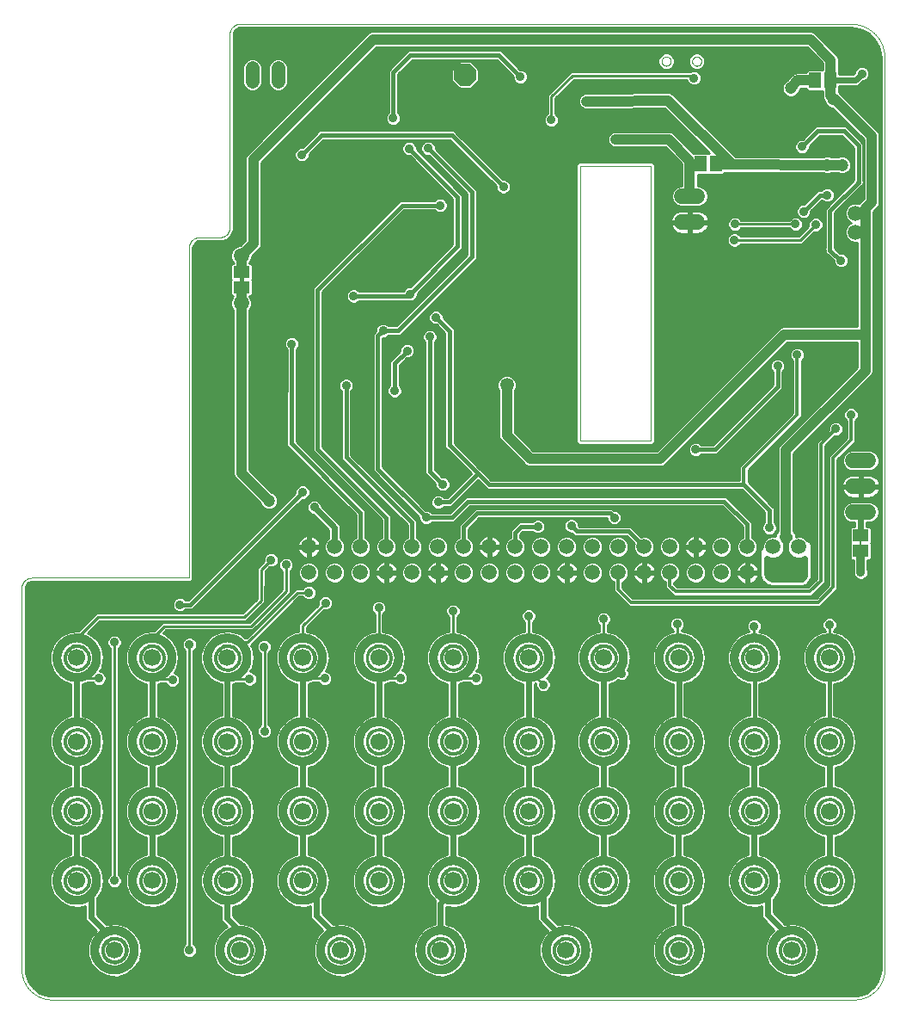
<source format=gtl>
G75*
%MOIN*%
%OFA0B0*%
%FSLAX25Y25*%
%IPPOS*%
%LPD*%
%AMOC8*
5,1,8,0,0,1.08239X$1,22.5*
%
%ADD10C,0.00000*%
%ADD11C,0.03575*%
%ADD12C,0.06693*%
%ADD13C,0.03465*%
%ADD14R,0.03937X0.01969*%
%ADD15C,0.05937*%
%ADD16C,0.06000*%
%ADD17R,0.06300X0.04600*%
%ADD18C,0.05200*%
%ADD19R,0.04600X0.06300*%
%ADD20OC8,0.08500*%
%ADD21C,0.01000*%
%ADD22C,0.03562*%
%ADD23C,0.01600*%
%ADD24C,0.01200*%
%ADD25C,0.05315*%
%ADD26C,0.02400*%
%ADD27C,0.05906*%
%ADD28C,0.04724*%
%ADD29C,0.04000*%
%ADD30C,0.03200*%
%ADD31C,0.00787*%
D10*
X0001500Y0013311D02*
X0001500Y0160944D01*
X0001502Y0161068D01*
X0001508Y0161192D01*
X0001517Y0161315D01*
X0001531Y0161438D01*
X0001549Y0161561D01*
X0001570Y0161683D01*
X0001595Y0161804D01*
X0001624Y0161924D01*
X0001657Y0162044D01*
X0001693Y0162162D01*
X0001733Y0162279D01*
X0001777Y0162395D01*
X0001824Y0162510D01*
X0001875Y0162622D01*
X0001930Y0162734D01*
X0001988Y0162843D01*
X0002049Y0162951D01*
X0002114Y0163056D01*
X0002182Y0163160D01*
X0002253Y0163261D01*
X0002327Y0163360D01*
X0002405Y0163457D01*
X0002485Y0163551D01*
X0002568Y0163642D01*
X0002655Y0163731D01*
X0002744Y0163818D01*
X0002835Y0163901D01*
X0002929Y0163981D01*
X0003026Y0164059D01*
X0003125Y0164133D01*
X0003226Y0164204D01*
X0003330Y0164272D01*
X0003435Y0164337D01*
X0003543Y0164398D01*
X0003652Y0164456D01*
X0003764Y0164511D01*
X0003876Y0164562D01*
X0003991Y0164609D01*
X0004107Y0164653D01*
X0004224Y0164693D01*
X0004342Y0164729D01*
X0004462Y0164762D01*
X0004582Y0164791D01*
X0004703Y0164816D01*
X0004825Y0164837D01*
X0004948Y0164855D01*
X0005071Y0164869D01*
X0005194Y0164878D01*
X0005318Y0164884D01*
X0005442Y0164886D01*
X0066461Y0164886D01*
X0066461Y0292834D01*
X0066463Y0292958D01*
X0066469Y0293082D01*
X0066478Y0293205D01*
X0066492Y0293328D01*
X0066510Y0293451D01*
X0066531Y0293573D01*
X0066556Y0293694D01*
X0066585Y0293814D01*
X0066618Y0293934D01*
X0066654Y0294052D01*
X0066694Y0294169D01*
X0066738Y0294285D01*
X0066785Y0294400D01*
X0066836Y0294512D01*
X0066891Y0294624D01*
X0066949Y0294733D01*
X0067010Y0294841D01*
X0067075Y0294946D01*
X0067143Y0295050D01*
X0067214Y0295151D01*
X0067288Y0295250D01*
X0067366Y0295347D01*
X0067446Y0295441D01*
X0067529Y0295532D01*
X0067616Y0295621D01*
X0067705Y0295708D01*
X0067796Y0295791D01*
X0067890Y0295871D01*
X0067987Y0295949D01*
X0068086Y0296023D01*
X0068187Y0296094D01*
X0068291Y0296162D01*
X0068396Y0296227D01*
X0068504Y0296288D01*
X0068613Y0296346D01*
X0068725Y0296401D01*
X0068837Y0296452D01*
X0068952Y0296499D01*
X0069068Y0296543D01*
X0069185Y0296583D01*
X0069303Y0296619D01*
X0069423Y0296652D01*
X0069543Y0296681D01*
X0069664Y0296706D01*
X0069786Y0296727D01*
X0069909Y0296745D01*
X0070032Y0296759D01*
X0070155Y0296768D01*
X0070279Y0296774D01*
X0070403Y0296776D01*
X0078272Y0296776D01*
X0078396Y0296778D01*
X0078519Y0296784D01*
X0078643Y0296793D01*
X0078765Y0296807D01*
X0078888Y0296824D01*
X0079010Y0296846D01*
X0079131Y0296871D01*
X0079251Y0296900D01*
X0079370Y0296932D01*
X0079489Y0296969D01*
X0079606Y0297009D01*
X0079721Y0297052D01*
X0079836Y0297100D01*
X0079948Y0297151D01*
X0080059Y0297205D01*
X0080169Y0297263D01*
X0080276Y0297324D01*
X0080382Y0297389D01*
X0080485Y0297457D01*
X0080586Y0297528D01*
X0080685Y0297602D01*
X0080782Y0297679D01*
X0080876Y0297760D01*
X0080967Y0297843D01*
X0081056Y0297929D01*
X0081142Y0298018D01*
X0081225Y0298109D01*
X0081306Y0298203D01*
X0081383Y0298300D01*
X0081457Y0298399D01*
X0081528Y0298500D01*
X0081596Y0298603D01*
X0081661Y0298709D01*
X0081722Y0298816D01*
X0081780Y0298926D01*
X0081834Y0299037D01*
X0081885Y0299149D01*
X0081933Y0299264D01*
X0081976Y0299379D01*
X0082016Y0299496D01*
X0082053Y0299615D01*
X0082085Y0299734D01*
X0082114Y0299854D01*
X0082139Y0299975D01*
X0082161Y0300097D01*
X0082178Y0300220D01*
X0082192Y0300342D01*
X0082201Y0300466D01*
X0082207Y0300589D01*
X0082209Y0300713D01*
X0082209Y0375511D01*
X0082211Y0375635D01*
X0082217Y0375759D01*
X0082226Y0375882D01*
X0082240Y0376005D01*
X0082258Y0376128D01*
X0082279Y0376250D01*
X0082304Y0376371D01*
X0082333Y0376491D01*
X0082366Y0376611D01*
X0082402Y0376729D01*
X0082442Y0376846D01*
X0082486Y0376962D01*
X0082533Y0377077D01*
X0082584Y0377189D01*
X0082639Y0377301D01*
X0082697Y0377410D01*
X0082758Y0377518D01*
X0082823Y0377623D01*
X0082891Y0377727D01*
X0082962Y0377828D01*
X0083036Y0377927D01*
X0083114Y0378024D01*
X0083194Y0378118D01*
X0083277Y0378209D01*
X0083364Y0378298D01*
X0083453Y0378385D01*
X0083544Y0378468D01*
X0083638Y0378548D01*
X0083735Y0378626D01*
X0083834Y0378700D01*
X0083935Y0378771D01*
X0084039Y0378839D01*
X0084144Y0378904D01*
X0084252Y0378965D01*
X0084361Y0379023D01*
X0084473Y0379078D01*
X0084585Y0379129D01*
X0084700Y0379176D01*
X0084816Y0379220D01*
X0084933Y0379260D01*
X0085051Y0379296D01*
X0085171Y0379329D01*
X0085291Y0379358D01*
X0085412Y0379383D01*
X0085534Y0379404D01*
X0085657Y0379422D01*
X0085780Y0379436D01*
X0085903Y0379445D01*
X0086027Y0379451D01*
X0086151Y0379453D01*
X0323154Y0379453D01*
X0323468Y0379449D01*
X0323782Y0379438D01*
X0324095Y0379419D01*
X0324408Y0379392D01*
X0324720Y0379358D01*
X0325031Y0379317D01*
X0325341Y0379268D01*
X0325650Y0379211D01*
X0325957Y0379147D01*
X0326263Y0379075D01*
X0326567Y0378997D01*
X0326869Y0378911D01*
X0327169Y0378817D01*
X0327466Y0378717D01*
X0327761Y0378609D01*
X0328053Y0378494D01*
X0328343Y0378372D01*
X0328629Y0378243D01*
X0328912Y0378107D01*
X0329192Y0377965D01*
X0329468Y0377816D01*
X0329740Y0377660D01*
X0330009Y0377497D01*
X0330274Y0377328D01*
X0330534Y0377153D01*
X0330791Y0376972D01*
X0331042Y0376784D01*
X0331289Y0376591D01*
X0331532Y0376391D01*
X0331769Y0376186D01*
X0332002Y0375975D01*
X0332229Y0375758D01*
X0332451Y0375536D01*
X0332668Y0375309D01*
X0332879Y0375076D01*
X0333084Y0374839D01*
X0333284Y0374596D01*
X0333477Y0374349D01*
X0333665Y0374098D01*
X0333846Y0373841D01*
X0334021Y0373581D01*
X0334190Y0373316D01*
X0334353Y0373047D01*
X0334509Y0372775D01*
X0334658Y0372499D01*
X0334800Y0372219D01*
X0334936Y0371936D01*
X0335065Y0371650D01*
X0335187Y0371360D01*
X0335302Y0371068D01*
X0335410Y0370773D01*
X0335510Y0370476D01*
X0335604Y0370176D01*
X0335690Y0369874D01*
X0335768Y0369570D01*
X0335840Y0369264D01*
X0335904Y0368957D01*
X0335961Y0368648D01*
X0336010Y0368338D01*
X0336051Y0368027D01*
X0336085Y0367715D01*
X0336112Y0367402D01*
X0336131Y0367089D01*
X0336142Y0366775D01*
X0336146Y0366461D01*
X0336146Y0013311D01*
X0336143Y0013026D01*
X0336132Y0012740D01*
X0336115Y0012455D01*
X0336091Y0012171D01*
X0336060Y0011887D01*
X0336022Y0011604D01*
X0335977Y0011323D01*
X0335926Y0011042D01*
X0335868Y0010762D01*
X0335803Y0010484D01*
X0335731Y0010208D01*
X0335653Y0009934D01*
X0335568Y0009661D01*
X0335476Y0009391D01*
X0335378Y0009123D01*
X0335274Y0008857D01*
X0335163Y0008594D01*
X0335046Y0008334D01*
X0334923Y0008076D01*
X0334793Y0007822D01*
X0334657Y0007571D01*
X0334516Y0007323D01*
X0334368Y0007079D01*
X0334215Y0006838D01*
X0334055Y0006602D01*
X0333890Y0006369D01*
X0333720Y0006140D01*
X0333544Y0005915D01*
X0333362Y0005695D01*
X0333176Y0005479D01*
X0332984Y0005268D01*
X0332787Y0005061D01*
X0332585Y0004859D01*
X0332378Y0004662D01*
X0332167Y0004470D01*
X0331951Y0004284D01*
X0331731Y0004102D01*
X0331506Y0003926D01*
X0331277Y0003756D01*
X0331044Y0003591D01*
X0330808Y0003431D01*
X0330567Y0003278D01*
X0330323Y0003130D01*
X0330075Y0002989D01*
X0329824Y0002853D01*
X0329570Y0002723D01*
X0329312Y0002600D01*
X0329052Y0002483D01*
X0328789Y0002372D01*
X0328523Y0002268D01*
X0328255Y0002170D01*
X0327985Y0002078D01*
X0327712Y0001993D01*
X0327438Y0001915D01*
X0327162Y0001843D01*
X0326884Y0001778D01*
X0326604Y0001720D01*
X0326323Y0001669D01*
X0326042Y0001624D01*
X0325759Y0001586D01*
X0325475Y0001555D01*
X0325191Y0001531D01*
X0324906Y0001514D01*
X0324620Y0001503D01*
X0324335Y0001500D01*
X0013311Y0001500D01*
X0013026Y0001503D01*
X0012740Y0001514D01*
X0012455Y0001531D01*
X0012171Y0001555D01*
X0011887Y0001586D01*
X0011604Y0001624D01*
X0011323Y0001669D01*
X0011042Y0001720D01*
X0010762Y0001778D01*
X0010484Y0001843D01*
X0010208Y0001915D01*
X0009934Y0001993D01*
X0009661Y0002078D01*
X0009391Y0002170D01*
X0009123Y0002268D01*
X0008857Y0002372D01*
X0008594Y0002483D01*
X0008334Y0002600D01*
X0008076Y0002723D01*
X0007822Y0002853D01*
X0007571Y0002989D01*
X0007323Y0003130D01*
X0007079Y0003278D01*
X0006838Y0003431D01*
X0006602Y0003591D01*
X0006369Y0003756D01*
X0006140Y0003926D01*
X0005915Y0004102D01*
X0005695Y0004284D01*
X0005479Y0004470D01*
X0005268Y0004662D01*
X0005061Y0004859D01*
X0004859Y0005061D01*
X0004662Y0005268D01*
X0004470Y0005479D01*
X0004284Y0005695D01*
X0004102Y0005915D01*
X0003926Y0006140D01*
X0003756Y0006369D01*
X0003591Y0006602D01*
X0003431Y0006838D01*
X0003278Y0007079D01*
X0003130Y0007323D01*
X0002989Y0007571D01*
X0002853Y0007822D01*
X0002723Y0008076D01*
X0002600Y0008334D01*
X0002483Y0008594D01*
X0002372Y0008857D01*
X0002268Y0009123D01*
X0002170Y0009391D01*
X0002078Y0009661D01*
X0001993Y0009934D01*
X0001915Y0010208D01*
X0001843Y0010484D01*
X0001778Y0010762D01*
X0001720Y0011042D01*
X0001669Y0011323D01*
X0001624Y0011604D01*
X0001586Y0011887D01*
X0001555Y0012171D01*
X0001531Y0012455D01*
X0001514Y0012740D01*
X0001503Y0013026D01*
X0001500Y0013311D01*
X0218035Y0218036D02*
X0218035Y0324532D01*
X0245594Y0324532D01*
X0245594Y0218036D01*
X0218035Y0218036D01*
X0249728Y0364985D02*
X0249730Y0365069D01*
X0249736Y0365152D01*
X0249746Y0365235D01*
X0249760Y0365318D01*
X0249777Y0365400D01*
X0249799Y0365481D01*
X0249824Y0365560D01*
X0249853Y0365639D01*
X0249886Y0365716D01*
X0249922Y0365791D01*
X0249962Y0365865D01*
X0250005Y0365937D01*
X0250052Y0366006D01*
X0250102Y0366073D01*
X0250155Y0366138D01*
X0250211Y0366200D01*
X0250269Y0366260D01*
X0250331Y0366317D01*
X0250395Y0366370D01*
X0250462Y0366421D01*
X0250531Y0366468D01*
X0250602Y0366513D01*
X0250675Y0366553D01*
X0250750Y0366590D01*
X0250827Y0366624D01*
X0250905Y0366654D01*
X0250984Y0366680D01*
X0251065Y0366703D01*
X0251147Y0366721D01*
X0251229Y0366736D01*
X0251312Y0366747D01*
X0251395Y0366754D01*
X0251479Y0366757D01*
X0251563Y0366756D01*
X0251646Y0366751D01*
X0251730Y0366742D01*
X0251812Y0366729D01*
X0251894Y0366713D01*
X0251975Y0366692D01*
X0252056Y0366668D01*
X0252134Y0366640D01*
X0252212Y0366608D01*
X0252288Y0366572D01*
X0252362Y0366533D01*
X0252434Y0366491D01*
X0252504Y0366445D01*
X0252572Y0366396D01*
X0252637Y0366344D01*
X0252700Y0366289D01*
X0252760Y0366231D01*
X0252818Y0366170D01*
X0252872Y0366106D01*
X0252924Y0366040D01*
X0252972Y0365972D01*
X0253017Y0365901D01*
X0253058Y0365828D01*
X0253097Y0365754D01*
X0253131Y0365678D01*
X0253162Y0365600D01*
X0253189Y0365521D01*
X0253213Y0365440D01*
X0253232Y0365359D01*
X0253248Y0365277D01*
X0253260Y0365194D01*
X0253268Y0365110D01*
X0253272Y0365027D01*
X0253272Y0364943D01*
X0253268Y0364860D01*
X0253260Y0364776D01*
X0253248Y0364693D01*
X0253232Y0364611D01*
X0253213Y0364530D01*
X0253189Y0364449D01*
X0253162Y0364370D01*
X0253131Y0364292D01*
X0253097Y0364216D01*
X0253058Y0364142D01*
X0253017Y0364069D01*
X0252972Y0363998D01*
X0252924Y0363930D01*
X0252872Y0363864D01*
X0252818Y0363800D01*
X0252760Y0363739D01*
X0252700Y0363681D01*
X0252637Y0363626D01*
X0252572Y0363574D01*
X0252504Y0363525D01*
X0252434Y0363479D01*
X0252362Y0363437D01*
X0252288Y0363398D01*
X0252212Y0363362D01*
X0252134Y0363330D01*
X0252056Y0363302D01*
X0251975Y0363278D01*
X0251894Y0363257D01*
X0251812Y0363241D01*
X0251730Y0363228D01*
X0251646Y0363219D01*
X0251563Y0363214D01*
X0251479Y0363213D01*
X0251395Y0363216D01*
X0251312Y0363223D01*
X0251229Y0363234D01*
X0251147Y0363249D01*
X0251065Y0363267D01*
X0250984Y0363290D01*
X0250905Y0363316D01*
X0250827Y0363346D01*
X0250750Y0363380D01*
X0250675Y0363417D01*
X0250602Y0363457D01*
X0250531Y0363502D01*
X0250462Y0363549D01*
X0250395Y0363600D01*
X0250331Y0363653D01*
X0250269Y0363710D01*
X0250211Y0363770D01*
X0250155Y0363832D01*
X0250102Y0363897D01*
X0250052Y0363964D01*
X0250005Y0364033D01*
X0249962Y0364105D01*
X0249922Y0364179D01*
X0249886Y0364254D01*
X0249853Y0364331D01*
X0249824Y0364410D01*
X0249799Y0364489D01*
X0249777Y0364570D01*
X0249760Y0364652D01*
X0249746Y0364735D01*
X0249736Y0364818D01*
X0249730Y0364901D01*
X0249728Y0364985D01*
X0261539Y0364985D02*
X0261541Y0365069D01*
X0261547Y0365152D01*
X0261557Y0365235D01*
X0261571Y0365318D01*
X0261588Y0365400D01*
X0261610Y0365481D01*
X0261635Y0365560D01*
X0261664Y0365639D01*
X0261697Y0365716D01*
X0261733Y0365791D01*
X0261773Y0365865D01*
X0261816Y0365937D01*
X0261863Y0366006D01*
X0261913Y0366073D01*
X0261966Y0366138D01*
X0262022Y0366200D01*
X0262080Y0366260D01*
X0262142Y0366317D01*
X0262206Y0366370D01*
X0262273Y0366421D01*
X0262342Y0366468D01*
X0262413Y0366513D01*
X0262486Y0366553D01*
X0262561Y0366590D01*
X0262638Y0366624D01*
X0262716Y0366654D01*
X0262795Y0366680D01*
X0262876Y0366703D01*
X0262958Y0366721D01*
X0263040Y0366736D01*
X0263123Y0366747D01*
X0263206Y0366754D01*
X0263290Y0366757D01*
X0263374Y0366756D01*
X0263457Y0366751D01*
X0263541Y0366742D01*
X0263623Y0366729D01*
X0263705Y0366713D01*
X0263786Y0366692D01*
X0263867Y0366668D01*
X0263945Y0366640D01*
X0264023Y0366608D01*
X0264099Y0366572D01*
X0264173Y0366533D01*
X0264245Y0366491D01*
X0264315Y0366445D01*
X0264383Y0366396D01*
X0264448Y0366344D01*
X0264511Y0366289D01*
X0264571Y0366231D01*
X0264629Y0366170D01*
X0264683Y0366106D01*
X0264735Y0366040D01*
X0264783Y0365972D01*
X0264828Y0365901D01*
X0264869Y0365828D01*
X0264908Y0365754D01*
X0264942Y0365678D01*
X0264973Y0365600D01*
X0265000Y0365521D01*
X0265024Y0365440D01*
X0265043Y0365359D01*
X0265059Y0365277D01*
X0265071Y0365194D01*
X0265079Y0365110D01*
X0265083Y0365027D01*
X0265083Y0364943D01*
X0265079Y0364860D01*
X0265071Y0364776D01*
X0265059Y0364693D01*
X0265043Y0364611D01*
X0265024Y0364530D01*
X0265000Y0364449D01*
X0264973Y0364370D01*
X0264942Y0364292D01*
X0264908Y0364216D01*
X0264869Y0364142D01*
X0264828Y0364069D01*
X0264783Y0363998D01*
X0264735Y0363930D01*
X0264683Y0363864D01*
X0264629Y0363800D01*
X0264571Y0363739D01*
X0264511Y0363681D01*
X0264448Y0363626D01*
X0264383Y0363574D01*
X0264315Y0363525D01*
X0264245Y0363479D01*
X0264173Y0363437D01*
X0264099Y0363398D01*
X0264023Y0363362D01*
X0263945Y0363330D01*
X0263867Y0363302D01*
X0263786Y0363278D01*
X0263705Y0363257D01*
X0263623Y0363241D01*
X0263541Y0363228D01*
X0263457Y0363219D01*
X0263374Y0363214D01*
X0263290Y0363213D01*
X0263206Y0363216D01*
X0263123Y0363223D01*
X0263040Y0363234D01*
X0262958Y0363249D01*
X0262876Y0363267D01*
X0262795Y0363290D01*
X0262716Y0363316D01*
X0262638Y0363346D01*
X0262561Y0363380D01*
X0262486Y0363417D01*
X0262413Y0363457D01*
X0262342Y0363502D01*
X0262273Y0363549D01*
X0262206Y0363600D01*
X0262142Y0363653D01*
X0262080Y0363710D01*
X0262022Y0363770D01*
X0261966Y0363832D01*
X0261913Y0363897D01*
X0261863Y0363964D01*
X0261816Y0364033D01*
X0261773Y0364105D01*
X0261733Y0364179D01*
X0261697Y0364254D01*
X0261664Y0364331D01*
X0261635Y0364410D01*
X0261610Y0364489D01*
X0261588Y0364570D01*
X0261571Y0364652D01*
X0261557Y0364735D01*
X0261547Y0364818D01*
X0261541Y0364901D01*
X0261539Y0364985D01*
D11*
X0087552Y0160091D03*
X0084768Y0157307D03*
X0087552Y0154524D03*
X0081984Y0154524D03*
X0081984Y0160091D03*
D12*
X0081283Y0133902D03*
X0052110Y0133902D03*
X0052110Y0101461D03*
X0052110Y0074532D03*
X0052110Y0047603D03*
X0037504Y0020674D03*
X0022898Y0047603D03*
X0022898Y0074532D03*
X0022898Y0101461D03*
X0022898Y0133902D03*
X0081283Y0101461D03*
X0081283Y0074532D03*
X0081283Y0047603D03*
X0086126Y0020674D03*
X0110457Y0047603D03*
X0110457Y0074532D03*
X0110457Y0101461D03*
X0140063Y0101461D03*
X0140063Y0074532D03*
X0140063Y0047603D03*
X0125063Y0020674D03*
X0163961Y0020674D03*
X0168843Y0047603D03*
X0168843Y0074532D03*
X0168843Y0101461D03*
X0198213Y0101461D03*
X0198213Y0074532D03*
X0198213Y0047603D03*
X0212622Y0020674D03*
X0227189Y0047603D03*
X0227189Y0074532D03*
X0227189Y0101461D03*
X0256362Y0101461D03*
X0256362Y0074532D03*
X0256362Y0047603D03*
X0256362Y0020674D03*
X0285575Y0047603D03*
X0285575Y0074532D03*
X0285575Y0101461D03*
X0314748Y0101461D03*
X0314748Y0074532D03*
X0314748Y0047603D03*
X0300142Y0020674D03*
X0285575Y0133902D03*
X0314748Y0133902D03*
X0256362Y0133902D03*
X0227189Y0133902D03*
X0198213Y0133902D03*
X0168843Y0133902D03*
X0140063Y0133902D03*
X0110457Y0133902D03*
D13*
X0102780Y0133902D02*
X0102782Y0134090D01*
X0102789Y0134279D01*
X0102801Y0134467D01*
X0102817Y0134654D01*
X0102838Y0134842D01*
X0102863Y0135028D01*
X0102893Y0135214D01*
X0102928Y0135400D01*
X0102967Y0135584D01*
X0103010Y0135767D01*
X0103058Y0135950D01*
X0103111Y0136131D01*
X0103167Y0136310D01*
X0103229Y0136488D01*
X0103294Y0136665D01*
X0103364Y0136840D01*
X0103439Y0137013D01*
X0103517Y0137184D01*
X0103600Y0137354D01*
X0103686Y0137521D01*
X0103777Y0137686D01*
X0103872Y0137849D01*
X0103971Y0138009D01*
X0104074Y0138167D01*
X0104180Y0138322D01*
X0104291Y0138475D01*
X0104405Y0138625D01*
X0104523Y0138772D01*
X0104644Y0138916D01*
X0104769Y0139058D01*
X0104897Y0139196D01*
X0105029Y0139330D01*
X0105163Y0139462D01*
X0105301Y0139590D01*
X0105443Y0139715D01*
X0105587Y0139836D01*
X0105734Y0139954D01*
X0105884Y0140068D01*
X0106037Y0140179D01*
X0106192Y0140285D01*
X0106350Y0140388D01*
X0106510Y0140487D01*
X0106673Y0140582D01*
X0106838Y0140673D01*
X0107005Y0140759D01*
X0107175Y0140842D01*
X0107346Y0140920D01*
X0107519Y0140995D01*
X0107694Y0141065D01*
X0107871Y0141130D01*
X0108049Y0141192D01*
X0108228Y0141248D01*
X0108409Y0141301D01*
X0108592Y0141349D01*
X0108775Y0141392D01*
X0108959Y0141431D01*
X0109145Y0141466D01*
X0109331Y0141496D01*
X0109517Y0141521D01*
X0109705Y0141542D01*
X0109892Y0141558D01*
X0110080Y0141570D01*
X0110269Y0141577D01*
X0110457Y0141579D01*
X0110645Y0141577D01*
X0110834Y0141570D01*
X0111022Y0141558D01*
X0111209Y0141542D01*
X0111397Y0141521D01*
X0111583Y0141496D01*
X0111769Y0141466D01*
X0111955Y0141431D01*
X0112139Y0141392D01*
X0112322Y0141349D01*
X0112505Y0141301D01*
X0112686Y0141248D01*
X0112865Y0141192D01*
X0113043Y0141130D01*
X0113220Y0141065D01*
X0113395Y0140995D01*
X0113568Y0140920D01*
X0113739Y0140842D01*
X0113909Y0140759D01*
X0114076Y0140673D01*
X0114241Y0140582D01*
X0114404Y0140487D01*
X0114564Y0140388D01*
X0114722Y0140285D01*
X0114877Y0140179D01*
X0115030Y0140068D01*
X0115180Y0139954D01*
X0115327Y0139836D01*
X0115471Y0139715D01*
X0115613Y0139590D01*
X0115751Y0139462D01*
X0115885Y0139330D01*
X0116017Y0139196D01*
X0116145Y0139058D01*
X0116270Y0138916D01*
X0116391Y0138772D01*
X0116509Y0138625D01*
X0116623Y0138475D01*
X0116734Y0138322D01*
X0116840Y0138167D01*
X0116943Y0138009D01*
X0117042Y0137849D01*
X0117137Y0137686D01*
X0117228Y0137521D01*
X0117314Y0137354D01*
X0117397Y0137184D01*
X0117475Y0137013D01*
X0117550Y0136840D01*
X0117620Y0136665D01*
X0117685Y0136488D01*
X0117747Y0136310D01*
X0117803Y0136131D01*
X0117856Y0135950D01*
X0117904Y0135767D01*
X0117947Y0135584D01*
X0117986Y0135400D01*
X0118021Y0135214D01*
X0118051Y0135028D01*
X0118076Y0134842D01*
X0118097Y0134654D01*
X0118113Y0134467D01*
X0118125Y0134279D01*
X0118132Y0134090D01*
X0118134Y0133902D01*
X0118132Y0133714D01*
X0118125Y0133525D01*
X0118113Y0133337D01*
X0118097Y0133150D01*
X0118076Y0132962D01*
X0118051Y0132776D01*
X0118021Y0132590D01*
X0117986Y0132404D01*
X0117947Y0132220D01*
X0117904Y0132037D01*
X0117856Y0131854D01*
X0117803Y0131673D01*
X0117747Y0131494D01*
X0117685Y0131316D01*
X0117620Y0131139D01*
X0117550Y0130964D01*
X0117475Y0130791D01*
X0117397Y0130620D01*
X0117314Y0130450D01*
X0117228Y0130283D01*
X0117137Y0130118D01*
X0117042Y0129955D01*
X0116943Y0129795D01*
X0116840Y0129637D01*
X0116734Y0129482D01*
X0116623Y0129329D01*
X0116509Y0129179D01*
X0116391Y0129032D01*
X0116270Y0128888D01*
X0116145Y0128746D01*
X0116017Y0128608D01*
X0115885Y0128474D01*
X0115751Y0128342D01*
X0115613Y0128214D01*
X0115471Y0128089D01*
X0115327Y0127968D01*
X0115180Y0127850D01*
X0115030Y0127736D01*
X0114877Y0127625D01*
X0114722Y0127519D01*
X0114564Y0127416D01*
X0114404Y0127317D01*
X0114241Y0127222D01*
X0114076Y0127131D01*
X0113909Y0127045D01*
X0113739Y0126962D01*
X0113568Y0126884D01*
X0113395Y0126809D01*
X0113220Y0126739D01*
X0113043Y0126674D01*
X0112865Y0126612D01*
X0112686Y0126556D01*
X0112505Y0126503D01*
X0112322Y0126455D01*
X0112139Y0126412D01*
X0111955Y0126373D01*
X0111769Y0126338D01*
X0111583Y0126308D01*
X0111397Y0126283D01*
X0111209Y0126262D01*
X0111022Y0126246D01*
X0110834Y0126234D01*
X0110645Y0126227D01*
X0110457Y0126225D01*
X0110269Y0126227D01*
X0110080Y0126234D01*
X0109892Y0126246D01*
X0109705Y0126262D01*
X0109517Y0126283D01*
X0109331Y0126308D01*
X0109145Y0126338D01*
X0108959Y0126373D01*
X0108775Y0126412D01*
X0108592Y0126455D01*
X0108409Y0126503D01*
X0108228Y0126556D01*
X0108049Y0126612D01*
X0107871Y0126674D01*
X0107694Y0126739D01*
X0107519Y0126809D01*
X0107346Y0126884D01*
X0107175Y0126962D01*
X0107005Y0127045D01*
X0106838Y0127131D01*
X0106673Y0127222D01*
X0106510Y0127317D01*
X0106350Y0127416D01*
X0106192Y0127519D01*
X0106037Y0127625D01*
X0105884Y0127736D01*
X0105734Y0127850D01*
X0105587Y0127968D01*
X0105443Y0128089D01*
X0105301Y0128214D01*
X0105163Y0128342D01*
X0105029Y0128474D01*
X0104897Y0128608D01*
X0104769Y0128746D01*
X0104644Y0128888D01*
X0104523Y0129032D01*
X0104405Y0129179D01*
X0104291Y0129329D01*
X0104180Y0129482D01*
X0104074Y0129637D01*
X0103971Y0129795D01*
X0103872Y0129955D01*
X0103777Y0130118D01*
X0103686Y0130283D01*
X0103600Y0130450D01*
X0103517Y0130620D01*
X0103439Y0130791D01*
X0103364Y0130964D01*
X0103294Y0131139D01*
X0103229Y0131316D01*
X0103167Y0131494D01*
X0103111Y0131673D01*
X0103058Y0131854D01*
X0103010Y0132037D01*
X0102967Y0132220D01*
X0102928Y0132404D01*
X0102893Y0132590D01*
X0102863Y0132776D01*
X0102838Y0132962D01*
X0102817Y0133150D01*
X0102801Y0133337D01*
X0102789Y0133525D01*
X0102782Y0133714D01*
X0102780Y0133902D01*
X0073606Y0133902D02*
X0073608Y0134090D01*
X0073615Y0134279D01*
X0073627Y0134467D01*
X0073643Y0134654D01*
X0073664Y0134842D01*
X0073689Y0135028D01*
X0073719Y0135214D01*
X0073754Y0135400D01*
X0073793Y0135584D01*
X0073836Y0135767D01*
X0073884Y0135950D01*
X0073937Y0136131D01*
X0073993Y0136310D01*
X0074055Y0136488D01*
X0074120Y0136665D01*
X0074190Y0136840D01*
X0074265Y0137013D01*
X0074343Y0137184D01*
X0074426Y0137354D01*
X0074512Y0137521D01*
X0074603Y0137686D01*
X0074698Y0137849D01*
X0074797Y0138009D01*
X0074900Y0138167D01*
X0075006Y0138322D01*
X0075117Y0138475D01*
X0075231Y0138625D01*
X0075349Y0138772D01*
X0075470Y0138916D01*
X0075595Y0139058D01*
X0075723Y0139196D01*
X0075855Y0139330D01*
X0075989Y0139462D01*
X0076127Y0139590D01*
X0076269Y0139715D01*
X0076413Y0139836D01*
X0076560Y0139954D01*
X0076710Y0140068D01*
X0076863Y0140179D01*
X0077018Y0140285D01*
X0077176Y0140388D01*
X0077336Y0140487D01*
X0077499Y0140582D01*
X0077664Y0140673D01*
X0077831Y0140759D01*
X0078001Y0140842D01*
X0078172Y0140920D01*
X0078345Y0140995D01*
X0078520Y0141065D01*
X0078697Y0141130D01*
X0078875Y0141192D01*
X0079054Y0141248D01*
X0079235Y0141301D01*
X0079418Y0141349D01*
X0079601Y0141392D01*
X0079785Y0141431D01*
X0079971Y0141466D01*
X0080157Y0141496D01*
X0080343Y0141521D01*
X0080531Y0141542D01*
X0080718Y0141558D01*
X0080906Y0141570D01*
X0081095Y0141577D01*
X0081283Y0141579D01*
X0081471Y0141577D01*
X0081660Y0141570D01*
X0081848Y0141558D01*
X0082035Y0141542D01*
X0082223Y0141521D01*
X0082409Y0141496D01*
X0082595Y0141466D01*
X0082781Y0141431D01*
X0082965Y0141392D01*
X0083148Y0141349D01*
X0083331Y0141301D01*
X0083512Y0141248D01*
X0083691Y0141192D01*
X0083869Y0141130D01*
X0084046Y0141065D01*
X0084221Y0140995D01*
X0084394Y0140920D01*
X0084565Y0140842D01*
X0084735Y0140759D01*
X0084902Y0140673D01*
X0085067Y0140582D01*
X0085230Y0140487D01*
X0085390Y0140388D01*
X0085548Y0140285D01*
X0085703Y0140179D01*
X0085856Y0140068D01*
X0086006Y0139954D01*
X0086153Y0139836D01*
X0086297Y0139715D01*
X0086439Y0139590D01*
X0086577Y0139462D01*
X0086711Y0139330D01*
X0086843Y0139196D01*
X0086971Y0139058D01*
X0087096Y0138916D01*
X0087217Y0138772D01*
X0087335Y0138625D01*
X0087449Y0138475D01*
X0087560Y0138322D01*
X0087666Y0138167D01*
X0087769Y0138009D01*
X0087868Y0137849D01*
X0087963Y0137686D01*
X0088054Y0137521D01*
X0088140Y0137354D01*
X0088223Y0137184D01*
X0088301Y0137013D01*
X0088376Y0136840D01*
X0088446Y0136665D01*
X0088511Y0136488D01*
X0088573Y0136310D01*
X0088629Y0136131D01*
X0088682Y0135950D01*
X0088730Y0135767D01*
X0088773Y0135584D01*
X0088812Y0135400D01*
X0088847Y0135214D01*
X0088877Y0135028D01*
X0088902Y0134842D01*
X0088923Y0134654D01*
X0088939Y0134467D01*
X0088951Y0134279D01*
X0088958Y0134090D01*
X0088960Y0133902D01*
X0088958Y0133714D01*
X0088951Y0133525D01*
X0088939Y0133337D01*
X0088923Y0133150D01*
X0088902Y0132962D01*
X0088877Y0132776D01*
X0088847Y0132590D01*
X0088812Y0132404D01*
X0088773Y0132220D01*
X0088730Y0132037D01*
X0088682Y0131854D01*
X0088629Y0131673D01*
X0088573Y0131494D01*
X0088511Y0131316D01*
X0088446Y0131139D01*
X0088376Y0130964D01*
X0088301Y0130791D01*
X0088223Y0130620D01*
X0088140Y0130450D01*
X0088054Y0130283D01*
X0087963Y0130118D01*
X0087868Y0129955D01*
X0087769Y0129795D01*
X0087666Y0129637D01*
X0087560Y0129482D01*
X0087449Y0129329D01*
X0087335Y0129179D01*
X0087217Y0129032D01*
X0087096Y0128888D01*
X0086971Y0128746D01*
X0086843Y0128608D01*
X0086711Y0128474D01*
X0086577Y0128342D01*
X0086439Y0128214D01*
X0086297Y0128089D01*
X0086153Y0127968D01*
X0086006Y0127850D01*
X0085856Y0127736D01*
X0085703Y0127625D01*
X0085548Y0127519D01*
X0085390Y0127416D01*
X0085230Y0127317D01*
X0085067Y0127222D01*
X0084902Y0127131D01*
X0084735Y0127045D01*
X0084565Y0126962D01*
X0084394Y0126884D01*
X0084221Y0126809D01*
X0084046Y0126739D01*
X0083869Y0126674D01*
X0083691Y0126612D01*
X0083512Y0126556D01*
X0083331Y0126503D01*
X0083148Y0126455D01*
X0082965Y0126412D01*
X0082781Y0126373D01*
X0082595Y0126338D01*
X0082409Y0126308D01*
X0082223Y0126283D01*
X0082035Y0126262D01*
X0081848Y0126246D01*
X0081660Y0126234D01*
X0081471Y0126227D01*
X0081283Y0126225D01*
X0081095Y0126227D01*
X0080906Y0126234D01*
X0080718Y0126246D01*
X0080531Y0126262D01*
X0080343Y0126283D01*
X0080157Y0126308D01*
X0079971Y0126338D01*
X0079785Y0126373D01*
X0079601Y0126412D01*
X0079418Y0126455D01*
X0079235Y0126503D01*
X0079054Y0126556D01*
X0078875Y0126612D01*
X0078697Y0126674D01*
X0078520Y0126739D01*
X0078345Y0126809D01*
X0078172Y0126884D01*
X0078001Y0126962D01*
X0077831Y0127045D01*
X0077664Y0127131D01*
X0077499Y0127222D01*
X0077336Y0127317D01*
X0077176Y0127416D01*
X0077018Y0127519D01*
X0076863Y0127625D01*
X0076710Y0127736D01*
X0076560Y0127850D01*
X0076413Y0127968D01*
X0076269Y0128089D01*
X0076127Y0128214D01*
X0075989Y0128342D01*
X0075855Y0128474D01*
X0075723Y0128608D01*
X0075595Y0128746D01*
X0075470Y0128888D01*
X0075349Y0129032D01*
X0075231Y0129179D01*
X0075117Y0129329D01*
X0075006Y0129482D01*
X0074900Y0129637D01*
X0074797Y0129795D01*
X0074698Y0129955D01*
X0074603Y0130118D01*
X0074512Y0130283D01*
X0074426Y0130450D01*
X0074343Y0130620D01*
X0074265Y0130791D01*
X0074190Y0130964D01*
X0074120Y0131139D01*
X0074055Y0131316D01*
X0073993Y0131494D01*
X0073937Y0131673D01*
X0073884Y0131854D01*
X0073836Y0132037D01*
X0073793Y0132220D01*
X0073754Y0132404D01*
X0073719Y0132590D01*
X0073689Y0132776D01*
X0073664Y0132962D01*
X0073643Y0133150D01*
X0073627Y0133337D01*
X0073615Y0133525D01*
X0073608Y0133714D01*
X0073606Y0133902D01*
X0044433Y0133902D02*
X0044435Y0134090D01*
X0044442Y0134279D01*
X0044454Y0134467D01*
X0044470Y0134654D01*
X0044491Y0134842D01*
X0044516Y0135028D01*
X0044546Y0135214D01*
X0044581Y0135400D01*
X0044620Y0135584D01*
X0044663Y0135767D01*
X0044711Y0135950D01*
X0044764Y0136131D01*
X0044820Y0136310D01*
X0044882Y0136488D01*
X0044947Y0136665D01*
X0045017Y0136840D01*
X0045092Y0137013D01*
X0045170Y0137184D01*
X0045253Y0137354D01*
X0045339Y0137521D01*
X0045430Y0137686D01*
X0045525Y0137849D01*
X0045624Y0138009D01*
X0045727Y0138167D01*
X0045833Y0138322D01*
X0045944Y0138475D01*
X0046058Y0138625D01*
X0046176Y0138772D01*
X0046297Y0138916D01*
X0046422Y0139058D01*
X0046550Y0139196D01*
X0046682Y0139330D01*
X0046816Y0139462D01*
X0046954Y0139590D01*
X0047096Y0139715D01*
X0047240Y0139836D01*
X0047387Y0139954D01*
X0047537Y0140068D01*
X0047690Y0140179D01*
X0047845Y0140285D01*
X0048003Y0140388D01*
X0048163Y0140487D01*
X0048326Y0140582D01*
X0048491Y0140673D01*
X0048658Y0140759D01*
X0048828Y0140842D01*
X0048999Y0140920D01*
X0049172Y0140995D01*
X0049347Y0141065D01*
X0049524Y0141130D01*
X0049702Y0141192D01*
X0049881Y0141248D01*
X0050062Y0141301D01*
X0050245Y0141349D01*
X0050428Y0141392D01*
X0050612Y0141431D01*
X0050798Y0141466D01*
X0050984Y0141496D01*
X0051170Y0141521D01*
X0051358Y0141542D01*
X0051545Y0141558D01*
X0051733Y0141570D01*
X0051922Y0141577D01*
X0052110Y0141579D01*
X0052298Y0141577D01*
X0052487Y0141570D01*
X0052675Y0141558D01*
X0052862Y0141542D01*
X0053050Y0141521D01*
X0053236Y0141496D01*
X0053422Y0141466D01*
X0053608Y0141431D01*
X0053792Y0141392D01*
X0053975Y0141349D01*
X0054158Y0141301D01*
X0054339Y0141248D01*
X0054518Y0141192D01*
X0054696Y0141130D01*
X0054873Y0141065D01*
X0055048Y0140995D01*
X0055221Y0140920D01*
X0055392Y0140842D01*
X0055562Y0140759D01*
X0055729Y0140673D01*
X0055894Y0140582D01*
X0056057Y0140487D01*
X0056217Y0140388D01*
X0056375Y0140285D01*
X0056530Y0140179D01*
X0056683Y0140068D01*
X0056833Y0139954D01*
X0056980Y0139836D01*
X0057124Y0139715D01*
X0057266Y0139590D01*
X0057404Y0139462D01*
X0057538Y0139330D01*
X0057670Y0139196D01*
X0057798Y0139058D01*
X0057923Y0138916D01*
X0058044Y0138772D01*
X0058162Y0138625D01*
X0058276Y0138475D01*
X0058387Y0138322D01*
X0058493Y0138167D01*
X0058596Y0138009D01*
X0058695Y0137849D01*
X0058790Y0137686D01*
X0058881Y0137521D01*
X0058967Y0137354D01*
X0059050Y0137184D01*
X0059128Y0137013D01*
X0059203Y0136840D01*
X0059273Y0136665D01*
X0059338Y0136488D01*
X0059400Y0136310D01*
X0059456Y0136131D01*
X0059509Y0135950D01*
X0059557Y0135767D01*
X0059600Y0135584D01*
X0059639Y0135400D01*
X0059674Y0135214D01*
X0059704Y0135028D01*
X0059729Y0134842D01*
X0059750Y0134654D01*
X0059766Y0134467D01*
X0059778Y0134279D01*
X0059785Y0134090D01*
X0059787Y0133902D01*
X0059785Y0133714D01*
X0059778Y0133525D01*
X0059766Y0133337D01*
X0059750Y0133150D01*
X0059729Y0132962D01*
X0059704Y0132776D01*
X0059674Y0132590D01*
X0059639Y0132404D01*
X0059600Y0132220D01*
X0059557Y0132037D01*
X0059509Y0131854D01*
X0059456Y0131673D01*
X0059400Y0131494D01*
X0059338Y0131316D01*
X0059273Y0131139D01*
X0059203Y0130964D01*
X0059128Y0130791D01*
X0059050Y0130620D01*
X0058967Y0130450D01*
X0058881Y0130283D01*
X0058790Y0130118D01*
X0058695Y0129955D01*
X0058596Y0129795D01*
X0058493Y0129637D01*
X0058387Y0129482D01*
X0058276Y0129329D01*
X0058162Y0129179D01*
X0058044Y0129032D01*
X0057923Y0128888D01*
X0057798Y0128746D01*
X0057670Y0128608D01*
X0057538Y0128474D01*
X0057404Y0128342D01*
X0057266Y0128214D01*
X0057124Y0128089D01*
X0056980Y0127968D01*
X0056833Y0127850D01*
X0056683Y0127736D01*
X0056530Y0127625D01*
X0056375Y0127519D01*
X0056217Y0127416D01*
X0056057Y0127317D01*
X0055894Y0127222D01*
X0055729Y0127131D01*
X0055562Y0127045D01*
X0055392Y0126962D01*
X0055221Y0126884D01*
X0055048Y0126809D01*
X0054873Y0126739D01*
X0054696Y0126674D01*
X0054518Y0126612D01*
X0054339Y0126556D01*
X0054158Y0126503D01*
X0053975Y0126455D01*
X0053792Y0126412D01*
X0053608Y0126373D01*
X0053422Y0126338D01*
X0053236Y0126308D01*
X0053050Y0126283D01*
X0052862Y0126262D01*
X0052675Y0126246D01*
X0052487Y0126234D01*
X0052298Y0126227D01*
X0052110Y0126225D01*
X0051922Y0126227D01*
X0051733Y0126234D01*
X0051545Y0126246D01*
X0051358Y0126262D01*
X0051170Y0126283D01*
X0050984Y0126308D01*
X0050798Y0126338D01*
X0050612Y0126373D01*
X0050428Y0126412D01*
X0050245Y0126455D01*
X0050062Y0126503D01*
X0049881Y0126556D01*
X0049702Y0126612D01*
X0049524Y0126674D01*
X0049347Y0126739D01*
X0049172Y0126809D01*
X0048999Y0126884D01*
X0048828Y0126962D01*
X0048658Y0127045D01*
X0048491Y0127131D01*
X0048326Y0127222D01*
X0048163Y0127317D01*
X0048003Y0127416D01*
X0047845Y0127519D01*
X0047690Y0127625D01*
X0047537Y0127736D01*
X0047387Y0127850D01*
X0047240Y0127968D01*
X0047096Y0128089D01*
X0046954Y0128214D01*
X0046816Y0128342D01*
X0046682Y0128474D01*
X0046550Y0128608D01*
X0046422Y0128746D01*
X0046297Y0128888D01*
X0046176Y0129032D01*
X0046058Y0129179D01*
X0045944Y0129329D01*
X0045833Y0129482D01*
X0045727Y0129637D01*
X0045624Y0129795D01*
X0045525Y0129955D01*
X0045430Y0130118D01*
X0045339Y0130283D01*
X0045253Y0130450D01*
X0045170Y0130620D01*
X0045092Y0130791D01*
X0045017Y0130964D01*
X0044947Y0131139D01*
X0044882Y0131316D01*
X0044820Y0131494D01*
X0044764Y0131673D01*
X0044711Y0131854D01*
X0044663Y0132037D01*
X0044620Y0132220D01*
X0044581Y0132404D01*
X0044546Y0132590D01*
X0044516Y0132776D01*
X0044491Y0132962D01*
X0044470Y0133150D01*
X0044454Y0133337D01*
X0044442Y0133525D01*
X0044435Y0133714D01*
X0044433Y0133902D01*
X0015221Y0133902D02*
X0015223Y0134090D01*
X0015230Y0134279D01*
X0015242Y0134467D01*
X0015258Y0134654D01*
X0015279Y0134842D01*
X0015304Y0135028D01*
X0015334Y0135214D01*
X0015369Y0135400D01*
X0015408Y0135584D01*
X0015451Y0135767D01*
X0015499Y0135950D01*
X0015552Y0136131D01*
X0015608Y0136310D01*
X0015670Y0136488D01*
X0015735Y0136665D01*
X0015805Y0136840D01*
X0015880Y0137013D01*
X0015958Y0137184D01*
X0016041Y0137354D01*
X0016127Y0137521D01*
X0016218Y0137686D01*
X0016313Y0137849D01*
X0016412Y0138009D01*
X0016515Y0138167D01*
X0016621Y0138322D01*
X0016732Y0138475D01*
X0016846Y0138625D01*
X0016964Y0138772D01*
X0017085Y0138916D01*
X0017210Y0139058D01*
X0017338Y0139196D01*
X0017470Y0139330D01*
X0017604Y0139462D01*
X0017742Y0139590D01*
X0017884Y0139715D01*
X0018028Y0139836D01*
X0018175Y0139954D01*
X0018325Y0140068D01*
X0018478Y0140179D01*
X0018633Y0140285D01*
X0018791Y0140388D01*
X0018951Y0140487D01*
X0019114Y0140582D01*
X0019279Y0140673D01*
X0019446Y0140759D01*
X0019616Y0140842D01*
X0019787Y0140920D01*
X0019960Y0140995D01*
X0020135Y0141065D01*
X0020312Y0141130D01*
X0020490Y0141192D01*
X0020669Y0141248D01*
X0020850Y0141301D01*
X0021033Y0141349D01*
X0021216Y0141392D01*
X0021400Y0141431D01*
X0021586Y0141466D01*
X0021772Y0141496D01*
X0021958Y0141521D01*
X0022146Y0141542D01*
X0022333Y0141558D01*
X0022521Y0141570D01*
X0022710Y0141577D01*
X0022898Y0141579D01*
X0023086Y0141577D01*
X0023275Y0141570D01*
X0023463Y0141558D01*
X0023650Y0141542D01*
X0023838Y0141521D01*
X0024024Y0141496D01*
X0024210Y0141466D01*
X0024396Y0141431D01*
X0024580Y0141392D01*
X0024763Y0141349D01*
X0024946Y0141301D01*
X0025127Y0141248D01*
X0025306Y0141192D01*
X0025484Y0141130D01*
X0025661Y0141065D01*
X0025836Y0140995D01*
X0026009Y0140920D01*
X0026180Y0140842D01*
X0026350Y0140759D01*
X0026517Y0140673D01*
X0026682Y0140582D01*
X0026845Y0140487D01*
X0027005Y0140388D01*
X0027163Y0140285D01*
X0027318Y0140179D01*
X0027471Y0140068D01*
X0027621Y0139954D01*
X0027768Y0139836D01*
X0027912Y0139715D01*
X0028054Y0139590D01*
X0028192Y0139462D01*
X0028326Y0139330D01*
X0028458Y0139196D01*
X0028586Y0139058D01*
X0028711Y0138916D01*
X0028832Y0138772D01*
X0028950Y0138625D01*
X0029064Y0138475D01*
X0029175Y0138322D01*
X0029281Y0138167D01*
X0029384Y0138009D01*
X0029483Y0137849D01*
X0029578Y0137686D01*
X0029669Y0137521D01*
X0029755Y0137354D01*
X0029838Y0137184D01*
X0029916Y0137013D01*
X0029991Y0136840D01*
X0030061Y0136665D01*
X0030126Y0136488D01*
X0030188Y0136310D01*
X0030244Y0136131D01*
X0030297Y0135950D01*
X0030345Y0135767D01*
X0030388Y0135584D01*
X0030427Y0135400D01*
X0030462Y0135214D01*
X0030492Y0135028D01*
X0030517Y0134842D01*
X0030538Y0134654D01*
X0030554Y0134467D01*
X0030566Y0134279D01*
X0030573Y0134090D01*
X0030575Y0133902D01*
X0030573Y0133714D01*
X0030566Y0133525D01*
X0030554Y0133337D01*
X0030538Y0133150D01*
X0030517Y0132962D01*
X0030492Y0132776D01*
X0030462Y0132590D01*
X0030427Y0132404D01*
X0030388Y0132220D01*
X0030345Y0132037D01*
X0030297Y0131854D01*
X0030244Y0131673D01*
X0030188Y0131494D01*
X0030126Y0131316D01*
X0030061Y0131139D01*
X0029991Y0130964D01*
X0029916Y0130791D01*
X0029838Y0130620D01*
X0029755Y0130450D01*
X0029669Y0130283D01*
X0029578Y0130118D01*
X0029483Y0129955D01*
X0029384Y0129795D01*
X0029281Y0129637D01*
X0029175Y0129482D01*
X0029064Y0129329D01*
X0028950Y0129179D01*
X0028832Y0129032D01*
X0028711Y0128888D01*
X0028586Y0128746D01*
X0028458Y0128608D01*
X0028326Y0128474D01*
X0028192Y0128342D01*
X0028054Y0128214D01*
X0027912Y0128089D01*
X0027768Y0127968D01*
X0027621Y0127850D01*
X0027471Y0127736D01*
X0027318Y0127625D01*
X0027163Y0127519D01*
X0027005Y0127416D01*
X0026845Y0127317D01*
X0026682Y0127222D01*
X0026517Y0127131D01*
X0026350Y0127045D01*
X0026180Y0126962D01*
X0026009Y0126884D01*
X0025836Y0126809D01*
X0025661Y0126739D01*
X0025484Y0126674D01*
X0025306Y0126612D01*
X0025127Y0126556D01*
X0024946Y0126503D01*
X0024763Y0126455D01*
X0024580Y0126412D01*
X0024396Y0126373D01*
X0024210Y0126338D01*
X0024024Y0126308D01*
X0023838Y0126283D01*
X0023650Y0126262D01*
X0023463Y0126246D01*
X0023275Y0126234D01*
X0023086Y0126227D01*
X0022898Y0126225D01*
X0022710Y0126227D01*
X0022521Y0126234D01*
X0022333Y0126246D01*
X0022146Y0126262D01*
X0021958Y0126283D01*
X0021772Y0126308D01*
X0021586Y0126338D01*
X0021400Y0126373D01*
X0021216Y0126412D01*
X0021033Y0126455D01*
X0020850Y0126503D01*
X0020669Y0126556D01*
X0020490Y0126612D01*
X0020312Y0126674D01*
X0020135Y0126739D01*
X0019960Y0126809D01*
X0019787Y0126884D01*
X0019616Y0126962D01*
X0019446Y0127045D01*
X0019279Y0127131D01*
X0019114Y0127222D01*
X0018951Y0127317D01*
X0018791Y0127416D01*
X0018633Y0127519D01*
X0018478Y0127625D01*
X0018325Y0127736D01*
X0018175Y0127850D01*
X0018028Y0127968D01*
X0017884Y0128089D01*
X0017742Y0128214D01*
X0017604Y0128342D01*
X0017470Y0128474D01*
X0017338Y0128608D01*
X0017210Y0128746D01*
X0017085Y0128888D01*
X0016964Y0129032D01*
X0016846Y0129179D01*
X0016732Y0129329D01*
X0016621Y0129482D01*
X0016515Y0129637D01*
X0016412Y0129795D01*
X0016313Y0129955D01*
X0016218Y0130118D01*
X0016127Y0130283D01*
X0016041Y0130450D01*
X0015958Y0130620D01*
X0015880Y0130791D01*
X0015805Y0130964D01*
X0015735Y0131139D01*
X0015670Y0131316D01*
X0015608Y0131494D01*
X0015552Y0131673D01*
X0015499Y0131854D01*
X0015451Y0132037D01*
X0015408Y0132220D01*
X0015369Y0132404D01*
X0015334Y0132590D01*
X0015304Y0132776D01*
X0015279Y0132962D01*
X0015258Y0133150D01*
X0015242Y0133337D01*
X0015230Y0133525D01*
X0015223Y0133714D01*
X0015221Y0133902D01*
X0015221Y0101461D02*
X0015223Y0101649D01*
X0015230Y0101838D01*
X0015242Y0102026D01*
X0015258Y0102213D01*
X0015279Y0102401D01*
X0015304Y0102587D01*
X0015334Y0102773D01*
X0015369Y0102959D01*
X0015408Y0103143D01*
X0015451Y0103326D01*
X0015499Y0103509D01*
X0015552Y0103690D01*
X0015608Y0103869D01*
X0015670Y0104047D01*
X0015735Y0104224D01*
X0015805Y0104399D01*
X0015880Y0104572D01*
X0015958Y0104743D01*
X0016041Y0104913D01*
X0016127Y0105080D01*
X0016218Y0105245D01*
X0016313Y0105408D01*
X0016412Y0105568D01*
X0016515Y0105726D01*
X0016621Y0105881D01*
X0016732Y0106034D01*
X0016846Y0106184D01*
X0016964Y0106331D01*
X0017085Y0106475D01*
X0017210Y0106617D01*
X0017338Y0106755D01*
X0017470Y0106889D01*
X0017604Y0107021D01*
X0017742Y0107149D01*
X0017884Y0107274D01*
X0018028Y0107395D01*
X0018175Y0107513D01*
X0018325Y0107627D01*
X0018478Y0107738D01*
X0018633Y0107844D01*
X0018791Y0107947D01*
X0018951Y0108046D01*
X0019114Y0108141D01*
X0019279Y0108232D01*
X0019446Y0108318D01*
X0019616Y0108401D01*
X0019787Y0108479D01*
X0019960Y0108554D01*
X0020135Y0108624D01*
X0020312Y0108689D01*
X0020490Y0108751D01*
X0020669Y0108807D01*
X0020850Y0108860D01*
X0021033Y0108908D01*
X0021216Y0108951D01*
X0021400Y0108990D01*
X0021586Y0109025D01*
X0021772Y0109055D01*
X0021958Y0109080D01*
X0022146Y0109101D01*
X0022333Y0109117D01*
X0022521Y0109129D01*
X0022710Y0109136D01*
X0022898Y0109138D01*
X0023086Y0109136D01*
X0023275Y0109129D01*
X0023463Y0109117D01*
X0023650Y0109101D01*
X0023838Y0109080D01*
X0024024Y0109055D01*
X0024210Y0109025D01*
X0024396Y0108990D01*
X0024580Y0108951D01*
X0024763Y0108908D01*
X0024946Y0108860D01*
X0025127Y0108807D01*
X0025306Y0108751D01*
X0025484Y0108689D01*
X0025661Y0108624D01*
X0025836Y0108554D01*
X0026009Y0108479D01*
X0026180Y0108401D01*
X0026350Y0108318D01*
X0026517Y0108232D01*
X0026682Y0108141D01*
X0026845Y0108046D01*
X0027005Y0107947D01*
X0027163Y0107844D01*
X0027318Y0107738D01*
X0027471Y0107627D01*
X0027621Y0107513D01*
X0027768Y0107395D01*
X0027912Y0107274D01*
X0028054Y0107149D01*
X0028192Y0107021D01*
X0028326Y0106889D01*
X0028458Y0106755D01*
X0028586Y0106617D01*
X0028711Y0106475D01*
X0028832Y0106331D01*
X0028950Y0106184D01*
X0029064Y0106034D01*
X0029175Y0105881D01*
X0029281Y0105726D01*
X0029384Y0105568D01*
X0029483Y0105408D01*
X0029578Y0105245D01*
X0029669Y0105080D01*
X0029755Y0104913D01*
X0029838Y0104743D01*
X0029916Y0104572D01*
X0029991Y0104399D01*
X0030061Y0104224D01*
X0030126Y0104047D01*
X0030188Y0103869D01*
X0030244Y0103690D01*
X0030297Y0103509D01*
X0030345Y0103326D01*
X0030388Y0103143D01*
X0030427Y0102959D01*
X0030462Y0102773D01*
X0030492Y0102587D01*
X0030517Y0102401D01*
X0030538Y0102213D01*
X0030554Y0102026D01*
X0030566Y0101838D01*
X0030573Y0101649D01*
X0030575Y0101461D01*
X0030573Y0101273D01*
X0030566Y0101084D01*
X0030554Y0100896D01*
X0030538Y0100709D01*
X0030517Y0100521D01*
X0030492Y0100335D01*
X0030462Y0100149D01*
X0030427Y0099963D01*
X0030388Y0099779D01*
X0030345Y0099596D01*
X0030297Y0099413D01*
X0030244Y0099232D01*
X0030188Y0099053D01*
X0030126Y0098875D01*
X0030061Y0098698D01*
X0029991Y0098523D01*
X0029916Y0098350D01*
X0029838Y0098179D01*
X0029755Y0098009D01*
X0029669Y0097842D01*
X0029578Y0097677D01*
X0029483Y0097514D01*
X0029384Y0097354D01*
X0029281Y0097196D01*
X0029175Y0097041D01*
X0029064Y0096888D01*
X0028950Y0096738D01*
X0028832Y0096591D01*
X0028711Y0096447D01*
X0028586Y0096305D01*
X0028458Y0096167D01*
X0028326Y0096033D01*
X0028192Y0095901D01*
X0028054Y0095773D01*
X0027912Y0095648D01*
X0027768Y0095527D01*
X0027621Y0095409D01*
X0027471Y0095295D01*
X0027318Y0095184D01*
X0027163Y0095078D01*
X0027005Y0094975D01*
X0026845Y0094876D01*
X0026682Y0094781D01*
X0026517Y0094690D01*
X0026350Y0094604D01*
X0026180Y0094521D01*
X0026009Y0094443D01*
X0025836Y0094368D01*
X0025661Y0094298D01*
X0025484Y0094233D01*
X0025306Y0094171D01*
X0025127Y0094115D01*
X0024946Y0094062D01*
X0024763Y0094014D01*
X0024580Y0093971D01*
X0024396Y0093932D01*
X0024210Y0093897D01*
X0024024Y0093867D01*
X0023838Y0093842D01*
X0023650Y0093821D01*
X0023463Y0093805D01*
X0023275Y0093793D01*
X0023086Y0093786D01*
X0022898Y0093784D01*
X0022710Y0093786D01*
X0022521Y0093793D01*
X0022333Y0093805D01*
X0022146Y0093821D01*
X0021958Y0093842D01*
X0021772Y0093867D01*
X0021586Y0093897D01*
X0021400Y0093932D01*
X0021216Y0093971D01*
X0021033Y0094014D01*
X0020850Y0094062D01*
X0020669Y0094115D01*
X0020490Y0094171D01*
X0020312Y0094233D01*
X0020135Y0094298D01*
X0019960Y0094368D01*
X0019787Y0094443D01*
X0019616Y0094521D01*
X0019446Y0094604D01*
X0019279Y0094690D01*
X0019114Y0094781D01*
X0018951Y0094876D01*
X0018791Y0094975D01*
X0018633Y0095078D01*
X0018478Y0095184D01*
X0018325Y0095295D01*
X0018175Y0095409D01*
X0018028Y0095527D01*
X0017884Y0095648D01*
X0017742Y0095773D01*
X0017604Y0095901D01*
X0017470Y0096033D01*
X0017338Y0096167D01*
X0017210Y0096305D01*
X0017085Y0096447D01*
X0016964Y0096591D01*
X0016846Y0096738D01*
X0016732Y0096888D01*
X0016621Y0097041D01*
X0016515Y0097196D01*
X0016412Y0097354D01*
X0016313Y0097514D01*
X0016218Y0097677D01*
X0016127Y0097842D01*
X0016041Y0098009D01*
X0015958Y0098179D01*
X0015880Y0098350D01*
X0015805Y0098523D01*
X0015735Y0098698D01*
X0015670Y0098875D01*
X0015608Y0099053D01*
X0015552Y0099232D01*
X0015499Y0099413D01*
X0015451Y0099596D01*
X0015408Y0099779D01*
X0015369Y0099963D01*
X0015334Y0100149D01*
X0015304Y0100335D01*
X0015279Y0100521D01*
X0015258Y0100709D01*
X0015242Y0100896D01*
X0015230Y0101084D01*
X0015223Y0101273D01*
X0015221Y0101461D01*
X0015221Y0074532D02*
X0015223Y0074720D01*
X0015230Y0074909D01*
X0015242Y0075097D01*
X0015258Y0075284D01*
X0015279Y0075472D01*
X0015304Y0075658D01*
X0015334Y0075844D01*
X0015369Y0076030D01*
X0015408Y0076214D01*
X0015451Y0076397D01*
X0015499Y0076580D01*
X0015552Y0076761D01*
X0015608Y0076940D01*
X0015670Y0077118D01*
X0015735Y0077295D01*
X0015805Y0077470D01*
X0015880Y0077643D01*
X0015958Y0077814D01*
X0016041Y0077984D01*
X0016127Y0078151D01*
X0016218Y0078316D01*
X0016313Y0078479D01*
X0016412Y0078639D01*
X0016515Y0078797D01*
X0016621Y0078952D01*
X0016732Y0079105D01*
X0016846Y0079255D01*
X0016964Y0079402D01*
X0017085Y0079546D01*
X0017210Y0079688D01*
X0017338Y0079826D01*
X0017470Y0079960D01*
X0017604Y0080092D01*
X0017742Y0080220D01*
X0017884Y0080345D01*
X0018028Y0080466D01*
X0018175Y0080584D01*
X0018325Y0080698D01*
X0018478Y0080809D01*
X0018633Y0080915D01*
X0018791Y0081018D01*
X0018951Y0081117D01*
X0019114Y0081212D01*
X0019279Y0081303D01*
X0019446Y0081389D01*
X0019616Y0081472D01*
X0019787Y0081550D01*
X0019960Y0081625D01*
X0020135Y0081695D01*
X0020312Y0081760D01*
X0020490Y0081822D01*
X0020669Y0081878D01*
X0020850Y0081931D01*
X0021033Y0081979D01*
X0021216Y0082022D01*
X0021400Y0082061D01*
X0021586Y0082096D01*
X0021772Y0082126D01*
X0021958Y0082151D01*
X0022146Y0082172D01*
X0022333Y0082188D01*
X0022521Y0082200D01*
X0022710Y0082207D01*
X0022898Y0082209D01*
X0023086Y0082207D01*
X0023275Y0082200D01*
X0023463Y0082188D01*
X0023650Y0082172D01*
X0023838Y0082151D01*
X0024024Y0082126D01*
X0024210Y0082096D01*
X0024396Y0082061D01*
X0024580Y0082022D01*
X0024763Y0081979D01*
X0024946Y0081931D01*
X0025127Y0081878D01*
X0025306Y0081822D01*
X0025484Y0081760D01*
X0025661Y0081695D01*
X0025836Y0081625D01*
X0026009Y0081550D01*
X0026180Y0081472D01*
X0026350Y0081389D01*
X0026517Y0081303D01*
X0026682Y0081212D01*
X0026845Y0081117D01*
X0027005Y0081018D01*
X0027163Y0080915D01*
X0027318Y0080809D01*
X0027471Y0080698D01*
X0027621Y0080584D01*
X0027768Y0080466D01*
X0027912Y0080345D01*
X0028054Y0080220D01*
X0028192Y0080092D01*
X0028326Y0079960D01*
X0028458Y0079826D01*
X0028586Y0079688D01*
X0028711Y0079546D01*
X0028832Y0079402D01*
X0028950Y0079255D01*
X0029064Y0079105D01*
X0029175Y0078952D01*
X0029281Y0078797D01*
X0029384Y0078639D01*
X0029483Y0078479D01*
X0029578Y0078316D01*
X0029669Y0078151D01*
X0029755Y0077984D01*
X0029838Y0077814D01*
X0029916Y0077643D01*
X0029991Y0077470D01*
X0030061Y0077295D01*
X0030126Y0077118D01*
X0030188Y0076940D01*
X0030244Y0076761D01*
X0030297Y0076580D01*
X0030345Y0076397D01*
X0030388Y0076214D01*
X0030427Y0076030D01*
X0030462Y0075844D01*
X0030492Y0075658D01*
X0030517Y0075472D01*
X0030538Y0075284D01*
X0030554Y0075097D01*
X0030566Y0074909D01*
X0030573Y0074720D01*
X0030575Y0074532D01*
X0030573Y0074344D01*
X0030566Y0074155D01*
X0030554Y0073967D01*
X0030538Y0073780D01*
X0030517Y0073592D01*
X0030492Y0073406D01*
X0030462Y0073220D01*
X0030427Y0073034D01*
X0030388Y0072850D01*
X0030345Y0072667D01*
X0030297Y0072484D01*
X0030244Y0072303D01*
X0030188Y0072124D01*
X0030126Y0071946D01*
X0030061Y0071769D01*
X0029991Y0071594D01*
X0029916Y0071421D01*
X0029838Y0071250D01*
X0029755Y0071080D01*
X0029669Y0070913D01*
X0029578Y0070748D01*
X0029483Y0070585D01*
X0029384Y0070425D01*
X0029281Y0070267D01*
X0029175Y0070112D01*
X0029064Y0069959D01*
X0028950Y0069809D01*
X0028832Y0069662D01*
X0028711Y0069518D01*
X0028586Y0069376D01*
X0028458Y0069238D01*
X0028326Y0069104D01*
X0028192Y0068972D01*
X0028054Y0068844D01*
X0027912Y0068719D01*
X0027768Y0068598D01*
X0027621Y0068480D01*
X0027471Y0068366D01*
X0027318Y0068255D01*
X0027163Y0068149D01*
X0027005Y0068046D01*
X0026845Y0067947D01*
X0026682Y0067852D01*
X0026517Y0067761D01*
X0026350Y0067675D01*
X0026180Y0067592D01*
X0026009Y0067514D01*
X0025836Y0067439D01*
X0025661Y0067369D01*
X0025484Y0067304D01*
X0025306Y0067242D01*
X0025127Y0067186D01*
X0024946Y0067133D01*
X0024763Y0067085D01*
X0024580Y0067042D01*
X0024396Y0067003D01*
X0024210Y0066968D01*
X0024024Y0066938D01*
X0023838Y0066913D01*
X0023650Y0066892D01*
X0023463Y0066876D01*
X0023275Y0066864D01*
X0023086Y0066857D01*
X0022898Y0066855D01*
X0022710Y0066857D01*
X0022521Y0066864D01*
X0022333Y0066876D01*
X0022146Y0066892D01*
X0021958Y0066913D01*
X0021772Y0066938D01*
X0021586Y0066968D01*
X0021400Y0067003D01*
X0021216Y0067042D01*
X0021033Y0067085D01*
X0020850Y0067133D01*
X0020669Y0067186D01*
X0020490Y0067242D01*
X0020312Y0067304D01*
X0020135Y0067369D01*
X0019960Y0067439D01*
X0019787Y0067514D01*
X0019616Y0067592D01*
X0019446Y0067675D01*
X0019279Y0067761D01*
X0019114Y0067852D01*
X0018951Y0067947D01*
X0018791Y0068046D01*
X0018633Y0068149D01*
X0018478Y0068255D01*
X0018325Y0068366D01*
X0018175Y0068480D01*
X0018028Y0068598D01*
X0017884Y0068719D01*
X0017742Y0068844D01*
X0017604Y0068972D01*
X0017470Y0069104D01*
X0017338Y0069238D01*
X0017210Y0069376D01*
X0017085Y0069518D01*
X0016964Y0069662D01*
X0016846Y0069809D01*
X0016732Y0069959D01*
X0016621Y0070112D01*
X0016515Y0070267D01*
X0016412Y0070425D01*
X0016313Y0070585D01*
X0016218Y0070748D01*
X0016127Y0070913D01*
X0016041Y0071080D01*
X0015958Y0071250D01*
X0015880Y0071421D01*
X0015805Y0071594D01*
X0015735Y0071769D01*
X0015670Y0071946D01*
X0015608Y0072124D01*
X0015552Y0072303D01*
X0015499Y0072484D01*
X0015451Y0072667D01*
X0015408Y0072850D01*
X0015369Y0073034D01*
X0015334Y0073220D01*
X0015304Y0073406D01*
X0015279Y0073592D01*
X0015258Y0073780D01*
X0015242Y0073967D01*
X0015230Y0074155D01*
X0015223Y0074344D01*
X0015221Y0074532D01*
X0015221Y0047603D02*
X0015223Y0047791D01*
X0015230Y0047980D01*
X0015242Y0048168D01*
X0015258Y0048355D01*
X0015279Y0048543D01*
X0015304Y0048729D01*
X0015334Y0048915D01*
X0015369Y0049101D01*
X0015408Y0049285D01*
X0015451Y0049468D01*
X0015499Y0049651D01*
X0015552Y0049832D01*
X0015608Y0050011D01*
X0015670Y0050189D01*
X0015735Y0050366D01*
X0015805Y0050541D01*
X0015880Y0050714D01*
X0015958Y0050885D01*
X0016041Y0051055D01*
X0016127Y0051222D01*
X0016218Y0051387D01*
X0016313Y0051550D01*
X0016412Y0051710D01*
X0016515Y0051868D01*
X0016621Y0052023D01*
X0016732Y0052176D01*
X0016846Y0052326D01*
X0016964Y0052473D01*
X0017085Y0052617D01*
X0017210Y0052759D01*
X0017338Y0052897D01*
X0017470Y0053031D01*
X0017604Y0053163D01*
X0017742Y0053291D01*
X0017884Y0053416D01*
X0018028Y0053537D01*
X0018175Y0053655D01*
X0018325Y0053769D01*
X0018478Y0053880D01*
X0018633Y0053986D01*
X0018791Y0054089D01*
X0018951Y0054188D01*
X0019114Y0054283D01*
X0019279Y0054374D01*
X0019446Y0054460D01*
X0019616Y0054543D01*
X0019787Y0054621D01*
X0019960Y0054696D01*
X0020135Y0054766D01*
X0020312Y0054831D01*
X0020490Y0054893D01*
X0020669Y0054949D01*
X0020850Y0055002D01*
X0021033Y0055050D01*
X0021216Y0055093D01*
X0021400Y0055132D01*
X0021586Y0055167D01*
X0021772Y0055197D01*
X0021958Y0055222D01*
X0022146Y0055243D01*
X0022333Y0055259D01*
X0022521Y0055271D01*
X0022710Y0055278D01*
X0022898Y0055280D01*
X0023086Y0055278D01*
X0023275Y0055271D01*
X0023463Y0055259D01*
X0023650Y0055243D01*
X0023838Y0055222D01*
X0024024Y0055197D01*
X0024210Y0055167D01*
X0024396Y0055132D01*
X0024580Y0055093D01*
X0024763Y0055050D01*
X0024946Y0055002D01*
X0025127Y0054949D01*
X0025306Y0054893D01*
X0025484Y0054831D01*
X0025661Y0054766D01*
X0025836Y0054696D01*
X0026009Y0054621D01*
X0026180Y0054543D01*
X0026350Y0054460D01*
X0026517Y0054374D01*
X0026682Y0054283D01*
X0026845Y0054188D01*
X0027005Y0054089D01*
X0027163Y0053986D01*
X0027318Y0053880D01*
X0027471Y0053769D01*
X0027621Y0053655D01*
X0027768Y0053537D01*
X0027912Y0053416D01*
X0028054Y0053291D01*
X0028192Y0053163D01*
X0028326Y0053031D01*
X0028458Y0052897D01*
X0028586Y0052759D01*
X0028711Y0052617D01*
X0028832Y0052473D01*
X0028950Y0052326D01*
X0029064Y0052176D01*
X0029175Y0052023D01*
X0029281Y0051868D01*
X0029384Y0051710D01*
X0029483Y0051550D01*
X0029578Y0051387D01*
X0029669Y0051222D01*
X0029755Y0051055D01*
X0029838Y0050885D01*
X0029916Y0050714D01*
X0029991Y0050541D01*
X0030061Y0050366D01*
X0030126Y0050189D01*
X0030188Y0050011D01*
X0030244Y0049832D01*
X0030297Y0049651D01*
X0030345Y0049468D01*
X0030388Y0049285D01*
X0030427Y0049101D01*
X0030462Y0048915D01*
X0030492Y0048729D01*
X0030517Y0048543D01*
X0030538Y0048355D01*
X0030554Y0048168D01*
X0030566Y0047980D01*
X0030573Y0047791D01*
X0030575Y0047603D01*
X0030573Y0047415D01*
X0030566Y0047226D01*
X0030554Y0047038D01*
X0030538Y0046851D01*
X0030517Y0046663D01*
X0030492Y0046477D01*
X0030462Y0046291D01*
X0030427Y0046105D01*
X0030388Y0045921D01*
X0030345Y0045738D01*
X0030297Y0045555D01*
X0030244Y0045374D01*
X0030188Y0045195D01*
X0030126Y0045017D01*
X0030061Y0044840D01*
X0029991Y0044665D01*
X0029916Y0044492D01*
X0029838Y0044321D01*
X0029755Y0044151D01*
X0029669Y0043984D01*
X0029578Y0043819D01*
X0029483Y0043656D01*
X0029384Y0043496D01*
X0029281Y0043338D01*
X0029175Y0043183D01*
X0029064Y0043030D01*
X0028950Y0042880D01*
X0028832Y0042733D01*
X0028711Y0042589D01*
X0028586Y0042447D01*
X0028458Y0042309D01*
X0028326Y0042175D01*
X0028192Y0042043D01*
X0028054Y0041915D01*
X0027912Y0041790D01*
X0027768Y0041669D01*
X0027621Y0041551D01*
X0027471Y0041437D01*
X0027318Y0041326D01*
X0027163Y0041220D01*
X0027005Y0041117D01*
X0026845Y0041018D01*
X0026682Y0040923D01*
X0026517Y0040832D01*
X0026350Y0040746D01*
X0026180Y0040663D01*
X0026009Y0040585D01*
X0025836Y0040510D01*
X0025661Y0040440D01*
X0025484Y0040375D01*
X0025306Y0040313D01*
X0025127Y0040257D01*
X0024946Y0040204D01*
X0024763Y0040156D01*
X0024580Y0040113D01*
X0024396Y0040074D01*
X0024210Y0040039D01*
X0024024Y0040009D01*
X0023838Y0039984D01*
X0023650Y0039963D01*
X0023463Y0039947D01*
X0023275Y0039935D01*
X0023086Y0039928D01*
X0022898Y0039926D01*
X0022710Y0039928D01*
X0022521Y0039935D01*
X0022333Y0039947D01*
X0022146Y0039963D01*
X0021958Y0039984D01*
X0021772Y0040009D01*
X0021586Y0040039D01*
X0021400Y0040074D01*
X0021216Y0040113D01*
X0021033Y0040156D01*
X0020850Y0040204D01*
X0020669Y0040257D01*
X0020490Y0040313D01*
X0020312Y0040375D01*
X0020135Y0040440D01*
X0019960Y0040510D01*
X0019787Y0040585D01*
X0019616Y0040663D01*
X0019446Y0040746D01*
X0019279Y0040832D01*
X0019114Y0040923D01*
X0018951Y0041018D01*
X0018791Y0041117D01*
X0018633Y0041220D01*
X0018478Y0041326D01*
X0018325Y0041437D01*
X0018175Y0041551D01*
X0018028Y0041669D01*
X0017884Y0041790D01*
X0017742Y0041915D01*
X0017604Y0042043D01*
X0017470Y0042175D01*
X0017338Y0042309D01*
X0017210Y0042447D01*
X0017085Y0042589D01*
X0016964Y0042733D01*
X0016846Y0042880D01*
X0016732Y0043030D01*
X0016621Y0043183D01*
X0016515Y0043338D01*
X0016412Y0043496D01*
X0016313Y0043656D01*
X0016218Y0043819D01*
X0016127Y0043984D01*
X0016041Y0044151D01*
X0015958Y0044321D01*
X0015880Y0044492D01*
X0015805Y0044665D01*
X0015735Y0044840D01*
X0015670Y0045017D01*
X0015608Y0045195D01*
X0015552Y0045374D01*
X0015499Y0045555D01*
X0015451Y0045738D01*
X0015408Y0045921D01*
X0015369Y0046105D01*
X0015334Y0046291D01*
X0015304Y0046477D01*
X0015279Y0046663D01*
X0015258Y0046851D01*
X0015242Y0047038D01*
X0015230Y0047226D01*
X0015223Y0047415D01*
X0015221Y0047603D01*
X0029827Y0020674D02*
X0029829Y0020862D01*
X0029836Y0021051D01*
X0029848Y0021239D01*
X0029864Y0021426D01*
X0029885Y0021614D01*
X0029910Y0021800D01*
X0029940Y0021986D01*
X0029975Y0022172D01*
X0030014Y0022356D01*
X0030057Y0022539D01*
X0030105Y0022722D01*
X0030158Y0022903D01*
X0030214Y0023082D01*
X0030276Y0023260D01*
X0030341Y0023437D01*
X0030411Y0023612D01*
X0030486Y0023785D01*
X0030564Y0023956D01*
X0030647Y0024126D01*
X0030733Y0024293D01*
X0030824Y0024458D01*
X0030919Y0024621D01*
X0031018Y0024781D01*
X0031121Y0024939D01*
X0031227Y0025094D01*
X0031338Y0025247D01*
X0031452Y0025397D01*
X0031570Y0025544D01*
X0031691Y0025688D01*
X0031816Y0025830D01*
X0031944Y0025968D01*
X0032076Y0026102D01*
X0032210Y0026234D01*
X0032348Y0026362D01*
X0032490Y0026487D01*
X0032634Y0026608D01*
X0032781Y0026726D01*
X0032931Y0026840D01*
X0033084Y0026951D01*
X0033239Y0027057D01*
X0033397Y0027160D01*
X0033557Y0027259D01*
X0033720Y0027354D01*
X0033885Y0027445D01*
X0034052Y0027531D01*
X0034222Y0027614D01*
X0034393Y0027692D01*
X0034566Y0027767D01*
X0034741Y0027837D01*
X0034918Y0027902D01*
X0035096Y0027964D01*
X0035275Y0028020D01*
X0035456Y0028073D01*
X0035639Y0028121D01*
X0035822Y0028164D01*
X0036006Y0028203D01*
X0036192Y0028238D01*
X0036378Y0028268D01*
X0036564Y0028293D01*
X0036752Y0028314D01*
X0036939Y0028330D01*
X0037127Y0028342D01*
X0037316Y0028349D01*
X0037504Y0028351D01*
X0037692Y0028349D01*
X0037881Y0028342D01*
X0038069Y0028330D01*
X0038256Y0028314D01*
X0038444Y0028293D01*
X0038630Y0028268D01*
X0038816Y0028238D01*
X0039002Y0028203D01*
X0039186Y0028164D01*
X0039369Y0028121D01*
X0039552Y0028073D01*
X0039733Y0028020D01*
X0039912Y0027964D01*
X0040090Y0027902D01*
X0040267Y0027837D01*
X0040442Y0027767D01*
X0040615Y0027692D01*
X0040786Y0027614D01*
X0040956Y0027531D01*
X0041123Y0027445D01*
X0041288Y0027354D01*
X0041451Y0027259D01*
X0041611Y0027160D01*
X0041769Y0027057D01*
X0041924Y0026951D01*
X0042077Y0026840D01*
X0042227Y0026726D01*
X0042374Y0026608D01*
X0042518Y0026487D01*
X0042660Y0026362D01*
X0042798Y0026234D01*
X0042932Y0026102D01*
X0043064Y0025968D01*
X0043192Y0025830D01*
X0043317Y0025688D01*
X0043438Y0025544D01*
X0043556Y0025397D01*
X0043670Y0025247D01*
X0043781Y0025094D01*
X0043887Y0024939D01*
X0043990Y0024781D01*
X0044089Y0024621D01*
X0044184Y0024458D01*
X0044275Y0024293D01*
X0044361Y0024126D01*
X0044444Y0023956D01*
X0044522Y0023785D01*
X0044597Y0023612D01*
X0044667Y0023437D01*
X0044732Y0023260D01*
X0044794Y0023082D01*
X0044850Y0022903D01*
X0044903Y0022722D01*
X0044951Y0022539D01*
X0044994Y0022356D01*
X0045033Y0022172D01*
X0045068Y0021986D01*
X0045098Y0021800D01*
X0045123Y0021614D01*
X0045144Y0021426D01*
X0045160Y0021239D01*
X0045172Y0021051D01*
X0045179Y0020862D01*
X0045181Y0020674D01*
X0045179Y0020486D01*
X0045172Y0020297D01*
X0045160Y0020109D01*
X0045144Y0019922D01*
X0045123Y0019734D01*
X0045098Y0019548D01*
X0045068Y0019362D01*
X0045033Y0019176D01*
X0044994Y0018992D01*
X0044951Y0018809D01*
X0044903Y0018626D01*
X0044850Y0018445D01*
X0044794Y0018266D01*
X0044732Y0018088D01*
X0044667Y0017911D01*
X0044597Y0017736D01*
X0044522Y0017563D01*
X0044444Y0017392D01*
X0044361Y0017222D01*
X0044275Y0017055D01*
X0044184Y0016890D01*
X0044089Y0016727D01*
X0043990Y0016567D01*
X0043887Y0016409D01*
X0043781Y0016254D01*
X0043670Y0016101D01*
X0043556Y0015951D01*
X0043438Y0015804D01*
X0043317Y0015660D01*
X0043192Y0015518D01*
X0043064Y0015380D01*
X0042932Y0015246D01*
X0042798Y0015114D01*
X0042660Y0014986D01*
X0042518Y0014861D01*
X0042374Y0014740D01*
X0042227Y0014622D01*
X0042077Y0014508D01*
X0041924Y0014397D01*
X0041769Y0014291D01*
X0041611Y0014188D01*
X0041451Y0014089D01*
X0041288Y0013994D01*
X0041123Y0013903D01*
X0040956Y0013817D01*
X0040786Y0013734D01*
X0040615Y0013656D01*
X0040442Y0013581D01*
X0040267Y0013511D01*
X0040090Y0013446D01*
X0039912Y0013384D01*
X0039733Y0013328D01*
X0039552Y0013275D01*
X0039369Y0013227D01*
X0039186Y0013184D01*
X0039002Y0013145D01*
X0038816Y0013110D01*
X0038630Y0013080D01*
X0038444Y0013055D01*
X0038256Y0013034D01*
X0038069Y0013018D01*
X0037881Y0013006D01*
X0037692Y0012999D01*
X0037504Y0012997D01*
X0037316Y0012999D01*
X0037127Y0013006D01*
X0036939Y0013018D01*
X0036752Y0013034D01*
X0036564Y0013055D01*
X0036378Y0013080D01*
X0036192Y0013110D01*
X0036006Y0013145D01*
X0035822Y0013184D01*
X0035639Y0013227D01*
X0035456Y0013275D01*
X0035275Y0013328D01*
X0035096Y0013384D01*
X0034918Y0013446D01*
X0034741Y0013511D01*
X0034566Y0013581D01*
X0034393Y0013656D01*
X0034222Y0013734D01*
X0034052Y0013817D01*
X0033885Y0013903D01*
X0033720Y0013994D01*
X0033557Y0014089D01*
X0033397Y0014188D01*
X0033239Y0014291D01*
X0033084Y0014397D01*
X0032931Y0014508D01*
X0032781Y0014622D01*
X0032634Y0014740D01*
X0032490Y0014861D01*
X0032348Y0014986D01*
X0032210Y0015114D01*
X0032076Y0015246D01*
X0031944Y0015380D01*
X0031816Y0015518D01*
X0031691Y0015660D01*
X0031570Y0015804D01*
X0031452Y0015951D01*
X0031338Y0016101D01*
X0031227Y0016254D01*
X0031121Y0016409D01*
X0031018Y0016567D01*
X0030919Y0016727D01*
X0030824Y0016890D01*
X0030733Y0017055D01*
X0030647Y0017222D01*
X0030564Y0017392D01*
X0030486Y0017563D01*
X0030411Y0017736D01*
X0030341Y0017911D01*
X0030276Y0018088D01*
X0030214Y0018266D01*
X0030158Y0018445D01*
X0030105Y0018626D01*
X0030057Y0018809D01*
X0030014Y0018992D01*
X0029975Y0019176D01*
X0029940Y0019362D01*
X0029910Y0019548D01*
X0029885Y0019734D01*
X0029864Y0019922D01*
X0029848Y0020109D01*
X0029836Y0020297D01*
X0029829Y0020486D01*
X0029827Y0020674D01*
X0044433Y0047603D02*
X0044435Y0047791D01*
X0044442Y0047980D01*
X0044454Y0048168D01*
X0044470Y0048355D01*
X0044491Y0048543D01*
X0044516Y0048729D01*
X0044546Y0048915D01*
X0044581Y0049101D01*
X0044620Y0049285D01*
X0044663Y0049468D01*
X0044711Y0049651D01*
X0044764Y0049832D01*
X0044820Y0050011D01*
X0044882Y0050189D01*
X0044947Y0050366D01*
X0045017Y0050541D01*
X0045092Y0050714D01*
X0045170Y0050885D01*
X0045253Y0051055D01*
X0045339Y0051222D01*
X0045430Y0051387D01*
X0045525Y0051550D01*
X0045624Y0051710D01*
X0045727Y0051868D01*
X0045833Y0052023D01*
X0045944Y0052176D01*
X0046058Y0052326D01*
X0046176Y0052473D01*
X0046297Y0052617D01*
X0046422Y0052759D01*
X0046550Y0052897D01*
X0046682Y0053031D01*
X0046816Y0053163D01*
X0046954Y0053291D01*
X0047096Y0053416D01*
X0047240Y0053537D01*
X0047387Y0053655D01*
X0047537Y0053769D01*
X0047690Y0053880D01*
X0047845Y0053986D01*
X0048003Y0054089D01*
X0048163Y0054188D01*
X0048326Y0054283D01*
X0048491Y0054374D01*
X0048658Y0054460D01*
X0048828Y0054543D01*
X0048999Y0054621D01*
X0049172Y0054696D01*
X0049347Y0054766D01*
X0049524Y0054831D01*
X0049702Y0054893D01*
X0049881Y0054949D01*
X0050062Y0055002D01*
X0050245Y0055050D01*
X0050428Y0055093D01*
X0050612Y0055132D01*
X0050798Y0055167D01*
X0050984Y0055197D01*
X0051170Y0055222D01*
X0051358Y0055243D01*
X0051545Y0055259D01*
X0051733Y0055271D01*
X0051922Y0055278D01*
X0052110Y0055280D01*
X0052298Y0055278D01*
X0052487Y0055271D01*
X0052675Y0055259D01*
X0052862Y0055243D01*
X0053050Y0055222D01*
X0053236Y0055197D01*
X0053422Y0055167D01*
X0053608Y0055132D01*
X0053792Y0055093D01*
X0053975Y0055050D01*
X0054158Y0055002D01*
X0054339Y0054949D01*
X0054518Y0054893D01*
X0054696Y0054831D01*
X0054873Y0054766D01*
X0055048Y0054696D01*
X0055221Y0054621D01*
X0055392Y0054543D01*
X0055562Y0054460D01*
X0055729Y0054374D01*
X0055894Y0054283D01*
X0056057Y0054188D01*
X0056217Y0054089D01*
X0056375Y0053986D01*
X0056530Y0053880D01*
X0056683Y0053769D01*
X0056833Y0053655D01*
X0056980Y0053537D01*
X0057124Y0053416D01*
X0057266Y0053291D01*
X0057404Y0053163D01*
X0057538Y0053031D01*
X0057670Y0052897D01*
X0057798Y0052759D01*
X0057923Y0052617D01*
X0058044Y0052473D01*
X0058162Y0052326D01*
X0058276Y0052176D01*
X0058387Y0052023D01*
X0058493Y0051868D01*
X0058596Y0051710D01*
X0058695Y0051550D01*
X0058790Y0051387D01*
X0058881Y0051222D01*
X0058967Y0051055D01*
X0059050Y0050885D01*
X0059128Y0050714D01*
X0059203Y0050541D01*
X0059273Y0050366D01*
X0059338Y0050189D01*
X0059400Y0050011D01*
X0059456Y0049832D01*
X0059509Y0049651D01*
X0059557Y0049468D01*
X0059600Y0049285D01*
X0059639Y0049101D01*
X0059674Y0048915D01*
X0059704Y0048729D01*
X0059729Y0048543D01*
X0059750Y0048355D01*
X0059766Y0048168D01*
X0059778Y0047980D01*
X0059785Y0047791D01*
X0059787Y0047603D01*
X0059785Y0047415D01*
X0059778Y0047226D01*
X0059766Y0047038D01*
X0059750Y0046851D01*
X0059729Y0046663D01*
X0059704Y0046477D01*
X0059674Y0046291D01*
X0059639Y0046105D01*
X0059600Y0045921D01*
X0059557Y0045738D01*
X0059509Y0045555D01*
X0059456Y0045374D01*
X0059400Y0045195D01*
X0059338Y0045017D01*
X0059273Y0044840D01*
X0059203Y0044665D01*
X0059128Y0044492D01*
X0059050Y0044321D01*
X0058967Y0044151D01*
X0058881Y0043984D01*
X0058790Y0043819D01*
X0058695Y0043656D01*
X0058596Y0043496D01*
X0058493Y0043338D01*
X0058387Y0043183D01*
X0058276Y0043030D01*
X0058162Y0042880D01*
X0058044Y0042733D01*
X0057923Y0042589D01*
X0057798Y0042447D01*
X0057670Y0042309D01*
X0057538Y0042175D01*
X0057404Y0042043D01*
X0057266Y0041915D01*
X0057124Y0041790D01*
X0056980Y0041669D01*
X0056833Y0041551D01*
X0056683Y0041437D01*
X0056530Y0041326D01*
X0056375Y0041220D01*
X0056217Y0041117D01*
X0056057Y0041018D01*
X0055894Y0040923D01*
X0055729Y0040832D01*
X0055562Y0040746D01*
X0055392Y0040663D01*
X0055221Y0040585D01*
X0055048Y0040510D01*
X0054873Y0040440D01*
X0054696Y0040375D01*
X0054518Y0040313D01*
X0054339Y0040257D01*
X0054158Y0040204D01*
X0053975Y0040156D01*
X0053792Y0040113D01*
X0053608Y0040074D01*
X0053422Y0040039D01*
X0053236Y0040009D01*
X0053050Y0039984D01*
X0052862Y0039963D01*
X0052675Y0039947D01*
X0052487Y0039935D01*
X0052298Y0039928D01*
X0052110Y0039926D01*
X0051922Y0039928D01*
X0051733Y0039935D01*
X0051545Y0039947D01*
X0051358Y0039963D01*
X0051170Y0039984D01*
X0050984Y0040009D01*
X0050798Y0040039D01*
X0050612Y0040074D01*
X0050428Y0040113D01*
X0050245Y0040156D01*
X0050062Y0040204D01*
X0049881Y0040257D01*
X0049702Y0040313D01*
X0049524Y0040375D01*
X0049347Y0040440D01*
X0049172Y0040510D01*
X0048999Y0040585D01*
X0048828Y0040663D01*
X0048658Y0040746D01*
X0048491Y0040832D01*
X0048326Y0040923D01*
X0048163Y0041018D01*
X0048003Y0041117D01*
X0047845Y0041220D01*
X0047690Y0041326D01*
X0047537Y0041437D01*
X0047387Y0041551D01*
X0047240Y0041669D01*
X0047096Y0041790D01*
X0046954Y0041915D01*
X0046816Y0042043D01*
X0046682Y0042175D01*
X0046550Y0042309D01*
X0046422Y0042447D01*
X0046297Y0042589D01*
X0046176Y0042733D01*
X0046058Y0042880D01*
X0045944Y0043030D01*
X0045833Y0043183D01*
X0045727Y0043338D01*
X0045624Y0043496D01*
X0045525Y0043656D01*
X0045430Y0043819D01*
X0045339Y0043984D01*
X0045253Y0044151D01*
X0045170Y0044321D01*
X0045092Y0044492D01*
X0045017Y0044665D01*
X0044947Y0044840D01*
X0044882Y0045017D01*
X0044820Y0045195D01*
X0044764Y0045374D01*
X0044711Y0045555D01*
X0044663Y0045738D01*
X0044620Y0045921D01*
X0044581Y0046105D01*
X0044546Y0046291D01*
X0044516Y0046477D01*
X0044491Y0046663D01*
X0044470Y0046851D01*
X0044454Y0047038D01*
X0044442Y0047226D01*
X0044435Y0047415D01*
X0044433Y0047603D01*
X0044433Y0074532D02*
X0044435Y0074720D01*
X0044442Y0074909D01*
X0044454Y0075097D01*
X0044470Y0075284D01*
X0044491Y0075472D01*
X0044516Y0075658D01*
X0044546Y0075844D01*
X0044581Y0076030D01*
X0044620Y0076214D01*
X0044663Y0076397D01*
X0044711Y0076580D01*
X0044764Y0076761D01*
X0044820Y0076940D01*
X0044882Y0077118D01*
X0044947Y0077295D01*
X0045017Y0077470D01*
X0045092Y0077643D01*
X0045170Y0077814D01*
X0045253Y0077984D01*
X0045339Y0078151D01*
X0045430Y0078316D01*
X0045525Y0078479D01*
X0045624Y0078639D01*
X0045727Y0078797D01*
X0045833Y0078952D01*
X0045944Y0079105D01*
X0046058Y0079255D01*
X0046176Y0079402D01*
X0046297Y0079546D01*
X0046422Y0079688D01*
X0046550Y0079826D01*
X0046682Y0079960D01*
X0046816Y0080092D01*
X0046954Y0080220D01*
X0047096Y0080345D01*
X0047240Y0080466D01*
X0047387Y0080584D01*
X0047537Y0080698D01*
X0047690Y0080809D01*
X0047845Y0080915D01*
X0048003Y0081018D01*
X0048163Y0081117D01*
X0048326Y0081212D01*
X0048491Y0081303D01*
X0048658Y0081389D01*
X0048828Y0081472D01*
X0048999Y0081550D01*
X0049172Y0081625D01*
X0049347Y0081695D01*
X0049524Y0081760D01*
X0049702Y0081822D01*
X0049881Y0081878D01*
X0050062Y0081931D01*
X0050245Y0081979D01*
X0050428Y0082022D01*
X0050612Y0082061D01*
X0050798Y0082096D01*
X0050984Y0082126D01*
X0051170Y0082151D01*
X0051358Y0082172D01*
X0051545Y0082188D01*
X0051733Y0082200D01*
X0051922Y0082207D01*
X0052110Y0082209D01*
X0052298Y0082207D01*
X0052487Y0082200D01*
X0052675Y0082188D01*
X0052862Y0082172D01*
X0053050Y0082151D01*
X0053236Y0082126D01*
X0053422Y0082096D01*
X0053608Y0082061D01*
X0053792Y0082022D01*
X0053975Y0081979D01*
X0054158Y0081931D01*
X0054339Y0081878D01*
X0054518Y0081822D01*
X0054696Y0081760D01*
X0054873Y0081695D01*
X0055048Y0081625D01*
X0055221Y0081550D01*
X0055392Y0081472D01*
X0055562Y0081389D01*
X0055729Y0081303D01*
X0055894Y0081212D01*
X0056057Y0081117D01*
X0056217Y0081018D01*
X0056375Y0080915D01*
X0056530Y0080809D01*
X0056683Y0080698D01*
X0056833Y0080584D01*
X0056980Y0080466D01*
X0057124Y0080345D01*
X0057266Y0080220D01*
X0057404Y0080092D01*
X0057538Y0079960D01*
X0057670Y0079826D01*
X0057798Y0079688D01*
X0057923Y0079546D01*
X0058044Y0079402D01*
X0058162Y0079255D01*
X0058276Y0079105D01*
X0058387Y0078952D01*
X0058493Y0078797D01*
X0058596Y0078639D01*
X0058695Y0078479D01*
X0058790Y0078316D01*
X0058881Y0078151D01*
X0058967Y0077984D01*
X0059050Y0077814D01*
X0059128Y0077643D01*
X0059203Y0077470D01*
X0059273Y0077295D01*
X0059338Y0077118D01*
X0059400Y0076940D01*
X0059456Y0076761D01*
X0059509Y0076580D01*
X0059557Y0076397D01*
X0059600Y0076214D01*
X0059639Y0076030D01*
X0059674Y0075844D01*
X0059704Y0075658D01*
X0059729Y0075472D01*
X0059750Y0075284D01*
X0059766Y0075097D01*
X0059778Y0074909D01*
X0059785Y0074720D01*
X0059787Y0074532D01*
X0059785Y0074344D01*
X0059778Y0074155D01*
X0059766Y0073967D01*
X0059750Y0073780D01*
X0059729Y0073592D01*
X0059704Y0073406D01*
X0059674Y0073220D01*
X0059639Y0073034D01*
X0059600Y0072850D01*
X0059557Y0072667D01*
X0059509Y0072484D01*
X0059456Y0072303D01*
X0059400Y0072124D01*
X0059338Y0071946D01*
X0059273Y0071769D01*
X0059203Y0071594D01*
X0059128Y0071421D01*
X0059050Y0071250D01*
X0058967Y0071080D01*
X0058881Y0070913D01*
X0058790Y0070748D01*
X0058695Y0070585D01*
X0058596Y0070425D01*
X0058493Y0070267D01*
X0058387Y0070112D01*
X0058276Y0069959D01*
X0058162Y0069809D01*
X0058044Y0069662D01*
X0057923Y0069518D01*
X0057798Y0069376D01*
X0057670Y0069238D01*
X0057538Y0069104D01*
X0057404Y0068972D01*
X0057266Y0068844D01*
X0057124Y0068719D01*
X0056980Y0068598D01*
X0056833Y0068480D01*
X0056683Y0068366D01*
X0056530Y0068255D01*
X0056375Y0068149D01*
X0056217Y0068046D01*
X0056057Y0067947D01*
X0055894Y0067852D01*
X0055729Y0067761D01*
X0055562Y0067675D01*
X0055392Y0067592D01*
X0055221Y0067514D01*
X0055048Y0067439D01*
X0054873Y0067369D01*
X0054696Y0067304D01*
X0054518Y0067242D01*
X0054339Y0067186D01*
X0054158Y0067133D01*
X0053975Y0067085D01*
X0053792Y0067042D01*
X0053608Y0067003D01*
X0053422Y0066968D01*
X0053236Y0066938D01*
X0053050Y0066913D01*
X0052862Y0066892D01*
X0052675Y0066876D01*
X0052487Y0066864D01*
X0052298Y0066857D01*
X0052110Y0066855D01*
X0051922Y0066857D01*
X0051733Y0066864D01*
X0051545Y0066876D01*
X0051358Y0066892D01*
X0051170Y0066913D01*
X0050984Y0066938D01*
X0050798Y0066968D01*
X0050612Y0067003D01*
X0050428Y0067042D01*
X0050245Y0067085D01*
X0050062Y0067133D01*
X0049881Y0067186D01*
X0049702Y0067242D01*
X0049524Y0067304D01*
X0049347Y0067369D01*
X0049172Y0067439D01*
X0048999Y0067514D01*
X0048828Y0067592D01*
X0048658Y0067675D01*
X0048491Y0067761D01*
X0048326Y0067852D01*
X0048163Y0067947D01*
X0048003Y0068046D01*
X0047845Y0068149D01*
X0047690Y0068255D01*
X0047537Y0068366D01*
X0047387Y0068480D01*
X0047240Y0068598D01*
X0047096Y0068719D01*
X0046954Y0068844D01*
X0046816Y0068972D01*
X0046682Y0069104D01*
X0046550Y0069238D01*
X0046422Y0069376D01*
X0046297Y0069518D01*
X0046176Y0069662D01*
X0046058Y0069809D01*
X0045944Y0069959D01*
X0045833Y0070112D01*
X0045727Y0070267D01*
X0045624Y0070425D01*
X0045525Y0070585D01*
X0045430Y0070748D01*
X0045339Y0070913D01*
X0045253Y0071080D01*
X0045170Y0071250D01*
X0045092Y0071421D01*
X0045017Y0071594D01*
X0044947Y0071769D01*
X0044882Y0071946D01*
X0044820Y0072124D01*
X0044764Y0072303D01*
X0044711Y0072484D01*
X0044663Y0072667D01*
X0044620Y0072850D01*
X0044581Y0073034D01*
X0044546Y0073220D01*
X0044516Y0073406D01*
X0044491Y0073592D01*
X0044470Y0073780D01*
X0044454Y0073967D01*
X0044442Y0074155D01*
X0044435Y0074344D01*
X0044433Y0074532D01*
X0044433Y0101461D02*
X0044435Y0101649D01*
X0044442Y0101838D01*
X0044454Y0102026D01*
X0044470Y0102213D01*
X0044491Y0102401D01*
X0044516Y0102587D01*
X0044546Y0102773D01*
X0044581Y0102959D01*
X0044620Y0103143D01*
X0044663Y0103326D01*
X0044711Y0103509D01*
X0044764Y0103690D01*
X0044820Y0103869D01*
X0044882Y0104047D01*
X0044947Y0104224D01*
X0045017Y0104399D01*
X0045092Y0104572D01*
X0045170Y0104743D01*
X0045253Y0104913D01*
X0045339Y0105080D01*
X0045430Y0105245D01*
X0045525Y0105408D01*
X0045624Y0105568D01*
X0045727Y0105726D01*
X0045833Y0105881D01*
X0045944Y0106034D01*
X0046058Y0106184D01*
X0046176Y0106331D01*
X0046297Y0106475D01*
X0046422Y0106617D01*
X0046550Y0106755D01*
X0046682Y0106889D01*
X0046816Y0107021D01*
X0046954Y0107149D01*
X0047096Y0107274D01*
X0047240Y0107395D01*
X0047387Y0107513D01*
X0047537Y0107627D01*
X0047690Y0107738D01*
X0047845Y0107844D01*
X0048003Y0107947D01*
X0048163Y0108046D01*
X0048326Y0108141D01*
X0048491Y0108232D01*
X0048658Y0108318D01*
X0048828Y0108401D01*
X0048999Y0108479D01*
X0049172Y0108554D01*
X0049347Y0108624D01*
X0049524Y0108689D01*
X0049702Y0108751D01*
X0049881Y0108807D01*
X0050062Y0108860D01*
X0050245Y0108908D01*
X0050428Y0108951D01*
X0050612Y0108990D01*
X0050798Y0109025D01*
X0050984Y0109055D01*
X0051170Y0109080D01*
X0051358Y0109101D01*
X0051545Y0109117D01*
X0051733Y0109129D01*
X0051922Y0109136D01*
X0052110Y0109138D01*
X0052298Y0109136D01*
X0052487Y0109129D01*
X0052675Y0109117D01*
X0052862Y0109101D01*
X0053050Y0109080D01*
X0053236Y0109055D01*
X0053422Y0109025D01*
X0053608Y0108990D01*
X0053792Y0108951D01*
X0053975Y0108908D01*
X0054158Y0108860D01*
X0054339Y0108807D01*
X0054518Y0108751D01*
X0054696Y0108689D01*
X0054873Y0108624D01*
X0055048Y0108554D01*
X0055221Y0108479D01*
X0055392Y0108401D01*
X0055562Y0108318D01*
X0055729Y0108232D01*
X0055894Y0108141D01*
X0056057Y0108046D01*
X0056217Y0107947D01*
X0056375Y0107844D01*
X0056530Y0107738D01*
X0056683Y0107627D01*
X0056833Y0107513D01*
X0056980Y0107395D01*
X0057124Y0107274D01*
X0057266Y0107149D01*
X0057404Y0107021D01*
X0057538Y0106889D01*
X0057670Y0106755D01*
X0057798Y0106617D01*
X0057923Y0106475D01*
X0058044Y0106331D01*
X0058162Y0106184D01*
X0058276Y0106034D01*
X0058387Y0105881D01*
X0058493Y0105726D01*
X0058596Y0105568D01*
X0058695Y0105408D01*
X0058790Y0105245D01*
X0058881Y0105080D01*
X0058967Y0104913D01*
X0059050Y0104743D01*
X0059128Y0104572D01*
X0059203Y0104399D01*
X0059273Y0104224D01*
X0059338Y0104047D01*
X0059400Y0103869D01*
X0059456Y0103690D01*
X0059509Y0103509D01*
X0059557Y0103326D01*
X0059600Y0103143D01*
X0059639Y0102959D01*
X0059674Y0102773D01*
X0059704Y0102587D01*
X0059729Y0102401D01*
X0059750Y0102213D01*
X0059766Y0102026D01*
X0059778Y0101838D01*
X0059785Y0101649D01*
X0059787Y0101461D01*
X0059785Y0101273D01*
X0059778Y0101084D01*
X0059766Y0100896D01*
X0059750Y0100709D01*
X0059729Y0100521D01*
X0059704Y0100335D01*
X0059674Y0100149D01*
X0059639Y0099963D01*
X0059600Y0099779D01*
X0059557Y0099596D01*
X0059509Y0099413D01*
X0059456Y0099232D01*
X0059400Y0099053D01*
X0059338Y0098875D01*
X0059273Y0098698D01*
X0059203Y0098523D01*
X0059128Y0098350D01*
X0059050Y0098179D01*
X0058967Y0098009D01*
X0058881Y0097842D01*
X0058790Y0097677D01*
X0058695Y0097514D01*
X0058596Y0097354D01*
X0058493Y0097196D01*
X0058387Y0097041D01*
X0058276Y0096888D01*
X0058162Y0096738D01*
X0058044Y0096591D01*
X0057923Y0096447D01*
X0057798Y0096305D01*
X0057670Y0096167D01*
X0057538Y0096033D01*
X0057404Y0095901D01*
X0057266Y0095773D01*
X0057124Y0095648D01*
X0056980Y0095527D01*
X0056833Y0095409D01*
X0056683Y0095295D01*
X0056530Y0095184D01*
X0056375Y0095078D01*
X0056217Y0094975D01*
X0056057Y0094876D01*
X0055894Y0094781D01*
X0055729Y0094690D01*
X0055562Y0094604D01*
X0055392Y0094521D01*
X0055221Y0094443D01*
X0055048Y0094368D01*
X0054873Y0094298D01*
X0054696Y0094233D01*
X0054518Y0094171D01*
X0054339Y0094115D01*
X0054158Y0094062D01*
X0053975Y0094014D01*
X0053792Y0093971D01*
X0053608Y0093932D01*
X0053422Y0093897D01*
X0053236Y0093867D01*
X0053050Y0093842D01*
X0052862Y0093821D01*
X0052675Y0093805D01*
X0052487Y0093793D01*
X0052298Y0093786D01*
X0052110Y0093784D01*
X0051922Y0093786D01*
X0051733Y0093793D01*
X0051545Y0093805D01*
X0051358Y0093821D01*
X0051170Y0093842D01*
X0050984Y0093867D01*
X0050798Y0093897D01*
X0050612Y0093932D01*
X0050428Y0093971D01*
X0050245Y0094014D01*
X0050062Y0094062D01*
X0049881Y0094115D01*
X0049702Y0094171D01*
X0049524Y0094233D01*
X0049347Y0094298D01*
X0049172Y0094368D01*
X0048999Y0094443D01*
X0048828Y0094521D01*
X0048658Y0094604D01*
X0048491Y0094690D01*
X0048326Y0094781D01*
X0048163Y0094876D01*
X0048003Y0094975D01*
X0047845Y0095078D01*
X0047690Y0095184D01*
X0047537Y0095295D01*
X0047387Y0095409D01*
X0047240Y0095527D01*
X0047096Y0095648D01*
X0046954Y0095773D01*
X0046816Y0095901D01*
X0046682Y0096033D01*
X0046550Y0096167D01*
X0046422Y0096305D01*
X0046297Y0096447D01*
X0046176Y0096591D01*
X0046058Y0096738D01*
X0045944Y0096888D01*
X0045833Y0097041D01*
X0045727Y0097196D01*
X0045624Y0097354D01*
X0045525Y0097514D01*
X0045430Y0097677D01*
X0045339Y0097842D01*
X0045253Y0098009D01*
X0045170Y0098179D01*
X0045092Y0098350D01*
X0045017Y0098523D01*
X0044947Y0098698D01*
X0044882Y0098875D01*
X0044820Y0099053D01*
X0044764Y0099232D01*
X0044711Y0099413D01*
X0044663Y0099596D01*
X0044620Y0099779D01*
X0044581Y0099963D01*
X0044546Y0100149D01*
X0044516Y0100335D01*
X0044491Y0100521D01*
X0044470Y0100709D01*
X0044454Y0100896D01*
X0044442Y0101084D01*
X0044435Y0101273D01*
X0044433Y0101461D01*
X0073606Y0101461D02*
X0073608Y0101649D01*
X0073615Y0101838D01*
X0073627Y0102026D01*
X0073643Y0102213D01*
X0073664Y0102401D01*
X0073689Y0102587D01*
X0073719Y0102773D01*
X0073754Y0102959D01*
X0073793Y0103143D01*
X0073836Y0103326D01*
X0073884Y0103509D01*
X0073937Y0103690D01*
X0073993Y0103869D01*
X0074055Y0104047D01*
X0074120Y0104224D01*
X0074190Y0104399D01*
X0074265Y0104572D01*
X0074343Y0104743D01*
X0074426Y0104913D01*
X0074512Y0105080D01*
X0074603Y0105245D01*
X0074698Y0105408D01*
X0074797Y0105568D01*
X0074900Y0105726D01*
X0075006Y0105881D01*
X0075117Y0106034D01*
X0075231Y0106184D01*
X0075349Y0106331D01*
X0075470Y0106475D01*
X0075595Y0106617D01*
X0075723Y0106755D01*
X0075855Y0106889D01*
X0075989Y0107021D01*
X0076127Y0107149D01*
X0076269Y0107274D01*
X0076413Y0107395D01*
X0076560Y0107513D01*
X0076710Y0107627D01*
X0076863Y0107738D01*
X0077018Y0107844D01*
X0077176Y0107947D01*
X0077336Y0108046D01*
X0077499Y0108141D01*
X0077664Y0108232D01*
X0077831Y0108318D01*
X0078001Y0108401D01*
X0078172Y0108479D01*
X0078345Y0108554D01*
X0078520Y0108624D01*
X0078697Y0108689D01*
X0078875Y0108751D01*
X0079054Y0108807D01*
X0079235Y0108860D01*
X0079418Y0108908D01*
X0079601Y0108951D01*
X0079785Y0108990D01*
X0079971Y0109025D01*
X0080157Y0109055D01*
X0080343Y0109080D01*
X0080531Y0109101D01*
X0080718Y0109117D01*
X0080906Y0109129D01*
X0081095Y0109136D01*
X0081283Y0109138D01*
X0081471Y0109136D01*
X0081660Y0109129D01*
X0081848Y0109117D01*
X0082035Y0109101D01*
X0082223Y0109080D01*
X0082409Y0109055D01*
X0082595Y0109025D01*
X0082781Y0108990D01*
X0082965Y0108951D01*
X0083148Y0108908D01*
X0083331Y0108860D01*
X0083512Y0108807D01*
X0083691Y0108751D01*
X0083869Y0108689D01*
X0084046Y0108624D01*
X0084221Y0108554D01*
X0084394Y0108479D01*
X0084565Y0108401D01*
X0084735Y0108318D01*
X0084902Y0108232D01*
X0085067Y0108141D01*
X0085230Y0108046D01*
X0085390Y0107947D01*
X0085548Y0107844D01*
X0085703Y0107738D01*
X0085856Y0107627D01*
X0086006Y0107513D01*
X0086153Y0107395D01*
X0086297Y0107274D01*
X0086439Y0107149D01*
X0086577Y0107021D01*
X0086711Y0106889D01*
X0086843Y0106755D01*
X0086971Y0106617D01*
X0087096Y0106475D01*
X0087217Y0106331D01*
X0087335Y0106184D01*
X0087449Y0106034D01*
X0087560Y0105881D01*
X0087666Y0105726D01*
X0087769Y0105568D01*
X0087868Y0105408D01*
X0087963Y0105245D01*
X0088054Y0105080D01*
X0088140Y0104913D01*
X0088223Y0104743D01*
X0088301Y0104572D01*
X0088376Y0104399D01*
X0088446Y0104224D01*
X0088511Y0104047D01*
X0088573Y0103869D01*
X0088629Y0103690D01*
X0088682Y0103509D01*
X0088730Y0103326D01*
X0088773Y0103143D01*
X0088812Y0102959D01*
X0088847Y0102773D01*
X0088877Y0102587D01*
X0088902Y0102401D01*
X0088923Y0102213D01*
X0088939Y0102026D01*
X0088951Y0101838D01*
X0088958Y0101649D01*
X0088960Y0101461D01*
X0088958Y0101273D01*
X0088951Y0101084D01*
X0088939Y0100896D01*
X0088923Y0100709D01*
X0088902Y0100521D01*
X0088877Y0100335D01*
X0088847Y0100149D01*
X0088812Y0099963D01*
X0088773Y0099779D01*
X0088730Y0099596D01*
X0088682Y0099413D01*
X0088629Y0099232D01*
X0088573Y0099053D01*
X0088511Y0098875D01*
X0088446Y0098698D01*
X0088376Y0098523D01*
X0088301Y0098350D01*
X0088223Y0098179D01*
X0088140Y0098009D01*
X0088054Y0097842D01*
X0087963Y0097677D01*
X0087868Y0097514D01*
X0087769Y0097354D01*
X0087666Y0097196D01*
X0087560Y0097041D01*
X0087449Y0096888D01*
X0087335Y0096738D01*
X0087217Y0096591D01*
X0087096Y0096447D01*
X0086971Y0096305D01*
X0086843Y0096167D01*
X0086711Y0096033D01*
X0086577Y0095901D01*
X0086439Y0095773D01*
X0086297Y0095648D01*
X0086153Y0095527D01*
X0086006Y0095409D01*
X0085856Y0095295D01*
X0085703Y0095184D01*
X0085548Y0095078D01*
X0085390Y0094975D01*
X0085230Y0094876D01*
X0085067Y0094781D01*
X0084902Y0094690D01*
X0084735Y0094604D01*
X0084565Y0094521D01*
X0084394Y0094443D01*
X0084221Y0094368D01*
X0084046Y0094298D01*
X0083869Y0094233D01*
X0083691Y0094171D01*
X0083512Y0094115D01*
X0083331Y0094062D01*
X0083148Y0094014D01*
X0082965Y0093971D01*
X0082781Y0093932D01*
X0082595Y0093897D01*
X0082409Y0093867D01*
X0082223Y0093842D01*
X0082035Y0093821D01*
X0081848Y0093805D01*
X0081660Y0093793D01*
X0081471Y0093786D01*
X0081283Y0093784D01*
X0081095Y0093786D01*
X0080906Y0093793D01*
X0080718Y0093805D01*
X0080531Y0093821D01*
X0080343Y0093842D01*
X0080157Y0093867D01*
X0079971Y0093897D01*
X0079785Y0093932D01*
X0079601Y0093971D01*
X0079418Y0094014D01*
X0079235Y0094062D01*
X0079054Y0094115D01*
X0078875Y0094171D01*
X0078697Y0094233D01*
X0078520Y0094298D01*
X0078345Y0094368D01*
X0078172Y0094443D01*
X0078001Y0094521D01*
X0077831Y0094604D01*
X0077664Y0094690D01*
X0077499Y0094781D01*
X0077336Y0094876D01*
X0077176Y0094975D01*
X0077018Y0095078D01*
X0076863Y0095184D01*
X0076710Y0095295D01*
X0076560Y0095409D01*
X0076413Y0095527D01*
X0076269Y0095648D01*
X0076127Y0095773D01*
X0075989Y0095901D01*
X0075855Y0096033D01*
X0075723Y0096167D01*
X0075595Y0096305D01*
X0075470Y0096447D01*
X0075349Y0096591D01*
X0075231Y0096738D01*
X0075117Y0096888D01*
X0075006Y0097041D01*
X0074900Y0097196D01*
X0074797Y0097354D01*
X0074698Y0097514D01*
X0074603Y0097677D01*
X0074512Y0097842D01*
X0074426Y0098009D01*
X0074343Y0098179D01*
X0074265Y0098350D01*
X0074190Y0098523D01*
X0074120Y0098698D01*
X0074055Y0098875D01*
X0073993Y0099053D01*
X0073937Y0099232D01*
X0073884Y0099413D01*
X0073836Y0099596D01*
X0073793Y0099779D01*
X0073754Y0099963D01*
X0073719Y0100149D01*
X0073689Y0100335D01*
X0073664Y0100521D01*
X0073643Y0100709D01*
X0073627Y0100896D01*
X0073615Y0101084D01*
X0073608Y0101273D01*
X0073606Y0101461D01*
X0073606Y0074532D02*
X0073608Y0074720D01*
X0073615Y0074909D01*
X0073627Y0075097D01*
X0073643Y0075284D01*
X0073664Y0075472D01*
X0073689Y0075658D01*
X0073719Y0075844D01*
X0073754Y0076030D01*
X0073793Y0076214D01*
X0073836Y0076397D01*
X0073884Y0076580D01*
X0073937Y0076761D01*
X0073993Y0076940D01*
X0074055Y0077118D01*
X0074120Y0077295D01*
X0074190Y0077470D01*
X0074265Y0077643D01*
X0074343Y0077814D01*
X0074426Y0077984D01*
X0074512Y0078151D01*
X0074603Y0078316D01*
X0074698Y0078479D01*
X0074797Y0078639D01*
X0074900Y0078797D01*
X0075006Y0078952D01*
X0075117Y0079105D01*
X0075231Y0079255D01*
X0075349Y0079402D01*
X0075470Y0079546D01*
X0075595Y0079688D01*
X0075723Y0079826D01*
X0075855Y0079960D01*
X0075989Y0080092D01*
X0076127Y0080220D01*
X0076269Y0080345D01*
X0076413Y0080466D01*
X0076560Y0080584D01*
X0076710Y0080698D01*
X0076863Y0080809D01*
X0077018Y0080915D01*
X0077176Y0081018D01*
X0077336Y0081117D01*
X0077499Y0081212D01*
X0077664Y0081303D01*
X0077831Y0081389D01*
X0078001Y0081472D01*
X0078172Y0081550D01*
X0078345Y0081625D01*
X0078520Y0081695D01*
X0078697Y0081760D01*
X0078875Y0081822D01*
X0079054Y0081878D01*
X0079235Y0081931D01*
X0079418Y0081979D01*
X0079601Y0082022D01*
X0079785Y0082061D01*
X0079971Y0082096D01*
X0080157Y0082126D01*
X0080343Y0082151D01*
X0080531Y0082172D01*
X0080718Y0082188D01*
X0080906Y0082200D01*
X0081095Y0082207D01*
X0081283Y0082209D01*
X0081471Y0082207D01*
X0081660Y0082200D01*
X0081848Y0082188D01*
X0082035Y0082172D01*
X0082223Y0082151D01*
X0082409Y0082126D01*
X0082595Y0082096D01*
X0082781Y0082061D01*
X0082965Y0082022D01*
X0083148Y0081979D01*
X0083331Y0081931D01*
X0083512Y0081878D01*
X0083691Y0081822D01*
X0083869Y0081760D01*
X0084046Y0081695D01*
X0084221Y0081625D01*
X0084394Y0081550D01*
X0084565Y0081472D01*
X0084735Y0081389D01*
X0084902Y0081303D01*
X0085067Y0081212D01*
X0085230Y0081117D01*
X0085390Y0081018D01*
X0085548Y0080915D01*
X0085703Y0080809D01*
X0085856Y0080698D01*
X0086006Y0080584D01*
X0086153Y0080466D01*
X0086297Y0080345D01*
X0086439Y0080220D01*
X0086577Y0080092D01*
X0086711Y0079960D01*
X0086843Y0079826D01*
X0086971Y0079688D01*
X0087096Y0079546D01*
X0087217Y0079402D01*
X0087335Y0079255D01*
X0087449Y0079105D01*
X0087560Y0078952D01*
X0087666Y0078797D01*
X0087769Y0078639D01*
X0087868Y0078479D01*
X0087963Y0078316D01*
X0088054Y0078151D01*
X0088140Y0077984D01*
X0088223Y0077814D01*
X0088301Y0077643D01*
X0088376Y0077470D01*
X0088446Y0077295D01*
X0088511Y0077118D01*
X0088573Y0076940D01*
X0088629Y0076761D01*
X0088682Y0076580D01*
X0088730Y0076397D01*
X0088773Y0076214D01*
X0088812Y0076030D01*
X0088847Y0075844D01*
X0088877Y0075658D01*
X0088902Y0075472D01*
X0088923Y0075284D01*
X0088939Y0075097D01*
X0088951Y0074909D01*
X0088958Y0074720D01*
X0088960Y0074532D01*
X0088958Y0074344D01*
X0088951Y0074155D01*
X0088939Y0073967D01*
X0088923Y0073780D01*
X0088902Y0073592D01*
X0088877Y0073406D01*
X0088847Y0073220D01*
X0088812Y0073034D01*
X0088773Y0072850D01*
X0088730Y0072667D01*
X0088682Y0072484D01*
X0088629Y0072303D01*
X0088573Y0072124D01*
X0088511Y0071946D01*
X0088446Y0071769D01*
X0088376Y0071594D01*
X0088301Y0071421D01*
X0088223Y0071250D01*
X0088140Y0071080D01*
X0088054Y0070913D01*
X0087963Y0070748D01*
X0087868Y0070585D01*
X0087769Y0070425D01*
X0087666Y0070267D01*
X0087560Y0070112D01*
X0087449Y0069959D01*
X0087335Y0069809D01*
X0087217Y0069662D01*
X0087096Y0069518D01*
X0086971Y0069376D01*
X0086843Y0069238D01*
X0086711Y0069104D01*
X0086577Y0068972D01*
X0086439Y0068844D01*
X0086297Y0068719D01*
X0086153Y0068598D01*
X0086006Y0068480D01*
X0085856Y0068366D01*
X0085703Y0068255D01*
X0085548Y0068149D01*
X0085390Y0068046D01*
X0085230Y0067947D01*
X0085067Y0067852D01*
X0084902Y0067761D01*
X0084735Y0067675D01*
X0084565Y0067592D01*
X0084394Y0067514D01*
X0084221Y0067439D01*
X0084046Y0067369D01*
X0083869Y0067304D01*
X0083691Y0067242D01*
X0083512Y0067186D01*
X0083331Y0067133D01*
X0083148Y0067085D01*
X0082965Y0067042D01*
X0082781Y0067003D01*
X0082595Y0066968D01*
X0082409Y0066938D01*
X0082223Y0066913D01*
X0082035Y0066892D01*
X0081848Y0066876D01*
X0081660Y0066864D01*
X0081471Y0066857D01*
X0081283Y0066855D01*
X0081095Y0066857D01*
X0080906Y0066864D01*
X0080718Y0066876D01*
X0080531Y0066892D01*
X0080343Y0066913D01*
X0080157Y0066938D01*
X0079971Y0066968D01*
X0079785Y0067003D01*
X0079601Y0067042D01*
X0079418Y0067085D01*
X0079235Y0067133D01*
X0079054Y0067186D01*
X0078875Y0067242D01*
X0078697Y0067304D01*
X0078520Y0067369D01*
X0078345Y0067439D01*
X0078172Y0067514D01*
X0078001Y0067592D01*
X0077831Y0067675D01*
X0077664Y0067761D01*
X0077499Y0067852D01*
X0077336Y0067947D01*
X0077176Y0068046D01*
X0077018Y0068149D01*
X0076863Y0068255D01*
X0076710Y0068366D01*
X0076560Y0068480D01*
X0076413Y0068598D01*
X0076269Y0068719D01*
X0076127Y0068844D01*
X0075989Y0068972D01*
X0075855Y0069104D01*
X0075723Y0069238D01*
X0075595Y0069376D01*
X0075470Y0069518D01*
X0075349Y0069662D01*
X0075231Y0069809D01*
X0075117Y0069959D01*
X0075006Y0070112D01*
X0074900Y0070267D01*
X0074797Y0070425D01*
X0074698Y0070585D01*
X0074603Y0070748D01*
X0074512Y0070913D01*
X0074426Y0071080D01*
X0074343Y0071250D01*
X0074265Y0071421D01*
X0074190Y0071594D01*
X0074120Y0071769D01*
X0074055Y0071946D01*
X0073993Y0072124D01*
X0073937Y0072303D01*
X0073884Y0072484D01*
X0073836Y0072667D01*
X0073793Y0072850D01*
X0073754Y0073034D01*
X0073719Y0073220D01*
X0073689Y0073406D01*
X0073664Y0073592D01*
X0073643Y0073780D01*
X0073627Y0073967D01*
X0073615Y0074155D01*
X0073608Y0074344D01*
X0073606Y0074532D01*
X0073606Y0047603D02*
X0073608Y0047791D01*
X0073615Y0047980D01*
X0073627Y0048168D01*
X0073643Y0048355D01*
X0073664Y0048543D01*
X0073689Y0048729D01*
X0073719Y0048915D01*
X0073754Y0049101D01*
X0073793Y0049285D01*
X0073836Y0049468D01*
X0073884Y0049651D01*
X0073937Y0049832D01*
X0073993Y0050011D01*
X0074055Y0050189D01*
X0074120Y0050366D01*
X0074190Y0050541D01*
X0074265Y0050714D01*
X0074343Y0050885D01*
X0074426Y0051055D01*
X0074512Y0051222D01*
X0074603Y0051387D01*
X0074698Y0051550D01*
X0074797Y0051710D01*
X0074900Y0051868D01*
X0075006Y0052023D01*
X0075117Y0052176D01*
X0075231Y0052326D01*
X0075349Y0052473D01*
X0075470Y0052617D01*
X0075595Y0052759D01*
X0075723Y0052897D01*
X0075855Y0053031D01*
X0075989Y0053163D01*
X0076127Y0053291D01*
X0076269Y0053416D01*
X0076413Y0053537D01*
X0076560Y0053655D01*
X0076710Y0053769D01*
X0076863Y0053880D01*
X0077018Y0053986D01*
X0077176Y0054089D01*
X0077336Y0054188D01*
X0077499Y0054283D01*
X0077664Y0054374D01*
X0077831Y0054460D01*
X0078001Y0054543D01*
X0078172Y0054621D01*
X0078345Y0054696D01*
X0078520Y0054766D01*
X0078697Y0054831D01*
X0078875Y0054893D01*
X0079054Y0054949D01*
X0079235Y0055002D01*
X0079418Y0055050D01*
X0079601Y0055093D01*
X0079785Y0055132D01*
X0079971Y0055167D01*
X0080157Y0055197D01*
X0080343Y0055222D01*
X0080531Y0055243D01*
X0080718Y0055259D01*
X0080906Y0055271D01*
X0081095Y0055278D01*
X0081283Y0055280D01*
X0081471Y0055278D01*
X0081660Y0055271D01*
X0081848Y0055259D01*
X0082035Y0055243D01*
X0082223Y0055222D01*
X0082409Y0055197D01*
X0082595Y0055167D01*
X0082781Y0055132D01*
X0082965Y0055093D01*
X0083148Y0055050D01*
X0083331Y0055002D01*
X0083512Y0054949D01*
X0083691Y0054893D01*
X0083869Y0054831D01*
X0084046Y0054766D01*
X0084221Y0054696D01*
X0084394Y0054621D01*
X0084565Y0054543D01*
X0084735Y0054460D01*
X0084902Y0054374D01*
X0085067Y0054283D01*
X0085230Y0054188D01*
X0085390Y0054089D01*
X0085548Y0053986D01*
X0085703Y0053880D01*
X0085856Y0053769D01*
X0086006Y0053655D01*
X0086153Y0053537D01*
X0086297Y0053416D01*
X0086439Y0053291D01*
X0086577Y0053163D01*
X0086711Y0053031D01*
X0086843Y0052897D01*
X0086971Y0052759D01*
X0087096Y0052617D01*
X0087217Y0052473D01*
X0087335Y0052326D01*
X0087449Y0052176D01*
X0087560Y0052023D01*
X0087666Y0051868D01*
X0087769Y0051710D01*
X0087868Y0051550D01*
X0087963Y0051387D01*
X0088054Y0051222D01*
X0088140Y0051055D01*
X0088223Y0050885D01*
X0088301Y0050714D01*
X0088376Y0050541D01*
X0088446Y0050366D01*
X0088511Y0050189D01*
X0088573Y0050011D01*
X0088629Y0049832D01*
X0088682Y0049651D01*
X0088730Y0049468D01*
X0088773Y0049285D01*
X0088812Y0049101D01*
X0088847Y0048915D01*
X0088877Y0048729D01*
X0088902Y0048543D01*
X0088923Y0048355D01*
X0088939Y0048168D01*
X0088951Y0047980D01*
X0088958Y0047791D01*
X0088960Y0047603D01*
X0088958Y0047415D01*
X0088951Y0047226D01*
X0088939Y0047038D01*
X0088923Y0046851D01*
X0088902Y0046663D01*
X0088877Y0046477D01*
X0088847Y0046291D01*
X0088812Y0046105D01*
X0088773Y0045921D01*
X0088730Y0045738D01*
X0088682Y0045555D01*
X0088629Y0045374D01*
X0088573Y0045195D01*
X0088511Y0045017D01*
X0088446Y0044840D01*
X0088376Y0044665D01*
X0088301Y0044492D01*
X0088223Y0044321D01*
X0088140Y0044151D01*
X0088054Y0043984D01*
X0087963Y0043819D01*
X0087868Y0043656D01*
X0087769Y0043496D01*
X0087666Y0043338D01*
X0087560Y0043183D01*
X0087449Y0043030D01*
X0087335Y0042880D01*
X0087217Y0042733D01*
X0087096Y0042589D01*
X0086971Y0042447D01*
X0086843Y0042309D01*
X0086711Y0042175D01*
X0086577Y0042043D01*
X0086439Y0041915D01*
X0086297Y0041790D01*
X0086153Y0041669D01*
X0086006Y0041551D01*
X0085856Y0041437D01*
X0085703Y0041326D01*
X0085548Y0041220D01*
X0085390Y0041117D01*
X0085230Y0041018D01*
X0085067Y0040923D01*
X0084902Y0040832D01*
X0084735Y0040746D01*
X0084565Y0040663D01*
X0084394Y0040585D01*
X0084221Y0040510D01*
X0084046Y0040440D01*
X0083869Y0040375D01*
X0083691Y0040313D01*
X0083512Y0040257D01*
X0083331Y0040204D01*
X0083148Y0040156D01*
X0082965Y0040113D01*
X0082781Y0040074D01*
X0082595Y0040039D01*
X0082409Y0040009D01*
X0082223Y0039984D01*
X0082035Y0039963D01*
X0081848Y0039947D01*
X0081660Y0039935D01*
X0081471Y0039928D01*
X0081283Y0039926D01*
X0081095Y0039928D01*
X0080906Y0039935D01*
X0080718Y0039947D01*
X0080531Y0039963D01*
X0080343Y0039984D01*
X0080157Y0040009D01*
X0079971Y0040039D01*
X0079785Y0040074D01*
X0079601Y0040113D01*
X0079418Y0040156D01*
X0079235Y0040204D01*
X0079054Y0040257D01*
X0078875Y0040313D01*
X0078697Y0040375D01*
X0078520Y0040440D01*
X0078345Y0040510D01*
X0078172Y0040585D01*
X0078001Y0040663D01*
X0077831Y0040746D01*
X0077664Y0040832D01*
X0077499Y0040923D01*
X0077336Y0041018D01*
X0077176Y0041117D01*
X0077018Y0041220D01*
X0076863Y0041326D01*
X0076710Y0041437D01*
X0076560Y0041551D01*
X0076413Y0041669D01*
X0076269Y0041790D01*
X0076127Y0041915D01*
X0075989Y0042043D01*
X0075855Y0042175D01*
X0075723Y0042309D01*
X0075595Y0042447D01*
X0075470Y0042589D01*
X0075349Y0042733D01*
X0075231Y0042880D01*
X0075117Y0043030D01*
X0075006Y0043183D01*
X0074900Y0043338D01*
X0074797Y0043496D01*
X0074698Y0043656D01*
X0074603Y0043819D01*
X0074512Y0043984D01*
X0074426Y0044151D01*
X0074343Y0044321D01*
X0074265Y0044492D01*
X0074190Y0044665D01*
X0074120Y0044840D01*
X0074055Y0045017D01*
X0073993Y0045195D01*
X0073937Y0045374D01*
X0073884Y0045555D01*
X0073836Y0045738D01*
X0073793Y0045921D01*
X0073754Y0046105D01*
X0073719Y0046291D01*
X0073689Y0046477D01*
X0073664Y0046663D01*
X0073643Y0046851D01*
X0073627Y0047038D01*
X0073615Y0047226D01*
X0073608Y0047415D01*
X0073606Y0047603D01*
X0078449Y0020674D02*
X0078451Y0020862D01*
X0078458Y0021051D01*
X0078470Y0021239D01*
X0078486Y0021426D01*
X0078507Y0021614D01*
X0078532Y0021800D01*
X0078562Y0021986D01*
X0078597Y0022172D01*
X0078636Y0022356D01*
X0078679Y0022539D01*
X0078727Y0022722D01*
X0078780Y0022903D01*
X0078836Y0023082D01*
X0078898Y0023260D01*
X0078963Y0023437D01*
X0079033Y0023612D01*
X0079108Y0023785D01*
X0079186Y0023956D01*
X0079269Y0024126D01*
X0079355Y0024293D01*
X0079446Y0024458D01*
X0079541Y0024621D01*
X0079640Y0024781D01*
X0079743Y0024939D01*
X0079849Y0025094D01*
X0079960Y0025247D01*
X0080074Y0025397D01*
X0080192Y0025544D01*
X0080313Y0025688D01*
X0080438Y0025830D01*
X0080566Y0025968D01*
X0080698Y0026102D01*
X0080832Y0026234D01*
X0080970Y0026362D01*
X0081112Y0026487D01*
X0081256Y0026608D01*
X0081403Y0026726D01*
X0081553Y0026840D01*
X0081706Y0026951D01*
X0081861Y0027057D01*
X0082019Y0027160D01*
X0082179Y0027259D01*
X0082342Y0027354D01*
X0082507Y0027445D01*
X0082674Y0027531D01*
X0082844Y0027614D01*
X0083015Y0027692D01*
X0083188Y0027767D01*
X0083363Y0027837D01*
X0083540Y0027902D01*
X0083718Y0027964D01*
X0083897Y0028020D01*
X0084078Y0028073D01*
X0084261Y0028121D01*
X0084444Y0028164D01*
X0084628Y0028203D01*
X0084814Y0028238D01*
X0085000Y0028268D01*
X0085186Y0028293D01*
X0085374Y0028314D01*
X0085561Y0028330D01*
X0085749Y0028342D01*
X0085938Y0028349D01*
X0086126Y0028351D01*
X0086314Y0028349D01*
X0086503Y0028342D01*
X0086691Y0028330D01*
X0086878Y0028314D01*
X0087066Y0028293D01*
X0087252Y0028268D01*
X0087438Y0028238D01*
X0087624Y0028203D01*
X0087808Y0028164D01*
X0087991Y0028121D01*
X0088174Y0028073D01*
X0088355Y0028020D01*
X0088534Y0027964D01*
X0088712Y0027902D01*
X0088889Y0027837D01*
X0089064Y0027767D01*
X0089237Y0027692D01*
X0089408Y0027614D01*
X0089578Y0027531D01*
X0089745Y0027445D01*
X0089910Y0027354D01*
X0090073Y0027259D01*
X0090233Y0027160D01*
X0090391Y0027057D01*
X0090546Y0026951D01*
X0090699Y0026840D01*
X0090849Y0026726D01*
X0090996Y0026608D01*
X0091140Y0026487D01*
X0091282Y0026362D01*
X0091420Y0026234D01*
X0091554Y0026102D01*
X0091686Y0025968D01*
X0091814Y0025830D01*
X0091939Y0025688D01*
X0092060Y0025544D01*
X0092178Y0025397D01*
X0092292Y0025247D01*
X0092403Y0025094D01*
X0092509Y0024939D01*
X0092612Y0024781D01*
X0092711Y0024621D01*
X0092806Y0024458D01*
X0092897Y0024293D01*
X0092983Y0024126D01*
X0093066Y0023956D01*
X0093144Y0023785D01*
X0093219Y0023612D01*
X0093289Y0023437D01*
X0093354Y0023260D01*
X0093416Y0023082D01*
X0093472Y0022903D01*
X0093525Y0022722D01*
X0093573Y0022539D01*
X0093616Y0022356D01*
X0093655Y0022172D01*
X0093690Y0021986D01*
X0093720Y0021800D01*
X0093745Y0021614D01*
X0093766Y0021426D01*
X0093782Y0021239D01*
X0093794Y0021051D01*
X0093801Y0020862D01*
X0093803Y0020674D01*
X0093801Y0020486D01*
X0093794Y0020297D01*
X0093782Y0020109D01*
X0093766Y0019922D01*
X0093745Y0019734D01*
X0093720Y0019548D01*
X0093690Y0019362D01*
X0093655Y0019176D01*
X0093616Y0018992D01*
X0093573Y0018809D01*
X0093525Y0018626D01*
X0093472Y0018445D01*
X0093416Y0018266D01*
X0093354Y0018088D01*
X0093289Y0017911D01*
X0093219Y0017736D01*
X0093144Y0017563D01*
X0093066Y0017392D01*
X0092983Y0017222D01*
X0092897Y0017055D01*
X0092806Y0016890D01*
X0092711Y0016727D01*
X0092612Y0016567D01*
X0092509Y0016409D01*
X0092403Y0016254D01*
X0092292Y0016101D01*
X0092178Y0015951D01*
X0092060Y0015804D01*
X0091939Y0015660D01*
X0091814Y0015518D01*
X0091686Y0015380D01*
X0091554Y0015246D01*
X0091420Y0015114D01*
X0091282Y0014986D01*
X0091140Y0014861D01*
X0090996Y0014740D01*
X0090849Y0014622D01*
X0090699Y0014508D01*
X0090546Y0014397D01*
X0090391Y0014291D01*
X0090233Y0014188D01*
X0090073Y0014089D01*
X0089910Y0013994D01*
X0089745Y0013903D01*
X0089578Y0013817D01*
X0089408Y0013734D01*
X0089237Y0013656D01*
X0089064Y0013581D01*
X0088889Y0013511D01*
X0088712Y0013446D01*
X0088534Y0013384D01*
X0088355Y0013328D01*
X0088174Y0013275D01*
X0087991Y0013227D01*
X0087808Y0013184D01*
X0087624Y0013145D01*
X0087438Y0013110D01*
X0087252Y0013080D01*
X0087066Y0013055D01*
X0086878Y0013034D01*
X0086691Y0013018D01*
X0086503Y0013006D01*
X0086314Y0012999D01*
X0086126Y0012997D01*
X0085938Y0012999D01*
X0085749Y0013006D01*
X0085561Y0013018D01*
X0085374Y0013034D01*
X0085186Y0013055D01*
X0085000Y0013080D01*
X0084814Y0013110D01*
X0084628Y0013145D01*
X0084444Y0013184D01*
X0084261Y0013227D01*
X0084078Y0013275D01*
X0083897Y0013328D01*
X0083718Y0013384D01*
X0083540Y0013446D01*
X0083363Y0013511D01*
X0083188Y0013581D01*
X0083015Y0013656D01*
X0082844Y0013734D01*
X0082674Y0013817D01*
X0082507Y0013903D01*
X0082342Y0013994D01*
X0082179Y0014089D01*
X0082019Y0014188D01*
X0081861Y0014291D01*
X0081706Y0014397D01*
X0081553Y0014508D01*
X0081403Y0014622D01*
X0081256Y0014740D01*
X0081112Y0014861D01*
X0080970Y0014986D01*
X0080832Y0015114D01*
X0080698Y0015246D01*
X0080566Y0015380D01*
X0080438Y0015518D01*
X0080313Y0015660D01*
X0080192Y0015804D01*
X0080074Y0015951D01*
X0079960Y0016101D01*
X0079849Y0016254D01*
X0079743Y0016409D01*
X0079640Y0016567D01*
X0079541Y0016727D01*
X0079446Y0016890D01*
X0079355Y0017055D01*
X0079269Y0017222D01*
X0079186Y0017392D01*
X0079108Y0017563D01*
X0079033Y0017736D01*
X0078963Y0017911D01*
X0078898Y0018088D01*
X0078836Y0018266D01*
X0078780Y0018445D01*
X0078727Y0018626D01*
X0078679Y0018809D01*
X0078636Y0018992D01*
X0078597Y0019176D01*
X0078562Y0019362D01*
X0078532Y0019548D01*
X0078507Y0019734D01*
X0078486Y0019922D01*
X0078470Y0020109D01*
X0078458Y0020297D01*
X0078451Y0020486D01*
X0078449Y0020674D01*
X0102780Y0047603D02*
X0102782Y0047791D01*
X0102789Y0047980D01*
X0102801Y0048168D01*
X0102817Y0048355D01*
X0102838Y0048543D01*
X0102863Y0048729D01*
X0102893Y0048915D01*
X0102928Y0049101D01*
X0102967Y0049285D01*
X0103010Y0049468D01*
X0103058Y0049651D01*
X0103111Y0049832D01*
X0103167Y0050011D01*
X0103229Y0050189D01*
X0103294Y0050366D01*
X0103364Y0050541D01*
X0103439Y0050714D01*
X0103517Y0050885D01*
X0103600Y0051055D01*
X0103686Y0051222D01*
X0103777Y0051387D01*
X0103872Y0051550D01*
X0103971Y0051710D01*
X0104074Y0051868D01*
X0104180Y0052023D01*
X0104291Y0052176D01*
X0104405Y0052326D01*
X0104523Y0052473D01*
X0104644Y0052617D01*
X0104769Y0052759D01*
X0104897Y0052897D01*
X0105029Y0053031D01*
X0105163Y0053163D01*
X0105301Y0053291D01*
X0105443Y0053416D01*
X0105587Y0053537D01*
X0105734Y0053655D01*
X0105884Y0053769D01*
X0106037Y0053880D01*
X0106192Y0053986D01*
X0106350Y0054089D01*
X0106510Y0054188D01*
X0106673Y0054283D01*
X0106838Y0054374D01*
X0107005Y0054460D01*
X0107175Y0054543D01*
X0107346Y0054621D01*
X0107519Y0054696D01*
X0107694Y0054766D01*
X0107871Y0054831D01*
X0108049Y0054893D01*
X0108228Y0054949D01*
X0108409Y0055002D01*
X0108592Y0055050D01*
X0108775Y0055093D01*
X0108959Y0055132D01*
X0109145Y0055167D01*
X0109331Y0055197D01*
X0109517Y0055222D01*
X0109705Y0055243D01*
X0109892Y0055259D01*
X0110080Y0055271D01*
X0110269Y0055278D01*
X0110457Y0055280D01*
X0110645Y0055278D01*
X0110834Y0055271D01*
X0111022Y0055259D01*
X0111209Y0055243D01*
X0111397Y0055222D01*
X0111583Y0055197D01*
X0111769Y0055167D01*
X0111955Y0055132D01*
X0112139Y0055093D01*
X0112322Y0055050D01*
X0112505Y0055002D01*
X0112686Y0054949D01*
X0112865Y0054893D01*
X0113043Y0054831D01*
X0113220Y0054766D01*
X0113395Y0054696D01*
X0113568Y0054621D01*
X0113739Y0054543D01*
X0113909Y0054460D01*
X0114076Y0054374D01*
X0114241Y0054283D01*
X0114404Y0054188D01*
X0114564Y0054089D01*
X0114722Y0053986D01*
X0114877Y0053880D01*
X0115030Y0053769D01*
X0115180Y0053655D01*
X0115327Y0053537D01*
X0115471Y0053416D01*
X0115613Y0053291D01*
X0115751Y0053163D01*
X0115885Y0053031D01*
X0116017Y0052897D01*
X0116145Y0052759D01*
X0116270Y0052617D01*
X0116391Y0052473D01*
X0116509Y0052326D01*
X0116623Y0052176D01*
X0116734Y0052023D01*
X0116840Y0051868D01*
X0116943Y0051710D01*
X0117042Y0051550D01*
X0117137Y0051387D01*
X0117228Y0051222D01*
X0117314Y0051055D01*
X0117397Y0050885D01*
X0117475Y0050714D01*
X0117550Y0050541D01*
X0117620Y0050366D01*
X0117685Y0050189D01*
X0117747Y0050011D01*
X0117803Y0049832D01*
X0117856Y0049651D01*
X0117904Y0049468D01*
X0117947Y0049285D01*
X0117986Y0049101D01*
X0118021Y0048915D01*
X0118051Y0048729D01*
X0118076Y0048543D01*
X0118097Y0048355D01*
X0118113Y0048168D01*
X0118125Y0047980D01*
X0118132Y0047791D01*
X0118134Y0047603D01*
X0118132Y0047415D01*
X0118125Y0047226D01*
X0118113Y0047038D01*
X0118097Y0046851D01*
X0118076Y0046663D01*
X0118051Y0046477D01*
X0118021Y0046291D01*
X0117986Y0046105D01*
X0117947Y0045921D01*
X0117904Y0045738D01*
X0117856Y0045555D01*
X0117803Y0045374D01*
X0117747Y0045195D01*
X0117685Y0045017D01*
X0117620Y0044840D01*
X0117550Y0044665D01*
X0117475Y0044492D01*
X0117397Y0044321D01*
X0117314Y0044151D01*
X0117228Y0043984D01*
X0117137Y0043819D01*
X0117042Y0043656D01*
X0116943Y0043496D01*
X0116840Y0043338D01*
X0116734Y0043183D01*
X0116623Y0043030D01*
X0116509Y0042880D01*
X0116391Y0042733D01*
X0116270Y0042589D01*
X0116145Y0042447D01*
X0116017Y0042309D01*
X0115885Y0042175D01*
X0115751Y0042043D01*
X0115613Y0041915D01*
X0115471Y0041790D01*
X0115327Y0041669D01*
X0115180Y0041551D01*
X0115030Y0041437D01*
X0114877Y0041326D01*
X0114722Y0041220D01*
X0114564Y0041117D01*
X0114404Y0041018D01*
X0114241Y0040923D01*
X0114076Y0040832D01*
X0113909Y0040746D01*
X0113739Y0040663D01*
X0113568Y0040585D01*
X0113395Y0040510D01*
X0113220Y0040440D01*
X0113043Y0040375D01*
X0112865Y0040313D01*
X0112686Y0040257D01*
X0112505Y0040204D01*
X0112322Y0040156D01*
X0112139Y0040113D01*
X0111955Y0040074D01*
X0111769Y0040039D01*
X0111583Y0040009D01*
X0111397Y0039984D01*
X0111209Y0039963D01*
X0111022Y0039947D01*
X0110834Y0039935D01*
X0110645Y0039928D01*
X0110457Y0039926D01*
X0110269Y0039928D01*
X0110080Y0039935D01*
X0109892Y0039947D01*
X0109705Y0039963D01*
X0109517Y0039984D01*
X0109331Y0040009D01*
X0109145Y0040039D01*
X0108959Y0040074D01*
X0108775Y0040113D01*
X0108592Y0040156D01*
X0108409Y0040204D01*
X0108228Y0040257D01*
X0108049Y0040313D01*
X0107871Y0040375D01*
X0107694Y0040440D01*
X0107519Y0040510D01*
X0107346Y0040585D01*
X0107175Y0040663D01*
X0107005Y0040746D01*
X0106838Y0040832D01*
X0106673Y0040923D01*
X0106510Y0041018D01*
X0106350Y0041117D01*
X0106192Y0041220D01*
X0106037Y0041326D01*
X0105884Y0041437D01*
X0105734Y0041551D01*
X0105587Y0041669D01*
X0105443Y0041790D01*
X0105301Y0041915D01*
X0105163Y0042043D01*
X0105029Y0042175D01*
X0104897Y0042309D01*
X0104769Y0042447D01*
X0104644Y0042589D01*
X0104523Y0042733D01*
X0104405Y0042880D01*
X0104291Y0043030D01*
X0104180Y0043183D01*
X0104074Y0043338D01*
X0103971Y0043496D01*
X0103872Y0043656D01*
X0103777Y0043819D01*
X0103686Y0043984D01*
X0103600Y0044151D01*
X0103517Y0044321D01*
X0103439Y0044492D01*
X0103364Y0044665D01*
X0103294Y0044840D01*
X0103229Y0045017D01*
X0103167Y0045195D01*
X0103111Y0045374D01*
X0103058Y0045555D01*
X0103010Y0045738D01*
X0102967Y0045921D01*
X0102928Y0046105D01*
X0102893Y0046291D01*
X0102863Y0046477D01*
X0102838Y0046663D01*
X0102817Y0046851D01*
X0102801Y0047038D01*
X0102789Y0047226D01*
X0102782Y0047415D01*
X0102780Y0047603D01*
X0102780Y0074532D02*
X0102782Y0074720D01*
X0102789Y0074909D01*
X0102801Y0075097D01*
X0102817Y0075284D01*
X0102838Y0075472D01*
X0102863Y0075658D01*
X0102893Y0075844D01*
X0102928Y0076030D01*
X0102967Y0076214D01*
X0103010Y0076397D01*
X0103058Y0076580D01*
X0103111Y0076761D01*
X0103167Y0076940D01*
X0103229Y0077118D01*
X0103294Y0077295D01*
X0103364Y0077470D01*
X0103439Y0077643D01*
X0103517Y0077814D01*
X0103600Y0077984D01*
X0103686Y0078151D01*
X0103777Y0078316D01*
X0103872Y0078479D01*
X0103971Y0078639D01*
X0104074Y0078797D01*
X0104180Y0078952D01*
X0104291Y0079105D01*
X0104405Y0079255D01*
X0104523Y0079402D01*
X0104644Y0079546D01*
X0104769Y0079688D01*
X0104897Y0079826D01*
X0105029Y0079960D01*
X0105163Y0080092D01*
X0105301Y0080220D01*
X0105443Y0080345D01*
X0105587Y0080466D01*
X0105734Y0080584D01*
X0105884Y0080698D01*
X0106037Y0080809D01*
X0106192Y0080915D01*
X0106350Y0081018D01*
X0106510Y0081117D01*
X0106673Y0081212D01*
X0106838Y0081303D01*
X0107005Y0081389D01*
X0107175Y0081472D01*
X0107346Y0081550D01*
X0107519Y0081625D01*
X0107694Y0081695D01*
X0107871Y0081760D01*
X0108049Y0081822D01*
X0108228Y0081878D01*
X0108409Y0081931D01*
X0108592Y0081979D01*
X0108775Y0082022D01*
X0108959Y0082061D01*
X0109145Y0082096D01*
X0109331Y0082126D01*
X0109517Y0082151D01*
X0109705Y0082172D01*
X0109892Y0082188D01*
X0110080Y0082200D01*
X0110269Y0082207D01*
X0110457Y0082209D01*
X0110645Y0082207D01*
X0110834Y0082200D01*
X0111022Y0082188D01*
X0111209Y0082172D01*
X0111397Y0082151D01*
X0111583Y0082126D01*
X0111769Y0082096D01*
X0111955Y0082061D01*
X0112139Y0082022D01*
X0112322Y0081979D01*
X0112505Y0081931D01*
X0112686Y0081878D01*
X0112865Y0081822D01*
X0113043Y0081760D01*
X0113220Y0081695D01*
X0113395Y0081625D01*
X0113568Y0081550D01*
X0113739Y0081472D01*
X0113909Y0081389D01*
X0114076Y0081303D01*
X0114241Y0081212D01*
X0114404Y0081117D01*
X0114564Y0081018D01*
X0114722Y0080915D01*
X0114877Y0080809D01*
X0115030Y0080698D01*
X0115180Y0080584D01*
X0115327Y0080466D01*
X0115471Y0080345D01*
X0115613Y0080220D01*
X0115751Y0080092D01*
X0115885Y0079960D01*
X0116017Y0079826D01*
X0116145Y0079688D01*
X0116270Y0079546D01*
X0116391Y0079402D01*
X0116509Y0079255D01*
X0116623Y0079105D01*
X0116734Y0078952D01*
X0116840Y0078797D01*
X0116943Y0078639D01*
X0117042Y0078479D01*
X0117137Y0078316D01*
X0117228Y0078151D01*
X0117314Y0077984D01*
X0117397Y0077814D01*
X0117475Y0077643D01*
X0117550Y0077470D01*
X0117620Y0077295D01*
X0117685Y0077118D01*
X0117747Y0076940D01*
X0117803Y0076761D01*
X0117856Y0076580D01*
X0117904Y0076397D01*
X0117947Y0076214D01*
X0117986Y0076030D01*
X0118021Y0075844D01*
X0118051Y0075658D01*
X0118076Y0075472D01*
X0118097Y0075284D01*
X0118113Y0075097D01*
X0118125Y0074909D01*
X0118132Y0074720D01*
X0118134Y0074532D01*
X0118132Y0074344D01*
X0118125Y0074155D01*
X0118113Y0073967D01*
X0118097Y0073780D01*
X0118076Y0073592D01*
X0118051Y0073406D01*
X0118021Y0073220D01*
X0117986Y0073034D01*
X0117947Y0072850D01*
X0117904Y0072667D01*
X0117856Y0072484D01*
X0117803Y0072303D01*
X0117747Y0072124D01*
X0117685Y0071946D01*
X0117620Y0071769D01*
X0117550Y0071594D01*
X0117475Y0071421D01*
X0117397Y0071250D01*
X0117314Y0071080D01*
X0117228Y0070913D01*
X0117137Y0070748D01*
X0117042Y0070585D01*
X0116943Y0070425D01*
X0116840Y0070267D01*
X0116734Y0070112D01*
X0116623Y0069959D01*
X0116509Y0069809D01*
X0116391Y0069662D01*
X0116270Y0069518D01*
X0116145Y0069376D01*
X0116017Y0069238D01*
X0115885Y0069104D01*
X0115751Y0068972D01*
X0115613Y0068844D01*
X0115471Y0068719D01*
X0115327Y0068598D01*
X0115180Y0068480D01*
X0115030Y0068366D01*
X0114877Y0068255D01*
X0114722Y0068149D01*
X0114564Y0068046D01*
X0114404Y0067947D01*
X0114241Y0067852D01*
X0114076Y0067761D01*
X0113909Y0067675D01*
X0113739Y0067592D01*
X0113568Y0067514D01*
X0113395Y0067439D01*
X0113220Y0067369D01*
X0113043Y0067304D01*
X0112865Y0067242D01*
X0112686Y0067186D01*
X0112505Y0067133D01*
X0112322Y0067085D01*
X0112139Y0067042D01*
X0111955Y0067003D01*
X0111769Y0066968D01*
X0111583Y0066938D01*
X0111397Y0066913D01*
X0111209Y0066892D01*
X0111022Y0066876D01*
X0110834Y0066864D01*
X0110645Y0066857D01*
X0110457Y0066855D01*
X0110269Y0066857D01*
X0110080Y0066864D01*
X0109892Y0066876D01*
X0109705Y0066892D01*
X0109517Y0066913D01*
X0109331Y0066938D01*
X0109145Y0066968D01*
X0108959Y0067003D01*
X0108775Y0067042D01*
X0108592Y0067085D01*
X0108409Y0067133D01*
X0108228Y0067186D01*
X0108049Y0067242D01*
X0107871Y0067304D01*
X0107694Y0067369D01*
X0107519Y0067439D01*
X0107346Y0067514D01*
X0107175Y0067592D01*
X0107005Y0067675D01*
X0106838Y0067761D01*
X0106673Y0067852D01*
X0106510Y0067947D01*
X0106350Y0068046D01*
X0106192Y0068149D01*
X0106037Y0068255D01*
X0105884Y0068366D01*
X0105734Y0068480D01*
X0105587Y0068598D01*
X0105443Y0068719D01*
X0105301Y0068844D01*
X0105163Y0068972D01*
X0105029Y0069104D01*
X0104897Y0069238D01*
X0104769Y0069376D01*
X0104644Y0069518D01*
X0104523Y0069662D01*
X0104405Y0069809D01*
X0104291Y0069959D01*
X0104180Y0070112D01*
X0104074Y0070267D01*
X0103971Y0070425D01*
X0103872Y0070585D01*
X0103777Y0070748D01*
X0103686Y0070913D01*
X0103600Y0071080D01*
X0103517Y0071250D01*
X0103439Y0071421D01*
X0103364Y0071594D01*
X0103294Y0071769D01*
X0103229Y0071946D01*
X0103167Y0072124D01*
X0103111Y0072303D01*
X0103058Y0072484D01*
X0103010Y0072667D01*
X0102967Y0072850D01*
X0102928Y0073034D01*
X0102893Y0073220D01*
X0102863Y0073406D01*
X0102838Y0073592D01*
X0102817Y0073780D01*
X0102801Y0073967D01*
X0102789Y0074155D01*
X0102782Y0074344D01*
X0102780Y0074532D01*
X0102780Y0101461D02*
X0102782Y0101649D01*
X0102789Y0101838D01*
X0102801Y0102026D01*
X0102817Y0102213D01*
X0102838Y0102401D01*
X0102863Y0102587D01*
X0102893Y0102773D01*
X0102928Y0102959D01*
X0102967Y0103143D01*
X0103010Y0103326D01*
X0103058Y0103509D01*
X0103111Y0103690D01*
X0103167Y0103869D01*
X0103229Y0104047D01*
X0103294Y0104224D01*
X0103364Y0104399D01*
X0103439Y0104572D01*
X0103517Y0104743D01*
X0103600Y0104913D01*
X0103686Y0105080D01*
X0103777Y0105245D01*
X0103872Y0105408D01*
X0103971Y0105568D01*
X0104074Y0105726D01*
X0104180Y0105881D01*
X0104291Y0106034D01*
X0104405Y0106184D01*
X0104523Y0106331D01*
X0104644Y0106475D01*
X0104769Y0106617D01*
X0104897Y0106755D01*
X0105029Y0106889D01*
X0105163Y0107021D01*
X0105301Y0107149D01*
X0105443Y0107274D01*
X0105587Y0107395D01*
X0105734Y0107513D01*
X0105884Y0107627D01*
X0106037Y0107738D01*
X0106192Y0107844D01*
X0106350Y0107947D01*
X0106510Y0108046D01*
X0106673Y0108141D01*
X0106838Y0108232D01*
X0107005Y0108318D01*
X0107175Y0108401D01*
X0107346Y0108479D01*
X0107519Y0108554D01*
X0107694Y0108624D01*
X0107871Y0108689D01*
X0108049Y0108751D01*
X0108228Y0108807D01*
X0108409Y0108860D01*
X0108592Y0108908D01*
X0108775Y0108951D01*
X0108959Y0108990D01*
X0109145Y0109025D01*
X0109331Y0109055D01*
X0109517Y0109080D01*
X0109705Y0109101D01*
X0109892Y0109117D01*
X0110080Y0109129D01*
X0110269Y0109136D01*
X0110457Y0109138D01*
X0110645Y0109136D01*
X0110834Y0109129D01*
X0111022Y0109117D01*
X0111209Y0109101D01*
X0111397Y0109080D01*
X0111583Y0109055D01*
X0111769Y0109025D01*
X0111955Y0108990D01*
X0112139Y0108951D01*
X0112322Y0108908D01*
X0112505Y0108860D01*
X0112686Y0108807D01*
X0112865Y0108751D01*
X0113043Y0108689D01*
X0113220Y0108624D01*
X0113395Y0108554D01*
X0113568Y0108479D01*
X0113739Y0108401D01*
X0113909Y0108318D01*
X0114076Y0108232D01*
X0114241Y0108141D01*
X0114404Y0108046D01*
X0114564Y0107947D01*
X0114722Y0107844D01*
X0114877Y0107738D01*
X0115030Y0107627D01*
X0115180Y0107513D01*
X0115327Y0107395D01*
X0115471Y0107274D01*
X0115613Y0107149D01*
X0115751Y0107021D01*
X0115885Y0106889D01*
X0116017Y0106755D01*
X0116145Y0106617D01*
X0116270Y0106475D01*
X0116391Y0106331D01*
X0116509Y0106184D01*
X0116623Y0106034D01*
X0116734Y0105881D01*
X0116840Y0105726D01*
X0116943Y0105568D01*
X0117042Y0105408D01*
X0117137Y0105245D01*
X0117228Y0105080D01*
X0117314Y0104913D01*
X0117397Y0104743D01*
X0117475Y0104572D01*
X0117550Y0104399D01*
X0117620Y0104224D01*
X0117685Y0104047D01*
X0117747Y0103869D01*
X0117803Y0103690D01*
X0117856Y0103509D01*
X0117904Y0103326D01*
X0117947Y0103143D01*
X0117986Y0102959D01*
X0118021Y0102773D01*
X0118051Y0102587D01*
X0118076Y0102401D01*
X0118097Y0102213D01*
X0118113Y0102026D01*
X0118125Y0101838D01*
X0118132Y0101649D01*
X0118134Y0101461D01*
X0118132Y0101273D01*
X0118125Y0101084D01*
X0118113Y0100896D01*
X0118097Y0100709D01*
X0118076Y0100521D01*
X0118051Y0100335D01*
X0118021Y0100149D01*
X0117986Y0099963D01*
X0117947Y0099779D01*
X0117904Y0099596D01*
X0117856Y0099413D01*
X0117803Y0099232D01*
X0117747Y0099053D01*
X0117685Y0098875D01*
X0117620Y0098698D01*
X0117550Y0098523D01*
X0117475Y0098350D01*
X0117397Y0098179D01*
X0117314Y0098009D01*
X0117228Y0097842D01*
X0117137Y0097677D01*
X0117042Y0097514D01*
X0116943Y0097354D01*
X0116840Y0097196D01*
X0116734Y0097041D01*
X0116623Y0096888D01*
X0116509Y0096738D01*
X0116391Y0096591D01*
X0116270Y0096447D01*
X0116145Y0096305D01*
X0116017Y0096167D01*
X0115885Y0096033D01*
X0115751Y0095901D01*
X0115613Y0095773D01*
X0115471Y0095648D01*
X0115327Y0095527D01*
X0115180Y0095409D01*
X0115030Y0095295D01*
X0114877Y0095184D01*
X0114722Y0095078D01*
X0114564Y0094975D01*
X0114404Y0094876D01*
X0114241Y0094781D01*
X0114076Y0094690D01*
X0113909Y0094604D01*
X0113739Y0094521D01*
X0113568Y0094443D01*
X0113395Y0094368D01*
X0113220Y0094298D01*
X0113043Y0094233D01*
X0112865Y0094171D01*
X0112686Y0094115D01*
X0112505Y0094062D01*
X0112322Y0094014D01*
X0112139Y0093971D01*
X0111955Y0093932D01*
X0111769Y0093897D01*
X0111583Y0093867D01*
X0111397Y0093842D01*
X0111209Y0093821D01*
X0111022Y0093805D01*
X0110834Y0093793D01*
X0110645Y0093786D01*
X0110457Y0093784D01*
X0110269Y0093786D01*
X0110080Y0093793D01*
X0109892Y0093805D01*
X0109705Y0093821D01*
X0109517Y0093842D01*
X0109331Y0093867D01*
X0109145Y0093897D01*
X0108959Y0093932D01*
X0108775Y0093971D01*
X0108592Y0094014D01*
X0108409Y0094062D01*
X0108228Y0094115D01*
X0108049Y0094171D01*
X0107871Y0094233D01*
X0107694Y0094298D01*
X0107519Y0094368D01*
X0107346Y0094443D01*
X0107175Y0094521D01*
X0107005Y0094604D01*
X0106838Y0094690D01*
X0106673Y0094781D01*
X0106510Y0094876D01*
X0106350Y0094975D01*
X0106192Y0095078D01*
X0106037Y0095184D01*
X0105884Y0095295D01*
X0105734Y0095409D01*
X0105587Y0095527D01*
X0105443Y0095648D01*
X0105301Y0095773D01*
X0105163Y0095901D01*
X0105029Y0096033D01*
X0104897Y0096167D01*
X0104769Y0096305D01*
X0104644Y0096447D01*
X0104523Y0096591D01*
X0104405Y0096738D01*
X0104291Y0096888D01*
X0104180Y0097041D01*
X0104074Y0097196D01*
X0103971Y0097354D01*
X0103872Y0097514D01*
X0103777Y0097677D01*
X0103686Y0097842D01*
X0103600Y0098009D01*
X0103517Y0098179D01*
X0103439Y0098350D01*
X0103364Y0098523D01*
X0103294Y0098698D01*
X0103229Y0098875D01*
X0103167Y0099053D01*
X0103111Y0099232D01*
X0103058Y0099413D01*
X0103010Y0099596D01*
X0102967Y0099779D01*
X0102928Y0099963D01*
X0102893Y0100149D01*
X0102863Y0100335D01*
X0102838Y0100521D01*
X0102817Y0100709D01*
X0102801Y0100896D01*
X0102789Y0101084D01*
X0102782Y0101273D01*
X0102780Y0101461D01*
X0132386Y0101461D02*
X0132388Y0101649D01*
X0132395Y0101838D01*
X0132407Y0102026D01*
X0132423Y0102213D01*
X0132444Y0102401D01*
X0132469Y0102587D01*
X0132499Y0102773D01*
X0132534Y0102959D01*
X0132573Y0103143D01*
X0132616Y0103326D01*
X0132664Y0103509D01*
X0132717Y0103690D01*
X0132773Y0103869D01*
X0132835Y0104047D01*
X0132900Y0104224D01*
X0132970Y0104399D01*
X0133045Y0104572D01*
X0133123Y0104743D01*
X0133206Y0104913D01*
X0133292Y0105080D01*
X0133383Y0105245D01*
X0133478Y0105408D01*
X0133577Y0105568D01*
X0133680Y0105726D01*
X0133786Y0105881D01*
X0133897Y0106034D01*
X0134011Y0106184D01*
X0134129Y0106331D01*
X0134250Y0106475D01*
X0134375Y0106617D01*
X0134503Y0106755D01*
X0134635Y0106889D01*
X0134769Y0107021D01*
X0134907Y0107149D01*
X0135049Y0107274D01*
X0135193Y0107395D01*
X0135340Y0107513D01*
X0135490Y0107627D01*
X0135643Y0107738D01*
X0135798Y0107844D01*
X0135956Y0107947D01*
X0136116Y0108046D01*
X0136279Y0108141D01*
X0136444Y0108232D01*
X0136611Y0108318D01*
X0136781Y0108401D01*
X0136952Y0108479D01*
X0137125Y0108554D01*
X0137300Y0108624D01*
X0137477Y0108689D01*
X0137655Y0108751D01*
X0137834Y0108807D01*
X0138015Y0108860D01*
X0138198Y0108908D01*
X0138381Y0108951D01*
X0138565Y0108990D01*
X0138751Y0109025D01*
X0138937Y0109055D01*
X0139123Y0109080D01*
X0139311Y0109101D01*
X0139498Y0109117D01*
X0139686Y0109129D01*
X0139875Y0109136D01*
X0140063Y0109138D01*
X0140251Y0109136D01*
X0140440Y0109129D01*
X0140628Y0109117D01*
X0140815Y0109101D01*
X0141003Y0109080D01*
X0141189Y0109055D01*
X0141375Y0109025D01*
X0141561Y0108990D01*
X0141745Y0108951D01*
X0141928Y0108908D01*
X0142111Y0108860D01*
X0142292Y0108807D01*
X0142471Y0108751D01*
X0142649Y0108689D01*
X0142826Y0108624D01*
X0143001Y0108554D01*
X0143174Y0108479D01*
X0143345Y0108401D01*
X0143515Y0108318D01*
X0143682Y0108232D01*
X0143847Y0108141D01*
X0144010Y0108046D01*
X0144170Y0107947D01*
X0144328Y0107844D01*
X0144483Y0107738D01*
X0144636Y0107627D01*
X0144786Y0107513D01*
X0144933Y0107395D01*
X0145077Y0107274D01*
X0145219Y0107149D01*
X0145357Y0107021D01*
X0145491Y0106889D01*
X0145623Y0106755D01*
X0145751Y0106617D01*
X0145876Y0106475D01*
X0145997Y0106331D01*
X0146115Y0106184D01*
X0146229Y0106034D01*
X0146340Y0105881D01*
X0146446Y0105726D01*
X0146549Y0105568D01*
X0146648Y0105408D01*
X0146743Y0105245D01*
X0146834Y0105080D01*
X0146920Y0104913D01*
X0147003Y0104743D01*
X0147081Y0104572D01*
X0147156Y0104399D01*
X0147226Y0104224D01*
X0147291Y0104047D01*
X0147353Y0103869D01*
X0147409Y0103690D01*
X0147462Y0103509D01*
X0147510Y0103326D01*
X0147553Y0103143D01*
X0147592Y0102959D01*
X0147627Y0102773D01*
X0147657Y0102587D01*
X0147682Y0102401D01*
X0147703Y0102213D01*
X0147719Y0102026D01*
X0147731Y0101838D01*
X0147738Y0101649D01*
X0147740Y0101461D01*
X0147738Y0101273D01*
X0147731Y0101084D01*
X0147719Y0100896D01*
X0147703Y0100709D01*
X0147682Y0100521D01*
X0147657Y0100335D01*
X0147627Y0100149D01*
X0147592Y0099963D01*
X0147553Y0099779D01*
X0147510Y0099596D01*
X0147462Y0099413D01*
X0147409Y0099232D01*
X0147353Y0099053D01*
X0147291Y0098875D01*
X0147226Y0098698D01*
X0147156Y0098523D01*
X0147081Y0098350D01*
X0147003Y0098179D01*
X0146920Y0098009D01*
X0146834Y0097842D01*
X0146743Y0097677D01*
X0146648Y0097514D01*
X0146549Y0097354D01*
X0146446Y0097196D01*
X0146340Y0097041D01*
X0146229Y0096888D01*
X0146115Y0096738D01*
X0145997Y0096591D01*
X0145876Y0096447D01*
X0145751Y0096305D01*
X0145623Y0096167D01*
X0145491Y0096033D01*
X0145357Y0095901D01*
X0145219Y0095773D01*
X0145077Y0095648D01*
X0144933Y0095527D01*
X0144786Y0095409D01*
X0144636Y0095295D01*
X0144483Y0095184D01*
X0144328Y0095078D01*
X0144170Y0094975D01*
X0144010Y0094876D01*
X0143847Y0094781D01*
X0143682Y0094690D01*
X0143515Y0094604D01*
X0143345Y0094521D01*
X0143174Y0094443D01*
X0143001Y0094368D01*
X0142826Y0094298D01*
X0142649Y0094233D01*
X0142471Y0094171D01*
X0142292Y0094115D01*
X0142111Y0094062D01*
X0141928Y0094014D01*
X0141745Y0093971D01*
X0141561Y0093932D01*
X0141375Y0093897D01*
X0141189Y0093867D01*
X0141003Y0093842D01*
X0140815Y0093821D01*
X0140628Y0093805D01*
X0140440Y0093793D01*
X0140251Y0093786D01*
X0140063Y0093784D01*
X0139875Y0093786D01*
X0139686Y0093793D01*
X0139498Y0093805D01*
X0139311Y0093821D01*
X0139123Y0093842D01*
X0138937Y0093867D01*
X0138751Y0093897D01*
X0138565Y0093932D01*
X0138381Y0093971D01*
X0138198Y0094014D01*
X0138015Y0094062D01*
X0137834Y0094115D01*
X0137655Y0094171D01*
X0137477Y0094233D01*
X0137300Y0094298D01*
X0137125Y0094368D01*
X0136952Y0094443D01*
X0136781Y0094521D01*
X0136611Y0094604D01*
X0136444Y0094690D01*
X0136279Y0094781D01*
X0136116Y0094876D01*
X0135956Y0094975D01*
X0135798Y0095078D01*
X0135643Y0095184D01*
X0135490Y0095295D01*
X0135340Y0095409D01*
X0135193Y0095527D01*
X0135049Y0095648D01*
X0134907Y0095773D01*
X0134769Y0095901D01*
X0134635Y0096033D01*
X0134503Y0096167D01*
X0134375Y0096305D01*
X0134250Y0096447D01*
X0134129Y0096591D01*
X0134011Y0096738D01*
X0133897Y0096888D01*
X0133786Y0097041D01*
X0133680Y0097196D01*
X0133577Y0097354D01*
X0133478Y0097514D01*
X0133383Y0097677D01*
X0133292Y0097842D01*
X0133206Y0098009D01*
X0133123Y0098179D01*
X0133045Y0098350D01*
X0132970Y0098523D01*
X0132900Y0098698D01*
X0132835Y0098875D01*
X0132773Y0099053D01*
X0132717Y0099232D01*
X0132664Y0099413D01*
X0132616Y0099596D01*
X0132573Y0099779D01*
X0132534Y0099963D01*
X0132499Y0100149D01*
X0132469Y0100335D01*
X0132444Y0100521D01*
X0132423Y0100709D01*
X0132407Y0100896D01*
X0132395Y0101084D01*
X0132388Y0101273D01*
X0132386Y0101461D01*
X0132386Y0074532D02*
X0132388Y0074720D01*
X0132395Y0074909D01*
X0132407Y0075097D01*
X0132423Y0075284D01*
X0132444Y0075472D01*
X0132469Y0075658D01*
X0132499Y0075844D01*
X0132534Y0076030D01*
X0132573Y0076214D01*
X0132616Y0076397D01*
X0132664Y0076580D01*
X0132717Y0076761D01*
X0132773Y0076940D01*
X0132835Y0077118D01*
X0132900Y0077295D01*
X0132970Y0077470D01*
X0133045Y0077643D01*
X0133123Y0077814D01*
X0133206Y0077984D01*
X0133292Y0078151D01*
X0133383Y0078316D01*
X0133478Y0078479D01*
X0133577Y0078639D01*
X0133680Y0078797D01*
X0133786Y0078952D01*
X0133897Y0079105D01*
X0134011Y0079255D01*
X0134129Y0079402D01*
X0134250Y0079546D01*
X0134375Y0079688D01*
X0134503Y0079826D01*
X0134635Y0079960D01*
X0134769Y0080092D01*
X0134907Y0080220D01*
X0135049Y0080345D01*
X0135193Y0080466D01*
X0135340Y0080584D01*
X0135490Y0080698D01*
X0135643Y0080809D01*
X0135798Y0080915D01*
X0135956Y0081018D01*
X0136116Y0081117D01*
X0136279Y0081212D01*
X0136444Y0081303D01*
X0136611Y0081389D01*
X0136781Y0081472D01*
X0136952Y0081550D01*
X0137125Y0081625D01*
X0137300Y0081695D01*
X0137477Y0081760D01*
X0137655Y0081822D01*
X0137834Y0081878D01*
X0138015Y0081931D01*
X0138198Y0081979D01*
X0138381Y0082022D01*
X0138565Y0082061D01*
X0138751Y0082096D01*
X0138937Y0082126D01*
X0139123Y0082151D01*
X0139311Y0082172D01*
X0139498Y0082188D01*
X0139686Y0082200D01*
X0139875Y0082207D01*
X0140063Y0082209D01*
X0140251Y0082207D01*
X0140440Y0082200D01*
X0140628Y0082188D01*
X0140815Y0082172D01*
X0141003Y0082151D01*
X0141189Y0082126D01*
X0141375Y0082096D01*
X0141561Y0082061D01*
X0141745Y0082022D01*
X0141928Y0081979D01*
X0142111Y0081931D01*
X0142292Y0081878D01*
X0142471Y0081822D01*
X0142649Y0081760D01*
X0142826Y0081695D01*
X0143001Y0081625D01*
X0143174Y0081550D01*
X0143345Y0081472D01*
X0143515Y0081389D01*
X0143682Y0081303D01*
X0143847Y0081212D01*
X0144010Y0081117D01*
X0144170Y0081018D01*
X0144328Y0080915D01*
X0144483Y0080809D01*
X0144636Y0080698D01*
X0144786Y0080584D01*
X0144933Y0080466D01*
X0145077Y0080345D01*
X0145219Y0080220D01*
X0145357Y0080092D01*
X0145491Y0079960D01*
X0145623Y0079826D01*
X0145751Y0079688D01*
X0145876Y0079546D01*
X0145997Y0079402D01*
X0146115Y0079255D01*
X0146229Y0079105D01*
X0146340Y0078952D01*
X0146446Y0078797D01*
X0146549Y0078639D01*
X0146648Y0078479D01*
X0146743Y0078316D01*
X0146834Y0078151D01*
X0146920Y0077984D01*
X0147003Y0077814D01*
X0147081Y0077643D01*
X0147156Y0077470D01*
X0147226Y0077295D01*
X0147291Y0077118D01*
X0147353Y0076940D01*
X0147409Y0076761D01*
X0147462Y0076580D01*
X0147510Y0076397D01*
X0147553Y0076214D01*
X0147592Y0076030D01*
X0147627Y0075844D01*
X0147657Y0075658D01*
X0147682Y0075472D01*
X0147703Y0075284D01*
X0147719Y0075097D01*
X0147731Y0074909D01*
X0147738Y0074720D01*
X0147740Y0074532D01*
X0147738Y0074344D01*
X0147731Y0074155D01*
X0147719Y0073967D01*
X0147703Y0073780D01*
X0147682Y0073592D01*
X0147657Y0073406D01*
X0147627Y0073220D01*
X0147592Y0073034D01*
X0147553Y0072850D01*
X0147510Y0072667D01*
X0147462Y0072484D01*
X0147409Y0072303D01*
X0147353Y0072124D01*
X0147291Y0071946D01*
X0147226Y0071769D01*
X0147156Y0071594D01*
X0147081Y0071421D01*
X0147003Y0071250D01*
X0146920Y0071080D01*
X0146834Y0070913D01*
X0146743Y0070748D01*
X0146648Y0070585D01*
X0146549Y0070425D01*
X0146446Y0070267D01*
X0146340Y0070112D01*
X0146229Y0069959D01*
X0146115Y0069809D01*
X0145997Y0069662D01*
X0145876Y0069518D01*
X0145751Y0069376D01*
X0145623Y0069238D01*
X0145491Y0069104D01*
X0145357Y0068972D01*
X0145219Y0068844D01*
X0145077Y0068719D01*
X0144933Y0068598D01*
X0144786Y0068480D01*
X0144636Y0068366D01*
X0144483Y0068255D01*
X0144328Y0068149D01*
X0144170Y0068046D01*
X0144010Y0067947D01*
X0143847Y0067852D01*
X0143682Y0067761D01*
X0143515Y0067675D01*
X0143345Y0067592D01*
X0143174Y0067514D01*
X0143001Y0067439D01*
X0142826Y0067369D01*
X0142649Y0067304D01*
X0142471Y0067242D01*
X0142292Y0067186D01*
X0142111Y0067133D01*
X0141928Y0067085D01*
X0141745Y0067042D01*
X0141561Y0067003D01*
X0141375Y0066968D01*
X0141189Y0066938D01*
X0141003Y0066913D01*
X0140815Y0066892D01*
X0140628Y0066876D01*
X0140440Y0066864D01*
X0140251Y0066857D01*
X0140063Y0066855D01*
X0139875Y0066857D01*
X0139686Y0066864D01*
X0139498Y0066876D01*
X0139311Y0066892D01*
X0139123Y0066913D01*
X0138937Y0066938D01*
X0138751Y0066968D01*
X0138565Y0067003D01*
X0138381Y0067042D01*
X0138198Y0067085D01*
X0138015Y0067133D01*
X0137834Y0067186D01*
X0137655Y0067242D01*
X0137477Y0067304D01*
X0137300Y0067369D01*
X0137125Y0067439D01*
X0136952Y0067514D01*
X0136781Y0067592D01*
X0136611Y0067675D01*
X0136444Y0067761D01*
X0136279Y0067852D01*
X0136116Y0067947D01*
X0135956Y0068046D01*
X0135798Y0068149D01*
X0135643Y0068255D01*
X0135490Y0068366D01*
X0135340Y0068480D01*
X0135193Y0068598D01*
X0135049Y0068719D01*
X0134907Y0068844D01*
X0134769Y0068972D01*
X0134635Y0069104D01*
X0134503Y0069238D01*
X0134375Y0069376D01*
X0134250Y0069518D01*
X0134129Y0069662D01*
X0134011Y0069809D01*
X0133897Y0069959D01*
X0133786Y0070112D01*
X0133680Y0070267D01*
X0133577Y0070425D01*
X0133478Y0070585D01*
X0133383Y0070748D01*
X0133292Y0070913D01*
X0133206Y0071080D01*
X0133123Y0071250D01*
X0133045Y0071421D01*
X0132970Y0071594D01*
X0132900Y0071769D01*
X0132835Y0071946D01*
X0132773Y0072124D01*
X0132717Y0072303D01*
X0132664Y0072484D01*
X0132616Y0072667D01*
X0132573Y0072850D01*
X0132534Y0073034D01*
X0132499Y0073220D01*
X0132469Y0073406D01*
X0132444Y0073592D01*
X0132423Y0073780D01*
X0132407Y0073967D01*
X0132395Y0074155D01*
X0132388Y0074344D01*
X0132386Y0074532D01*
X0132386Y0047603D02*
X0132388Y0047791D01*
X0132395Y0047980D01*
X0132407Y0048168D01*
X0132423Y0048355D01*
X0132444Y0048543D01*
X0132469Y0048729D01*
X0132499Y0048915D01*
X0132534Y0049101D01*
X0132573Y0049285D01*
X0132616Y0049468D01*
X0132664Y0049651D01*
X0132717Y0049832D01*
X0132773Y0050011D01*
X0132835Y0050189D01*
X0132900Y0050366D01*
X0132970Y0050541D01*
X0133045Y0050714D01*
X0133123Y0050885D01*
X0133206Y0051055D01*
X0133292Y0051222D01*
X0133383Y0051387D01*
X0133478Y0051550D01*
X0133577Y0051710D01*
X0133680Y0051868D01*
X0133786Y0052023D01*
X0133897Y0052176D01*
X0134011Y0052326D01*
X0134129Y0052473D01*
X0134250Y0052617D01*
X0134375Y0052759D01*
X0134503Y0052897D01*
X0134635Y0053031D01*
X0134769Y0053163D01*
X0134907Y0053291D01*
X0135049Y0053416D01*
X0135193Y0053537D01*
X0135340Y0053655D01*
X0135490Y0053769D01*
X0135643Y0053880D01*
X0135798Y0053986D01*
X0135956Y0054089D01*
X0136116Y0054188D01*
X0136279Y0054283D01*
X0136444Y0054374D01*
X0136611Y0054460D01*
X0136781Y0054543D01*
X0136952Y0054621D01*
X0137125Y0054696D01*
X0137300Y0054766D01*
X0137477Y0054831D01*
X0137655Y0054893D01*
X0137834Y0054949D01*
X0138015Y0055002D01*
X0138198Y0055050D01*
X0138381Y0055093D01*
X0138565Y0055132D01*
X0138751Y0055167D01*
X0138937Y0055197D01*
X0139123Y0055222D01*
X0139311Y0055243D01*
X0139498Y0055259D01*
X0139686Y0055271D01*
X0139875Y0055278D01*
X0140063Y0055280D01*
X0140251Y0055278D01*
X0140440Y0055271D01*
X0140628Y0055259D01*
X0140815Y0055243D01*
X0141003Y0055222D01*
X0141189Y0055197D01*
X0141375Y0055167D01*
X0141561Y0055132D01*
X0141745Y0055093D01*
X0141928Y0055050D01*
X0142111Y0055002D01*
X0142292Y0054949D01*
X0142471Y0054893D01*
X0142649Y0054831D01*
X0142826Y0054766D01*
X0143001Y0054696D01*
X0143174Y0054621D01*
X0143345Y0054543D01*
X0143515Y0054460D01*
X0143682Y0054374D01*
X0143847Y0054283D01*
X0144010Y0054188D01*
X0144170Y0054089D01*
X0144328Y0053986D01*
X0144483Y0053880D01*
X0144636Y0053769D01*
X0144786Y0053655D01*
X0144933Y0053537D01*
X0145077Y0053416D01*
X0145219Y0053291D01*
X0145357Y0053163D01*
X0145491Y0053031D01*
X0145623Y0052897D01*
X0145751Y0052759D01*
X0145876Y0052617D01*
X0145997Y0052473D01*
X0146115Y0052326D01*
X0146229Y0052176D01*
X0146340Y0052023D01*
X0146446Y0051868D01*
X0146549Y0051710D01*
X0146648Y0051550D01*
X0146743Y0051387D01*
X0146834Y0051222D01*
X0146920Y0051055D01*
X0147003Y0050885D01*
X0147081Y0050714D01*
X0147156Y0050541D01*
X0147226Y0050366D01*
X0147291Y0050189D01*
X0147353Y0050011D01*
X0147409Y0049832D01*
X0147462Y0049651D01*
X0147510Y0049468D01*
X0147553Y0049285D01*
X0147592Y0049101D01*
X0147627Y0048915D01*
X0147657Y0048729D01*
X0147682Y0048543D01*
X0147703Y0048355D01*
X0147719Y0048168D01*
X0147731Y0047980D01*
X0147738Y0047791D01*
X0147740Y0047603D01*
X0147738Y0047415D01*
X0147731Y0047226D01*
X0147719Y0047038D01*
X0147703Y0046851D01*
X0147682Y0046663D01*
X0147657Y0046477D01*
X0147627Y0046291D01*
X0147592Y0046105D01*
X0147553Y0045921D01*
X0147510Y0045738D01*
X0147462Y0045555D01*
X0147409Y0045374D01*
X0147353Y0045195D01*
X0147291Y0045017D01*
X0147226Y0044840D01*
X0147156Y0044665D01*
X0147081Y0044492D01*
X0147003Y0044321D01*
X0146920Y0044151D01*
X0146834Y0043984D01*
X0146743Y0043819D01*
X0146648Y0043656D01*
X0146549Y0043496D01*
X0146446Y0043338D01*
X0146340Y0043183D01*
X0146229Y0043030D01*
X0146115Y0042880D01*
X0145997Y0042733D01*
X0145876Y0042589D01*
X0145751Y0042447D01*
X0145623Y0042309D01*
X0145491Y0042175D01*
X0145357Y0042043D01*
X0145219Y0041915D01*
X0145077Y0041790D01*
X0144933Y0041669D01*
X0144786Y0041551D01*
X0144636Y0041437D01*
X0144483Y0041326D01*
X0144328Y0041220D01*
X0144170Y0041117D01*
X0144010Y0041018D01*
X0143847Y0040923D01*
X0143682Y0040832D01*
X0143515Y0040746D01*
X0143345Y0040663D01*
X0143174Y0040585D01*
X0143001Y0040510D01*
X0142826Y0040440D01*
X0142649Y0040375D01*
X0142471Y0040313D01*
X0142292Y0040257D01*
X0142111Y0040204D01*
X0141928Y0040156D01*
X0141745Y0040113D01*
X0141561Y0040074D01*
X0141375Y0040039D01*
X0141189Y0040009D01*
X0141003Y0039984D01*
X0140815Y0039963D01*
X0140628Y0039947D01*
X0140440Y0039935D01*
X0140251Y0039928D01*
X0140063Y0039926D01*
X0139875Y0039928D01*
X0139686Y0039935D01*
X0139498Y0039947D01*
X0139311Y0039963D01*
X0139123Y0039984D01*
X0138937Y0040009D01*
X0138751Y0040039D01*
X0138565Y0040074D01*
X0138381Y0040113D01*
X0138198Y0040156D01*
X0138015Y0040204D01*
X0137834Y0040257D01*
X0137655Y0040313D01*
X0137477Y0040375D01*
X0137300Y0040440D01*
X0137125Y0040510D01*
X0136952Y0040585D01*
X0136781Y0040663D01*
X0136611Y0040746D01*
X0136444Y0040832D01*
X0136279Y0040923D01*
X0136116Y0041018D01*
X0135956Y0041117D01*
X0135798Y0041220D01*
X0135643Y0041326D01*
X0135490Y0041437D01*
X0135340Y0041551D01*
X0135193Y0041669D01*
X0135049Y0041790D01*
X0134907Y0041915D01*
X0134769Y0042043D01*
X0134635Y0042175D01*
X0134503Y0042309D01*
X0134375Y0042447D01*
X0134250Y0042589D01*
X0134129Y0042733D01*
X0134011Y0042880D01*
X0133897Y0043030D01*
X0133786Y0043183D01*
X0133680Y0043338D01*
X0133577Y0043496D01*
X0133478Y0043656D01*
X0133383Y0043819D01*
X0133292Y0043984D01*
X0133206Y0044151D01*
X0133123Y0044321D01*
X0133045Y0044492D01*
X0132970Y0044665D01*
X0132900Y0044840D01*
X0132835Y0045017D01*
X0132773Y0045195D01*
X0132717Y0045374D01*
X0132664Y0045555D01*
X0132616Y0045738D01*
X0132573Y0045921D01*
X0132534Y0046105D01*
X0132499Y0046291D01*
X0132469Y0046477D01*
X0132444Y0046663D01*
X0132423Y0046851D01*
X0132407Y0047038D01*
X0132395Y0047226D01*
X0132388Y0047415D01*
X0132386Y0047603D01*
X0117386Y0020674D02*
X0117388Y0020862D01*
X0117395Y0021051D01*
X0117407Y0021239D01*
X0117423Y0021426D01*
X0117444Y0021614D01*
X0117469Y0021800D01*
X0117499Y0021986D01*
X0117534Y0022172D01*
X0117573Y0022356D01*
X0117616Y0022539D01*
X0117664Y0022722D01*
X0117717Y0022903D01*
X0117773Y0023082D01*
X0117835Y0023260D01*
X0117900Y0023437D01*
X0117970Y0023612D01*
X0118045Y0023785D01*
X0118123Y0023956D01*
X0118206Y0024126D01*
X0118292Y0024293D01*
X0118383Y0024458D01*
X0118478Y0024621D01*
X0118577Y0024781D01*
X0118680Y0024939D01*
X0118786Y0025094D01*
X0118897Y0025247D01*
X0119011Y0025397D01*
X0119129Y0025544D01*
X0119250Y0025688D01*
X0119375Y0025830D01*
X0119503Y0025968D01*
X0119635Y0026102D01*
X0119769Y0026234D01*
X0119907Y0026362D01*
X0120049Y0026487D01*
X0120193Y0026608D01*
X0120340Y0026726D01*
X0120490Y0026840D01*
X0120643Y0026951D01*
X0120798Y0027057D01*
X0120956Y0027160D01*
X0121116Y0027259D01*
X0121279Y0027354D01*
X0121444Y0027445D01*
X0121611Y0027531D01*
X0121781Y0027614D01*
X0121952Y0027692D01*
X0122125Y0027767D01*
X0122300Y0027837D01*
X0122477Y0027902D01*
X0122655Y0027964D01*
X0122834Y0028020D01*
X0123015Y0028073D01*
X0123198Y0028121D01*
X0123381Y0028164D01*
X0123565Y0028203D01*
X0123751Y0028238D01*
X0123937Y0028268D01*
X0124123Y0028293D01*
X0124311Y0028314D01*
X0124498Y0028330D01*
X0124686Y0028342D01*
X0124875Y0028349D01*
X0125063Y0028351D01*
X0125251Y0028349D01*
X0125440Y0028342D01*
X0125628Y0028330D01*
X0125815Y0028314D01*
X0126003Y0028293D01*
X0126189Y0028268D01*
X0126375Y0028238D01*
X0126561Y0028203D01*
X0126745Y0028164D01*
X0126928Y0028121D01*
X0127111Y0028073D01*
X0127292Y0028020D01*
X0127471Y0027964D01*
X0127649Y0027902D01*
X0127826Y0027837D01*
X0128001Y0027767D01*
X0128174Y0027692D01*
X0128345Y0027614D01*
X0128515Y0027531D01*
X0128682Y0027445D01*
X0128847Y0027354D01*
X0129010Y0027259D01*
X0129170Y0027160D01*
X0129328Y0027057D01*
X0129483Y0026951D01*
X0129636Y0026840D01*
X0129786Y0026726D01*
X0129933Y0026608D01*
X0130077Y0026487D01*
X0130219Y0026362D01*
X0130357Y0026234D01*
X0130491Y0026102D01*
X0130623Y0025968D01*
X0130751Y0025830D01*
X0130876Y0025688D01*
X0130997Y0025544D01*
X0131115Y0025397D01*
X0131229Y0025247D01*
X0131340Y0025094D01*
X0131446Y0024939D01*
X0131549Y0024781D01*
X0131648Y0024621D01*
X0131743Y0024458D01*
X0131834Y0024293D01*
X0131920Y0024126D01*
X0132003Y0023956D01*
X0132081Y0023785D01*
X0132156Y0023612D01*
X0132226Y0023437D01*
X0132291Y0023260D01*
X0132353Y0023082D01*
X0132409Y0022903D01*
X0132462Y0022722D01*
X0132510Y0022539D01*
X0132553Y0022356D01*
X0132592Y0022172D01*
X0132627Y0021986D01*
X0132657Y0021800D01*
X0132682Y0021614D01*
X0132703Y0021426D01*
X0132719Y0021239D01*
X0132731Y0021051D01*
X0132738Y0020862D01*
X0132740Y0020674D01*
X0132738Y0020486D01*
X0132731Y0020297D01*
X0132719Y0020109D01*
X0132703Y0019922D01*
X0132682Y0019734D01*
X0132657Y0019548D01*
X0132627Y0019362D01*
X0132592Y0019176D01*
X0132553Y0018992D01*
X0132510Y0018809D01*
X0132462Y0018626D01*
X0132409Y0018445D01*
X0132353Y0018266D01*
X0132291Y0018088D01*
X0132226Y0017911D01*
X0132156Y0017736D01*
X0132081Y0017563D01*
X0132003Y0017392D01*
X0131920Y0017222D01*
X0131834Y0017055D01*
X0131743Y0016890D01*
X0131648Y0016727D01*
X0131549Y0016567D01*
X0131446Y0016409D01*
X0131340Y0016254D01*
X0131229Y0016101D01*
X0131115Y0015951D01*
X0130997Y0015804D01*
X0130876Y0015660D01*
X0130751Y0015518D01*
X0130623Y0015380D01*
X0130491Y0015246D01*
X0130357Y0015114D01*
X0130219Y0014986D01*
X0130077Y0014861D01*
X0129933Y0014740D01*
X0129786Y0014622D01*
X0129636Y0014508D01*
X0129483Y0014397D01*
X0129328Y0014291D01*
X0129170Y0014188D01*
X0129010Y0014089D01*
X0128847Y0013994D01*
X0128682Y0013903D01*
X0128515Y0013817D01*
X0128345Y0013734D01*
X0128174Y0013656D01*
X0128001Y0013581D01*
X0127826Y0013511D01*
X0127649Y0013446D01*
X0127471Y0013384D01*
X0127292Y0013328D01*
X0127111Y0013275D01*
X0126928Y0013227D01*
X0126745Y0013184D01*
X0126561Y0013145D01*
X0126375Y0013110D01*
X0126189Y0013080D01*
X0126003Y0013055D01*
X0125815Y0013034D01*
X0125628Y0013018D01*
X0125440Y0013006D01*
X0125251Y0012999D01*
X0125063Y0012997D01*
X0124875Y0012999D01*
X0124686Y0013006D01*
X0124498Y0013018D01*
X0124311Y0013034D01*
X0124123Y0013055D01*
X0123937Y0013080D01*
X0123751Y0013110D01*
X0123565Y0013145D01*
X0123381Y0013184D01*
X0123198Y0013227D01*
X0123015Y0013275D01*
X0122834Y0013328D01*
X0122655Y0013384D01*
X0122477Y0013446D01*
X0122300Y0013511D01*
X0122125Y0013581D01*
X0121952Y0013656D01*
X0121781Y0013734D01*
X0121611Y0013817D01*
X0121444Y0013903D01*
X0121279Y0013994D01*
X0121116Y0014089D01*
X0120956Y0014188D01*
X0120798Y0014291D01*
X0120643Y0014397D01*
X0120490Y0014508D01*
X0120340Y0014622D01*
X0120193Y0014740D01*
X0120049Y0014861D01*
X0119907Y0014986D01*
X0119769Y0015114D01*
X0119635Y0015246D01*
X0119503Y0015380D01*
X0119375Y0015518D01*
X0119250Y0015660D01*
X0119129Y0015804D01*
X0119011Y0015951D01*
X0118897Y0016101D01*
X0118786Y0016254D01*
X0118680Y0016409D01*
X0118577Y0016567D01*
X0118478Y0016727D01*
X0118383Y0016890D01*
X0118292Y0017055D01*
X0118206Y0017222D01*
X0118123Y0017392D01*
X0118045Y0017563D01*
X0117970Y0017736D01*
X0117900Y0017911D01*
X0117835Y0018088D01*
X0117773Y0018266D01*
X0117717Y0018445D01*
X0117664Y0018626D01*
X0117616Y0018809D01*
X0117573Y0018992D01*
X0117534Y0019176D01*
X0117499Y0019362D01*
X0117469Y0019548D01*
X0117444Y0019734D01*
X0117423Y0019922D01*
X0117407Y0020109D01*
X0117395Y0020297D01*
X0117388Y0020486D01*
X0117386Y0020674D01*
X0156284Y0020674D02*
X0156286Y0020862D01*
X0156293Y0021051D01*
X0156305Y0021239D01*
X0156321Y0021426D01*
X0156342Y0021614D01*
X0156367Y0021800D01*
X0156397Y0021986D01*
X0156432Y0022172D01*
X0156471Y0022356D01*
X0156514Y0022539D01*
X0156562Y0022722D01*
X0156615Y0022903D01*
X0156671Y0023082D01*
X0156733Y0023260D01*
X0156798Y0023437D01*
X0156868Y0023612D01*
X0156943Y0023785D01*
X0157021Y0023956D01*
X0157104Y0024126D01*
X0157190Y0024293D01*
X0157281Y0024458D01*
X0157376Y0024621D01*
X0157475Y0024781D01*
X0157578Y0024939D01*
X0157684Y0025094D01*
X0157795Y0025247D01*
X0157909Y0025397D01*
X0158027Y0025544D01*
X0158148Y0025688D01*
X0158273Y0025830D01*
X0158401Y0025968D01*
X0158533Y0026102D01*
X0158667Y0026234D01*
X0158805Y0026362D01*
X0158947Y0026487D01*
X0159091Y0026608D01*
X0159238Y0026726D01*
X0159388Y0026840D01*
X0159541Y0026951D01*
X0159696Y0027057D01*
X0159854Y0027160D01*
X0160014Y0027259D01*
X0160177Y0027354D01*
X0160342Y0027445D01*
X0160509Y0027531D01*
X0160679Y0027614D01*
X0160850Y0027692D01*
X0161023Y0027767D01*
X0161198Y0027837D01*
X0161375Y0027902D01*
X0161553Y0027964D01*
X0161732Y0028020D01*
X0161913Y0028073D01*
X0162096Y0028121D01*
X0162279Y0028164D01*
X0162463Y0028203D01*
X0162649Y0028238D01*
X0162835Y0028268D01*
X0163021Y0028293D01*
X0163209Y0028314D01*
X0163396Y0028330D01*
X0163584Y0028342D01*
X0163773Y0028349D01*
X0163961Y0028351D01*
X0164149Y0028349D01*
X0164338Y0028342D01*
X0164526Y0028330D01*
X0164713Y0028314D01*
X0164901Y0028293D01*
X0165087Y0028268D01*
X0165273Y0028238D01*
X0165459Y0028203D01*
X0165643Y0028164D01*
X0165826Y0028121D01*
X0166009Y0028073D01*
X0166190Y0028020D01*
X0166369Y0027964D01*
X0166547Y0027902D01*
X0166724Y0027837D01*
X0166899Y0027767D01*
X0167072Y0027692D01*
X0167243Y0027614D01*
X0167413Y0027531D01*
X0167580Y0027445D01*
X0167745Y0027354D01*
X0167908Y0027259D01*
X0168068Y0027160D01*
X0168226Y0027057D01*
X0168381Y0026951D01*
X0168534Y0026840D01*
X0168684Y0026726D01*
X0168831Y0026608D01*
X0168975Y0026487D01*
X0169117Y0026362D01*
X0169255Y0026234D01*
X0169389Y0026102D01*
X0169521Y0025968D01*
X0169649Y0025830D01*
X0169774Y0025688D01*
X0169895Y0025544D01*
X0170013Y0025397D01*
X0170127Y0025247D01*
X0170238Y0025094D01*
X0170344Y0024939D01*
X0170447Y0024781D01*
X0170546Y0024621D01*
X0170641Y0024458D01*
X0170732Y0024293D01*
X0170818Y0024126D01*
X0170901Y0023956D01*
X0170979Y0023785D01*
X0171054Y0023612D01*
X0171124Y0023437D01*
X0171189Y0023260D01*
X0171251Y0023082D01*
X0171307Y0022903D01*
X0171360Y0022722D01*
X0171408Y0022539D01*
X0171451Y0022356D01*
X0171490Y0022172D01*
X0171525Y0021986D01*
X0171555Y0021800D01*
X0171580Y0021614D01*
X0171601Y0021426D01*
X0171617Y0021239D01*
X0171629Y0021051D01*
X0171636Y0020862D01*
X0171638Y0020674D01*
X0171636Y0020486D01*
X0171629Y0020297D01*
X0171617Y0020109D01*
X0171601Y0019922D01*
X0171580Y0019734D01*
X0171555Y0019548D01*
X0171525Y0019362D01*
X0171490Y0019176D01*
X0171451Y0018992D01*
X0171408Y0018809D01*
X0171360Y0018626D01*
X0171307Y0018445D01*
X0171251Y0018266D01*
X0171189Y0018088D01*
X0171124Y0017911D01*
X0171054Y0017736D01*
X0170979Y0017563D01*
X0170901Y0017392D01*
X0170818Y0017222D01*
X0170732Y0017055D01*
X0170641Y0016890D01*
X0170546Y0016727D01*
X0170447Y0016567D01*
X0170344Y0016409D01*
X0170238Y0016254D01*
X0170127Y0016101D01*
X0170013Y0015951D01*
X0169895Y0015804D01*
X0169774Y0015660D01*
X0169649Y0015518D01*
X0169521Y0015380D01*
X0169389Y0015246D01*
X0169255Y0015114D01*
X0169117Y0014986D01*
X0168975Y0014861D01*
X0168831Y0014740D01*
X0168684Y0014622D01*
X0168534Y0014508D01*
X0168381Y0014397D01*
X0168226Y0014291D01*
X0168068Y0014188D01*
X0167908Y0014089D01*
X0167745Y0013994D01*
X0167580Y0013903D01*
X0167413Y0013817D01*
X0167243Y0013734D01*
X0167072Y0013656D01*
X0166899Y0013581D01*
X0166724Y0013511D01*
X0166547Y0013446D01*
X0166369Y0013384D01*
X0166190Y0013328D01*
X0166009Y0013275D01*
X0165826Y0013227D01*
X0165643Y0013184D01*
X0165459Y0013145D01*
X0165273Y0013110D01*
X0165087Y0013080D01*
X0164901Y0013055D01*
X0164713Y0013034D01*
X0164526Y0013018D01*
X0164338Y0013006D01*
X0164149Y0012999D01*
X0163961Y0012997D01*
X0163773Y0012999D01*
X0163584Y0013006D01*
X0163396Y0013018D01*
X0163209Y0013034D01*
X0163021Y0013055D01*
X0162835Y0013080D01*
X0162649Y0013110D01*
X0162463Y0013145D01*
X0162279Y0013184D01*
X0162096Y0013227D01*
X0161913Y0013275D01*
X0161732Y0013328D01*
X0161553Y0013384D01*
X0161375Y0013446D01*
X0161198Y0013511D01*
X0161023Y0013581D01*
X0160850Y0013656D01*
X0160679Y0013734D01*
X0160509Y0013817D01*
X0160342Y0013903D01*
X0160177Y0013994D01*
X0160014Y0014089D01*
X0159854Y0014188D01*
X0159696Y0014291D01*
X0159541Y0014397D01*
X0159388Y0014508D01*
X0159238Y0014622D01*
X0159091Y0014740D01*
X0158947Y0014861D01*
X0158805Y0014986D01*
X0158667Y0015114D01*
X0158533Y0015246D01*
X0158401Y0015380D01*
X0158273Y0015518D01*
X0158148Y0015660D01*
X0158027Y0015804D01*
X0157909Y0015951D01*
X0157795Y0016101D01*
X0157684Y0016254D01*
X0157578Y0016409D01*
X0157475Y0016567D01*
X0157376Y0016727D01*
X0157281Y0016890D01*
X0157190Y0017055D01*
X0157104Y0017222D01*
X0157021Y0017392D01*
X0156943Y0017563D01*
X0156868Y0017736D01*
X0156798Y0017911D01*
X0156733Y0018088D01*
X0156671Y0018266D01*
X0156615Y0018445D01*
X0156562Y0018626D01*
X0156514Y0018809D01*
X0156471Y0018992D01*
X0156432Y0019176D01*
X0156397Y0019362D01*
X0156367Y0019548D01*
X0156342Y0019734D01*
X0156321Y0019922D01*
X0156305Y0020109D01*
X0156293Y0020297D01*
X0156286Y0020486D01*
X0156284Y0020674D01*
X0161166Y0047603D02*
X0161168Y0047791D01*
X0161175Y0047980D01*
X0161187Y0048168D01*
X0161203Y0048355D01*
X0161224Y0048543D01*
X0161249Y0048729D01*
X0161279Y0048915D01*
X0161314Y0049101D01*
X0161353Y0049285D01*
X0161396Y0049468D01*
X0161444Y0049651D01*
X0161497Y0049832D01*
X0161553Y0050011D01*
X0161615Y0050189D01*
X0161680Y0050366D01*
X0161750Y0050541D01*
X0161825Y0050714D01*
X0161903Y0050885D01*
X0161986Y0051055D01*
X0162072Y0051222D01*
X0162163Y0051387D01*
X0162258Y0051550D01*
X0162357Y0051710D01*
X0162460Y0051868D01*
X0162566Y0052023D01*
X0162677Y0052176D01*
X0162791Y0052326D01*
X0162909Y0052473D01*
X0163030Y0052617D01*
X0163155Y0052759D01*
X0163283Y0052897D01*
X0163415Y0053031D01*
X0163549Y0053163D01*
X0163687Y0053291D01*
X0163829Y0053416D01*
X0163973Y0053537D01*
X0164120Y0053655D01*
X0164270Y0053769D01*
X0164423Y0053880D01*
X0164578Y0053986D01*
X0164736Y0054089D01*
X0164896Y0054188D01*
X0165059Y0054283D01*
X0165224Y0054374D01*
X0165391Y0054460D01*
X0165561Y0054543D01*
X0165732Y0054621D01*
X0165905Y0054696D01*
X0166080Y0054766D01*
X0166257Y0054831D01*
X0166435Y0054893D01*
X0166614Y0054949D01*
X0166795Y0055002D01*
X0166978Y0055050D01*
X0167161Y0055093D01*
X0167345Y0055132D01*
X0167531Y0055167D01*
X0167717Y0055197D01*
X0167903Y0055222D01*
X0168091Y0055243D01*
X0168278Y0055259D01*
X0168466Y0055271D01*
X0168655Y0055278D01*
X0168843Y0055280D01*
X0169031Y0055278D01*
X0169220Y0055271D01*
X0169408Y0055259D01*
X0169595Y0055243D01*
X0169783Y0055222D01*
X0169969Y0055197D01*
X0170155Y0055167D01*
X0170341Y0055132D01*
X0170525Y0055093D01*
X0170708Y0055050D01*
X0170891Y0055002D01*
X0171072Y0054949D01*
X0171251Y0054893D01*
X0171429Y0054831D01*
X0171606Y0054766D01*
X0171781Y0054696D01*
X0171954Y0054621D01*
X0172125Y0054543D01*
X0172295Y0054460D01*
X0172462Y0054374D01*
X0172627Y0054283D01*
X0172790Y0054188D01*
X0172950Y0054089D01*
X0173108Y0053986D01*
X0173263Y0053880D01*
X0173416Y0053769D01*
X0173566Y0053655D01*
X0173713Y0053537D01*
X0173857Y0053416D01*
X0173999Y0053291D01*
X0174137Y0053163D01*
X0174271Y0053031D01*
X0174403Y0052897D01*
X0174531Y0052759D01*
X0174656Y0052617D01*
X0174777Y0052473D01*
X0174895Y0052326D01*
X0175009Y0052176D01*
X0175120Y0052023D01*
X0175226Y0051868D01*
X0175329Y0051710D01*
X0175428Y0051550D01*
X0175523Y0051387D01*
X0175614Y0051222D01*
X0175700Y0051055D01*
X0175783Y0050885D01*
X0175861Y0050714D01*
X0175936Y0050541D01*
X0176006Y0050366D01*
X0176071Y0050189D01*
X0176133Y0050011D01*
X0176189Y0049832D01*
X0176242Y0049651D01*
X0176290Y0049468D01*
X0176333Y0049285D01*
X0176372Y0049101D01*
X0176407Y0048915D01*
X0176437Y0048729D01*
X0176462Y0048543D01*
X0176483Y0048355D01*
X0176499Y0048168D01*
X0176511Y0047980D01*
X0176518Y0047791D01*
X0176520Y0047603D01*
X0176518Y0047415D01*
X0176511Y0047226D01*
X0176499Y0047038D01*
X0176483Y0046851D01*
X0176462Y0046663D01*
X0176437Y0046477D01*
X0176407Y0046291D01*
X0176372Y0046105D01*
X0176333Y0045921D01*
X0176290Y0045738D01*
X0176242Y0045555D01*
X0176189Y0045374D01*
X0176133Y0045195D01*
X0176071Y0045017D01*
X0176006Y0044840D01*
X0175936Y0044665D01*
X0175861Y0044492D01*
X0175783Y0044321D01*
X0175700Y0044151D01*
X0175614Y0043984D01*
X0175523Y0043819D01*
X0175428Y0043656D01*
X0175329Y0043496D01*
X0175226Y0043338D01*
X0175120Y0043183D01*
X0175009Y0043030D01*
X0174895Y0042880D01*
X0174777Y0042733D01*
X0174656Y0042589D01*
X0174531Y0042447D01*
X0174403Y0042309D01*
X0174271Y0042175D01*
X0174137Y0042043D01*
X0173999Y0041915D01*
X0173857Y0041790D01*
X0173713Y0041669D01*
X0173566Y0041551D01*
X0173416Y0041437D01*
X0173263Y0041326D01*
X0173108Y0041220D01*
X0172950Y0041117D01*
X0172790Y0041018D01*
X0172627Y0040923D01*
X0172462Y0040832D01*
X0172295Y0040746D01*
X0172125Y0040663D01*
X0171954Y0040585D01*
X0171781Y0040510D01*
X0171606Y0040440D01*
X0171429Y0040375D01*
X0171251Y0040313D01*
X0171072Y0040257D01*
X0170891Y0040204D01*
X0170708Y0040156D01*
X0170525Y0040113D01*
X0170341Y0040074D01*
X0170155Y0040039D01*
X0169969Y0040009D01*
X0169783Y0039984D01*
X0169595Y0039963D01*
X0169408Y0039947D01*
X0169220Y0039935D01*
X0169031Y0039928D01*
X0168843Y0039926D01*
X0168655Y0039928D01*
X0168466Y0039935D01*
X0168278Y0039947D01*
X0168091Y0039963D01*
X0167903Y0039984D01*
X0167717Y0040009D01*
X0167531Y0040039D01*
X0167345Y0040074D01*
X0167161Y0040113D01*
X0166978Y0040156D01*
X0166795Y0040204D01*
X0166614Y0040257D01*
X0166435Y0040313D01*
X0166257Y0040375D01*
X0166080Y0040440D01*
X0165905Y0040510D01*
X0165732Y0040585D01*
X0165561Y0040663D01*
X0165391Y0040746D01*
X0165224Y0040832D01*
X0165059Y0040923D01*
X0164896Y0041018D01*
X0164736Y0041117D01*
X0164578Y0041220D01*
X0164423Y0041326D01*
X0164270Y0041437D01*
X0164120Y0041551D01*
X0163973Y0041669D01*
X0163829Y0041790D01*
X0163687Y0041915D01*
X0163549Y0042043D01*
X0163415Y0042175D01*
X0163283Y0042309D01*
X0163155Y0042447D01*
X0163030Y0042589D01*
X0162909Y0042733D01*
X0162791Y0042880D01*
X0162677Y0043030D01*
X0162566Y0043183D01*
X0162460Y0043338D01*
X0162357Y0043496D01*
X0162258Y0043656D01*
X0162163Y0043819D01*
X0162072Y0043984D01*
X0161986Y0044151D01*
X0161903Y0044321D01*
X0161825Y0044492D01*
X0161750Y0044665D01*
X0161680Y0044840D01*
X0161615Y0045017D01*
X0161553Y0045195D01*
X0161497Y0045374D01*
X0161444Y0045555D01*
X0161396Y0045738D01*
X0161353Y0045921D01*
X0161314Y0046105D01*
X0161279Y0046291D01*
X0161249Y0046477D01*
X0161224Y0046663D01*
X0161203Y0046851D01*
X0161187Y0047038D01*
X0161175Y0047226D01*
X0161168Y0047415D01*
X0161166Y0047603D01*
X0161166Y0074532D02*
X0161168Y0074720D01*
X0161175Y0074909D01*
X0161187Y0075097D01*
X0161203Y0075284D01*
X0161224Y0075472D01*
X0161249Y0075658D01*
X0161279Y0075844D01*
X0161314Y0076030D01*
X0161353Y0076214D01*
X0161396Y0076397D01*
X0161444Y0076580D01*
X0161497Y0076761D01*
X0161553Y0076940D01*
X0161615Y0077118D01*
X0161680Y0077295D01*
X0161750Y0077470D01*
X0161825Y0077643D01*
X0161903Y0077814D01*
X0161986Y0077984D01*
X0162072Y0078151D01*
X0162163Y0078316D01*
X0162258Y0078479D01*
X0162357Y0078639D01*
X0162460Y0078797D01*
X0162566Y0078952D01*
X0162677Y0079105D01*
X0162791Y0079255D01*
X0162909Y0079402D01*
X0163030Y0079546D01*
X0163155Y0079688D01*
X0163283Y0079826D01*
X0163415Y0079960D01*
X0163549Y0080092D01*
X0163687Y0080220D01*
X0163829Y0080345D01*
X0163973Y0080466D01*
X0164120Y0080584D01*
X0164270Y0080698D01*
X0164423Y0080809D01*
X0164578Y0080915D01*
X0164736Y0081018D01*
X0164896Y0081117D01*
X0165059Y0081212D01*
X0165224Y0081303D01*
X0165391Y0081389D01*
X0165561Y0081472D01*
X0165732Y0081550D01*
X0165905Y0081625D01*
X0166080Y0081695D01*
X0166257Y0081760D01*
X0166435Y0081822D01*
X0166614Y0081878D01*
X0166795Y0081931D01*
X0166978Y0081979D01*
X0167161Y0082022D01*
X0167345Y0082061D01*
X0167531Y0082096D01*
X0167717Y0082126D01*
X0167903Y0082151D01*
X0168091Y0082172D01*
X0168278Y0082188D01*
X0168466Y0082200D01*
X0168655Y0082207D01*
X0168843Y0082209D01*
X0169031Y0082207D01*
X0169220Y0082200D01*
X0169408Y0082188D01*
X0169595Y0082172D01*
X0169783Y0082151D01*
X0169969Y0082126D01*
X0170155Y0082096D01*
X0170341Y0082061D01*
X0170525Y0082022D01*
X0170708Y0081979D01*
X0170891Y0081931D01*
X0171072Y0081878D01*
X0171251Y0081822D01*
X0171429Y0081760D01*
X0171606Y0081695D01*
X0171781Y0081625D01*
X0171954Y0081550D01*
X0172125Y0081472D01*
X0172295Y0081389D01*
X0172462Y0081303D01*
X0172627Y0081212D01*
X0172790Y0081117D01*
X0172950Y0081018D01*
X0173108Y0080915D01*
X0173263Y0080809D01*
X0173416Y0080698D01*
X0173566Y0080584D01*
X0173713Y0080466D01*
X0173857Y0080345D01*
X0173999Y0080220D01*
X0174137Y0080092D01*
X0174271Y0079960D01*
X0174403Y0079826D01*
X0174531Y0079688D01*
X0174656Y0079546D01*
X0174777Y0079402D01*
X0174895Y0079255D01*
X0175009Y0079105D01*
X0175120Y0078952D01*
X0175226Y0078797D01*
X0175329Y0078639D01*
X0175428Y0078479D01*
X0175523Y0078316D01*
X0175614Y0078151D01*
X0175700Y0077984D01*
X0175783Y0077814D01*
X0175861Y0077643D01*
X0175936Y0077470D01*
X0176006Y0077295D01*
X0176071Y0077118D01*
X0176133Y0076940D01*
X0176189Y0076761D01*
X0176242Y0076580D01*
X0176290Y0076397D01*
X0176333Y0076214D01*
X0176372Y0076030D01*
X0176407Y0075844D01*
X0176437Y0075658D01*
X0176462Y0075472D01*
X0176483Y0075284D01*
X0176499Y0075097D01*
X0176511Y0074909D01*
X0176518Y0074720D01*
X0176520Y0074532D01*
X0176518Y0074344D01*
X0176511Y0074155D01*
X0176499Y0073967D01*
X0176483Y0073780D01*
X0176462Y0073592D01*
X0176437Y0073406D01*
X0176407Y0073220D01*
X0176372Y0073034D01*
X0176333Y0072850D01*
X0176290Y0072667D01*
X0176242Y0072484D01*
X0176189Y0072303D01*
X0176133Y0072124D01*
X0176071Y0071946D01*
X0176006Y0071769D01*
X0175936Y0071594D01*
X0175861Y0071421D01*
X0175783Y0071250D01*
X0175700Y0071080D01*
X0175614Y0070913D01*
X0175523Y0070748D01*
X0175428Y0070585D01*
X0175329Y0070425D01*
X0175226Y0070267D01*
X0175120Y0070112D01*
X0175009Y0069959D01*
X0174895Y0069809D01*
X0174777Y0069662D01*
X0174656Y0069518D01*
X0174531Y0069376D01*
X0174403Y0069238D01*
X0174271Y0069104D01*
X0174137Y0068972D01*
X0173999Y0068844D01*
X0173857Y0068719D01*
X0173713Y0068598D01*
X0173566Y0068480D01*
X0173416Y0068366D01*
X0173263Y0068255D01*
X0173108Y0068149D01*
X0172950Y0068046D01*
X0172790Y0067947D01*
X0172627Y0067852D01*
X0172462Y0067761D01*
X0172295Y0067675D01*
X0172125Y0067592D01*
X0171954Y0067514D01*
X0171781Y0067439D01*
X0171606Y0067369D01*
X0171429Y0067304D01*
X0171251Y0067242D01*
X0171072Y0067186D01*
X0170891Y0067133D01*
X0170708Y0067085D01*
X0170525Y0067042D01*
X0170341Y0067003D01*
X0170155Y0066968D01*
X0169969Y0066938D01*
X0169783Y0066913D01*
X0169595Y0066892D01*
X0169408Y0066876D01*
X0169220Y0066864D01*
X0169031Y0066857D01*
X0168843Y0066855D01*
X0168655Y0066857D01*
X0168466Y0066864D01*
X0168278Y0066876D01*
X0168091Y0066892D01*
X0167903Y0066913D01*
X0167717Y0066938D01*
X0167531Y0066968D01*
X0167345Y0067003D01*
X0167161Y0067042D01*
X0166978Y0067085D01*
X0166795Y0067133D01*
X0166614Y0067186D01*
X0166435Y0067242D01*
X0166257Y0067304D01*
X0166080Y0067369D01*
X0165905Y0067439D01*
X0165732Y0067514D01*
X0165561Y0067592D01*
X0165391Y0067675D01*
X0165224Y0067761D01*
X0165059Y0067852D01*
X0164896Y0067947D01*
X0164736Y0068046D01*
X0164578Y0068149D01*
X0164423Y0068255D01*
X0164270Y0068366D01*
X0164120Y0068480D01*
X0163973Y0068598D01*
X0163829Y0068719D01*
X0163687Y0068844D01*
X0163549Y0068972D01*
X0163415Y0069104D01*
X0163283Y0069238D01*
X0163155Y0069376D01*
X0163030Y0069518D01*
X0162909Y0069662D01*
X0162791Y0069809D01*
X0162677Y0069959D01*
X0162566Y0070112D01*
X0162460Y0070267D01*
X0162357Y0070425D01*
X0162258Y0070585D01*
X0162163Y0070748D01*
X0162072Y0070913D01*
X0161986Y0071080D01*
X0161903Y0071250D01*
X0161825Y0071421D01*
X0161750Y0071594D01*
X0161680Y0071769D01*
X0161615Y0071946D01*
X0161553Y0072124D01*
X0161497Y0072303D01*
X0161444Y0072484D01*
X0161396Y0072667D01*
X0161353Y0072850D01*
X0161314Y0073034D01*
X0161279Y0073220D01*
X0161249Y0073406D01*
X0161224Y0073592D01*
X0161203Y0073780D01*
X0161187Y0073967D01*
X0161175Y0074155D01*
X0161168Y0074344D01*
X0161166Y0074532D01*
X0161166Y0101461D02*
X0161168Y0101649D01*
X0161175Y0101838D01*
X0161187Y0102026D01*
X0161203Y0102213D01*
X0161224Y0102401D01*
X0161249Y0102587D01*
X0161279Y0102773D01*
X0161314Y0102959D01*
X0161353Y0103143D01*
X0161396Y0103326D01*
X0161444Y0103509D01*
X0161497Y0103690D01*
X0161553Y0103869D01*
X0161615Y0104047D01*
X0161680Y0104224D01*
X0161750Y0104399D01*
X0161825Y0104572D01*
X0161903Y0104743D01*
X0161986Y0104913D01*
X0162072Y0105080D01*
X0162163Y0105245D01*
X0162258Y0105408D01*
X0162357Y0105568D01*
X0162460Y0105726D01*
X0162566Y0105881D01*
X0162677Y0106034D01*
X0162791Y0106184D01*
X0162909Y0106331D01*
X0163030Y0106475D01*
X0163155Y0106617D01*
X0163283Y0106755D01*
X0163415Y0106889D01*
X0163549Y0107021D01*
X0163687Y0107149D01*
X0163829Y0107274D01*
X0163973Y0107395D01*
X0164120Y0107513D01*
X0164270Y0107627D01*
X0164423Y0107738D01*
X0164578Y0107844D01*
X0164736Y0107947D01*
X0164896Y0108046D01*
X0165059Y0108141D01*
X0165224Y0108232D01*
X0165391Y0108318D01*
X0165561Y0108401D01*
X0165732Y0108479D01*
X0165905Y0108554D01*
X0166080Y0108624D01*
X0166257Y0108689D01*
X0166435Y0108751D01*
X0166614Y0108807D01*
X0166795Y0108860D01*
X0166978Y0108908D01*
X0167161Y0108951D01*
X0167345Y0108990D01*
X0167531Y0109025D01*
X0167717Y0109055D01*
X0167903Y0109080D01*
X0168091Y0109101D01*
X0168278Y0109117D01*
X0168466Y0109129D01*
X0168655Y0109136D01*
X0168843Y0109138D01*
X0169031Y0109136D01*
X0169220Y0109129D01*
X0169408Y0109117D01*
X0169595Y0109101D01*
X0169783Y0109080D01*
X0169969Y0109055D01*
X0170155Y0109025D01*
X0170341Y0108990D01*
X0170525Y0108951D01*
X0170708Y0108908D01*
X0170891Y0108860D01*
X0171072Y0108807D01*
X0171251Y0108751D01*
X0171429Y0108689D01*
X0171606Y0108624D01*
X0171781Y0108554D01*
X0171954Y0108479D01*
X0172125Y0108401D01*
X0172295Y0108318D01*
X0172462Y0108232D01*
X0172627Y0108141D01*
X0172790Y0108046D01*
X0172950Y0107947D01*
X0173108Y0107844D01*
X0173263Y0107738D01*
X0173416Y0107627D01*
X0173566Y0107513D01*
X0173713Y0107395D01*
X0173857Y0107274D01*
X0173999Y0107149D01*
X0174137Y0107021D01*
X0174271Y0106889D01*
X0174403Y0106755D01*
X0174531Y0106617D01*
X0174656Y0106475D01*
X0174777Y0106331D01*
X0174895Y0106184D01*
X0175009Y0106034D01*
X0175120Y0105881D01*
X0175226Y0105726D01*
X0175329Y0105568D01*
X0175428Y0105408D01*
X0175523Y0105245D01*
X0175614Y0105080D01*
X0175700Y0104913D01*
X0175783Y0104743D01*
X0175861Y0104572D01*
X0175936Y0104399D01*
X0176006Y0104224D01*
X0176071Y0104047D01*
X0176133Y0103869D01*
X0176189Y0103690D01*
X0176242Y0103509D01*
X0176290Y0103326D01*
X0176333Y0103143D01*
X0176372Y0102959D01*
X0176407Y0102773D01*
X0176437Y0102587D01*
X0176462Y0102401D01*
X0176483Y0102213D01*
X0176499Y0102026D01*
X0176511Y0101838D01*
X0176518Y0101649D01*
X0176520Y0101461D01*
X0176518Y0101273D01*
X0176511Y0101084D01*
X0176499Y0100896D01*
X0176483Y0100709D01*
X0176462Y0100521D01*
X0176437Y0100335D01*
X0176407Y0100149D01*
X0176372Y0099963D01*
X0176333Y0099779D01*
X0176290Y0099596D01*
X0176242Y0099413D01*
X0176189Y0099232D01*
X0176133Y0099053D01*
X0176071Y0098875D01*
X0176006Y0098698D01*
X0175936Y0098523D01*
X0175861Y0098350D01*
X0175783Y0098179D01*
X0175700Y0098009D01*
X0175614Y0097842D01*
X0175523Y0097677D01*
X0175428Y0097514D01*
X0175329Y0097354D01*
X0175226Y0097196D01*
X0175120Y0097041D01*
X0175009Y0096888D01*
X0174895Y0096738D01*
X0174777Y0096591D01*
X0174656Y0096447D01*
X0174531Y0096305D01*
X0174403Y0096167D01*
X0174271Y0096033D01*
X0174137Y0095901D01*
X0173999Y0095773D01*
X0173857Y0095648D01*
X0173713Y0095527D01*
X0173566Y0095409D01*
X0173416Y0095295D01*
X0173263Y0095184D01*
X0173108Y0095078D01*
X0172950Y0094975D01*
X0172790Y0094876D01*
X0172627Y0094781D01*
X0172462Y0094690D01*
X0172295Y0094604D01*
X0172125Y0094521D01*
X0171954Y0094443D01*
X0171781Y0094368D01*
X0171606Y0094298D01*
X0171429Y0094233D01*
X0171251Y0094171D01*
X0171072Y0094115D01*
X0170891Y0094062D01*
X0170708Y0094014D01*
X0170525Y0093971D01*
X0170341Y0093932D01*
X0170155Y0093897D01*
X0169969Y0093867D01*
X0169783Y0093842D01*
X0169595Y0093821D01*
X0169408Y0093805D01*
X0169220Y0093793D01*
X0169031Y0093786D01*
X0168843Y0093784D01*
X0168655Y0093786D01*
X0168466Y0093793D01*
X0168278Y0093805D01*
X0168091Y0093821D01*
X0167903Y0093842D01*
X0167717Y0093867D01*
X0167531Y0093897D01*
X0167345Y0093932D01*
X0167161Y0093971D01*
X0166978Y0094014D01*
X0166795Y0094062D01*
X0166614Y0094115D01*
X0166435Y0094171D01*
X0166257Y0094233D01*
X0166080Y0094298D01*
X0165905Y0094368D01*
X0165732Y0094443D01*
X0165561Y0094521D01*
X0165391Y0094604D01*
X0165224Y0094690D01*
X0165059Y0094781D01*
X0164896Y0094876D01*
X0164736Y0094975D01*
X0164578Y0095078D01*
X0164423Y0095184D01*
X0164270Y0095295D01*
X0164120Y0095409D01*
X0163973Y0095527D01*
X0163829Y0095648D01*
X0163687Y0095773D01*
X0163549Y0095901D01*
X0163415Y0096033D01*
X0163283Y0096167D01*
X0163155Y0096305D01*
X0163030Y0096447D01*
X0162909Y0096591D01*
X0162791Y0096738D01*
X0162677Y0096888D01*
X0162566Y0097041D01*
X0162460Y0097196D01*
X0162357Y0097354D01*
X0162258Y0097514D01*
X0162163Y0097677D01*
X0162072Y0097842D01*
X0161986Y0098009D01*
X0161903Y0098179D01*
X0161825Y0098350D01*
X0161750Y0098523D01*
X0161680Y0098698D01*
X0161615Y0098875D01*
X0161553Y0099053D01*
X0161497Y0099232D01*
X0161444Y0099413D01*
X0161396Y0099596D01*
X0161353Y0099779D01*
X0161314Y0099963D01*
X0161279Y0100149D01*
X0161249Y0100335D01*
X0161224Y0100521D01*
X0161203Y0100709D01*
X0161187Y0100896D01*
X0161175Y0101084D01*
X0161168Y0101273D01*
X0161166Y0101461D01*
X0161166Y0133902D02*
X0161168Y0134090D01*
X0161175Y0134279D01*
X0161187Y0134467D01*
X0161203Y0134654D01*
X0161224Y0134842D01*
X0161249Y0135028D01*
X0161279Y0135214D01*
X0161314Y0135400D01*
X0161353Y0135584D01*
X0161396Y0135767D01*
X0161444Y0135950D01*
X0161497Y0136131D01*
X0161553Y0136310D01*
X0161615Y0136488D01*
X0161680Y0136665D01*
X0161750Y0136840D01*
X0161825Y0137013D01*
X0161903Y0137184D01*
X0161986Y0137354D01*
X0162072Y0137521D01*
X0162163Y0137686D01*
X0162258Y0137849D01*
X0162357Y0138009D01*
X0162460Y0138167D01*
X0162566Y0138322D01*
X0162677Y0138475D01*
X0162791Y0138625D01*
X0162909Y0138772D01*
X0163030Y0138916D01*
X0163155Y0139058D01*
X0163283Y0139196D01*
X0163415Y0139330D01*
X0163549Y0139462D01*
X0163687Y0139590D01*
X0163829Y0139715D01*
X0163973Y0139836D01*
X0164120Y0139954D01*
X0164270Y0140068D01*
X0164423Y0140179D01*
X0164578Y0140285D01*
X0164736Y0140388D01*
X0164896Y0140487D01*
X0165059Y0140582D01*
X0165224Y0140673D01*
X0165391Y0140759D01*
X0165561Y0140842D01*
X0165732Y0140920D01*
X0165905Y0140995D01*
X0166080Y0141065D01*
X0166257Y0141130D01*
X0166435Y0141192D01*
X0166614Y0141248D01*
X0166795Y0141301D01*
X0166978Y0141349D01*
X0167161Y0141392D01*
X0167345Y0141431D01*
X0167531Y0141466D01*
X0167717Y0141496D01*
X0167903Y0141521D01*
X0168091Y0141542D01*
X0168278Y0141558D01*
X0168466Y0141570D01*
X0168655Y0141577D01*
X0168843Y0141579D01*
X0169031Y0141577D01*
X0169220Y0141570D01*
X0169408Y0141558D01*
X0169595Y0141542D01*
X0169783Y0141521D01*
X0169969Y0141496D01*
X0170155Y0141466D01*
X0170341Y0141431D01*
X0170525Y0141392D01*
X0170708Y0141349D01*
X0170891Y0141301D01*
X0171072Y0141248D01*
X0171251Y0141192D01*
X0171429Y0141130D01*
X0171606Y0141065D01*
X0171781Y0140995D01*
X0171954Y0140920D01*
X0172125Y0140842D01*
X0172295Y0140759D01*
X0172462Y0140673D01*
X0172627Y0140582D01*
X0172790Y0140487D01*
X0172950Y0140388D01*
X0173108Y0140285D01*
X0173263Y0140179D01*
X0173416Y0140068D01*
X0173566Y0139954D01*
X0173713Y0139836D01*
X0173857Y0139715D01*
X0173999Y0139590D01*
X0174137Y0139462D01*
X0174271Y0139330D01*
X0174403Y0139196D01*
X0174531Y0139058D01*
X0174656Y0138916D01*
X0174777Y0138772D01*
X0174895Y0138625D01*
X0175009Y0138475D01*
X0175120Y0138322D01*
X0175226Y0138167D01*
X0175329Y0138009D01*
X0175428Y0137849D01*
X0175523Y0137686D01*
X0175614Y0137521D01*
X0175700Y0137354D01*
X0175783Y0137184D01*
X0175861Y0137013D01*
X0175936Y0136840D01*
X0176006Y0136665D01*
X0176071Y0136488D01*
X0176133Y0136310D01*
X0176189Y0136131D01*
X0176242Y0135950D01*
X0176290Y0135767D01*
X0176333Y0135584D01*
X0176372Y0135400D01*
X0176407Y0135214D01*
X0176437Y0135028D01*
X0176462Y0134842D01*
X0176483Y0134654D01*
X0176499Y0134467D01*
X0176511Y0134279D01*
X0176518Y0134090D01*
X0176520Y0133902D01*
X0176518Y0133714D01*
X0176511Y0133525D01*
X0176499Y0133337D01*
X0176483Y0133150D01*
X0176462Y0132962D01*
X0176437Y0132776D01*
X0176407Y0132590D01*
X0176372Y0132404D01*
X0176333Y0132220D01*
X0176290Y0132037D01*
X0176242Y0131854D01*
X0176189Y0131673D01*
X0176133Y0131494D01*
X0176071Y0131316D01*
X0176006Y0131139D01*
X0175936Y0130964D01*
X0175861Y0130791D01*
X0175783Y0130620D01*
X0175700Y0130450D01*
X0175614Y0130283D01*
X0175523Y0130118D01*
X0175428Y0129955D01*
X0175329Y0129795D01*
X0175226Y0129637D01*
X0175120Y0129482D01*
X0175009Y0129329D01*
X0174895Y0129179D01*
X0174777Y0129032D01*
X0174656Y0128888D01*
X0174531Y0128746D01*
X0174403Y0128608D01*
X0174271Y0128474D01*
X0174137Y0128342D01*
X0173999Y0128214D01*
X0173857Y0128089D01*
X0173713Y0127968D01*
X0173566Y0127850D01*
X0173416Y0127736D01*
X0173263Y0127625D01*
X0173108Y0127519D01*
X0172950Y0127416D01*
X0172790Y0127317D01*
X0172627Y0127222D01*
X0172462Y0127131D01*
X0172295Y0127045D01*
X0172125Y0126962D01*
X0171954Y0126884D01*
X0171781Y0126809D01*
X0171606Y0126739D01*
X0171429Y0126674D01*
X0171251Y0126612D01*
X0171072Y0126556D01*
X0170891Y0126503D01*
X0170708Y0126455D01*
X0170525Y0126412D01*
X0170341Y0126373D01*
X0170155Y0126338D01*
X0169969Y0126308D01*
X0169783Y0126283D01*
X0169595Y0126262D01*
X0169408Y0126246D01*
X0169220Y0126234D01*
X0169031Y0126227D01*
X0168843Y0126225D01*
X0168655Y0126227D01*
X0168466Y0126234D01*
X0168278Y0126246D01*
X0168091Y0126262D01*
X0167903Y0126283D01*
X0167717Y0126308D01*
X0167531Y0126338D01*
X0167345Y0126373D01*
X0167161Y0126412D01*
X0166978Y0126455D01*
X0166795Y0126503D01*
X0166614Y0126556D01*
X0166435Y0126612D01*
X0166257Y0126674D01*
X0166080Y0126739D01*
X0165905Y0126809D01*
X0165732Y0126884D01*
X0165561Y0126962D01*
X0165391Y0127045D01*
X0165224Y0127131D01*
X0165059Y0127222D01*
X0164896Y0127317D01*
X0164736Y0127416D01*
X0164578Y0127519D01*
X0164423Y0127625D01*
X0164270Y0127736D01*
X0164120Y0127850D01*
X0163973Y0127968D01*
X0163829Y0128089D01*
X0163687Y0128214D01*
X0163549Y0128342D01*
X0163415Y0128474D01*
X0163283Y0128608D01*
X0163155Y0128746D01*
X0163030Y0128888D01*
X0162909Y0129032D01*
X0162791Y0129179D01*
X0162677Y0129329D01*
X0162566Y0129482D01*
X0162460Y0129637D01*
X0162357Y0129795D01*
X0162258Y0129955D01*
X0162163Y0130118D01*
X0162072Y0130283D01*
X0161986Y0130450D01*
X0161903Y0130620D01*
X0161825Y0130791D01*
X0161750Y0130964D01*
X0161680Y0131139D01*
X0161615Y0131316D01*
X0161553Y0131494D01*
X0161497Y0131673D01*
X0161444Y0131854D01*
X0161396Y0132037D01*
X0161353Y0132220D01*
X0161314Y0132404D01*
X0161279Y0132590D01*
X0161249Y0132776D01*
X0161224Y0132962D01*
X0161203Y0133150D01*
X0161187Y0133337D01*
X0161175Y0133525D01*
X0161168Y0133714D01*
X0161166Y0133902D01*
X0132386Y0133902D02*
X0132388Y0134090D01*
X0132395Y0134279D01*
X0132407Y0134467D01*
X0132423Y0134654D01*
X0132444Y0134842D01*
X0132469Y0135028D01*
X0132499Y0135214D01*
X0132534Y0135400D01*
X0132573Y0135584D01*
X0132616Y0135767D01*
X0132664Y0135950D01*
X0132717Y0136131D01*
X0132773Y0136310D01*
X0132835Y0136488D01*
X0132900Y0136665D01*
X0132970Y0136840D01*
X0133045Y0137013D01*
X0133123Y0137184D01*
X0133206Y0137354D01*
X0133292Y0137521D01*
X0133383Y0137686D01*
X0133478Y0137849D01*
X0133577Y0138009D01*
X0133680Y0138167D01*
X0133786Y0138322D01*
X0133897Y0138475D01*
X0134011Y0138625D01*
X0134129Y0138772D01*
X0134250Y0138916D01*
X0134375Y0139058D01*
X0134503Y0139196D01*
X0134635Y0139330D01*
X0134769Y0139462D01*
X0134907Y0139590D01*
X0135049Y0139715D01*
X0135193Y0139836D01*
X0135340Y0139954D01*
X0135490Y0140068D01*
X0135643Y0140179D01*
X0135798Y0140285D01*
X0135956Y0140388D01*
X0136116Y0140487D01*
X0136279Y0140582D01*
X0136444Y0140673D01*
X0136611Y0140759D01*
X0136781Y0140842D01*
X0136952Y0140920D01*
X0137125Y0140995D01*
X0137300Y0141065D01*
X0137477Y0141130D01*
X0137655Y0141192D01*
X0137834Y0141248D01*
X0138015Y0141301D01*
X0138198Y0141349D01*
X0138381Y0141392D01*
X0138565Y0141431D01*
X0138751Y0141466D01*
X0138937Y0141496D01*
X0139123Y0141521D01*
X0139311Y0141542D01*
X0139498Y0141558D01*
X0139686Y0141570D01*
X0139875Y0141577D01*
X0140063Y0141579D01*
X0140251Y0141577D01*
X0140440Y0141570D01*
X0140628Y0141558D01*
X0140815Y0141542D01*
X0141003Y0141521D01*
X0141189Y0141496D01*
X0141375Y0141466D01*
X0141561Y0141431D01*
X0141745Y0141392D01*
X0141928Y0141349D01*
X0142111Y0141301D01*
X0142292Y0141248D01*
X0142471Y0141192D01*
X0142649Y0141130D01*
X0142826Y0141065D01*
X0143001Y0140995D01*
X0143174Y0140920D01*
X0143345Y0140842D01*
X0143515Y0140759D01*
X0143682Y0140673D01*
X0143847Y0140582D01*
X0144010Y0140487D01*
X0144170Y0140388D01*
X0144328Y0140285D01*
X0144483Y0140179D01*
X0144636Y0140068D01*
X0144786Y0139954D01*
X0144933Y0139836D01*
X0145077Y0139715D01*
X0145219Y0139590D01*
X0145357Y0139462D01*
X0145491Y0139330D01*
X0145623Y0139196D01*
X0145751Y0139058D01*
X0145876Y0138916D01*
X0145997Y0138772D01*
X0146115Y0138625D01*
X0146229Y0138475D01*
X0146340Y0138322D01*
X0146446Y0138167D01*
X0146549Y0138009D01*
X0146648Y0137849D01*
X0146743Y0137686D01*
X0146834Y0137521D01*
X0146920Y0137354D01*
X0147003Y0137184D01*
X0147081Y0137013D01*
X0147156Y0136840D01*
X0147226Y0136665D01*
X0147291Y0136488D01*
X0147353Y0136310D01*
X0147409Y0136131D01*
X0147462Y0135950D01*
X0147510Y0135767D01*
X0147553Y0135584D01*
X0147592Y0135400D01*
X0147627Y0135214D01*
X0147657Y0135028D01*
X0147682Y0134842D01*
X0147703Y0134654D01*
X0147719Y0134467D01*
X0147731Y0134279D01*
X0147738Y0134090D01*
X0147740Y0133902D01*
X0147738Y0133714D01*
X0147731Y0133525D01*
X0147719Y0133337D01*
X0147703Y0133150D01*
X0147682Y0132962D01*
X0147657Y0132776D01*
X0147627Y0132590D01*
X0147592Y0132404D01*
X0147553Y0132220D01*
X0147510Y0132037D01*
X0147462Y0131854D01*
X0147409Y0131673D01*
X0147353Y0131494D01*
X0147291Y0131316D01*
X0147226Y0131139D01*
X0147156Y0130964D01*
X0147081Y0130791D01*
X0147003Y0130620D01*
X0146920Y0130450D01*
X0146834Y0130283D01*
X0146743Y0130118D01*
X0146648Y0129955D01*
X0146549Y0129795D01*
X0146446Y0129637D01*
X0146340Y0129482D01*
X0146229Y0129329D01*
X0146115Y0129179D01*
X0145997Y0129032D01*
X0145876Y0128888D01*
X0145751Y0128746D01*
X0145623Y0128608D01*
X0145491Y0128474D01*
X0145357Y0128342D01*
X0145219Y0128214D01*
X0145077Y0128089D01*
X0144933Y0127968D01*
X0144786Y0127850D01*
X0144636Y0127736D01*
X0144483Y0127625D01*
X0144328Y0127519D01*
X0144170Y0127416D01*
X0144010Y0127317D01*
X0143847Y0127222D01*
X0143682Y0127131D01*
X0143515Y0127045D01*
X0143345Y0126962D01*
X0143174Y0126884D01*
X0143001Y0126809D01*
X0142826Y0126739D01*
X0142649Y0126674D01*
X0142471Y0126612D01*
X0142292Y0126556D01*
X0142111Y0126503D01*
X0141928Y0126455D01*
X0141745Y0126412D01*
X0141561Y0126373D01*
X0141375Y0126338D01*
X0141189Y0126308D01*
X0141003Y0126283D01*
X0140815Y0126262D01*
X0140628Y0126246D01*
X0140440Y0126234D01*
X0140251Y0126227D01*
X0140063Y0126225D01*
X0139875Y0126227D01*
X0139686Y0126234D01*
X0139498Y0126246D01*
X0139311Y0126262D01*
X0139123Y0126283D01*
X0138937Y0126308D01*
X0138751Y0126338D01*
X0138565Y0126373D01*
X0138381Y0126412D01*
X0138198Y0126455D01*
X0138015Y0126503D01*
X0137834Y0126556D01*
X0137655Y0126612D01*
X0137477Y0126674D01*
X0137300Y0126739D01*
X0137125Y0126809D01*
X0136952Y0126884D01*
X0136781Y0126962D01*
X0136611Y0127045D01*
X0136444Y0127131D01*
X0136279Y0127222D01*
X0136116Y0127317D01*
X0135956Y0127416D01*
X0135798Y0127519D01*
X0135643Y0127625D01*
X0135490Y0127736D01*
X0135340Y0127850D01*
X0135193Y0127968D01*
X0135049Y0128089D01*
X0134907Y0128214D01*
X0134769Y0128342D01*
X0134635Y0128474D01*
X0134503Y0128608D01*
X0134375Y0128746D01*
X0134250Y0128888D01*
X0134129Y0129032D01*
X0134011Y0129179D01*
X0133897Y0129329D01*
X0133786Y0129482D01*
X0133680Y0129637D01*
X0133577Y0129795D01*
X0133478Y0129955D01*
X0133383Y0130118D01*
X0133292Y0130283D01*
X0133206Y0130450D01*
X0133123Y0130620D01*
X0133045Y0130791D01*
X0132970Y0130964D01*
X0132900Y0131139D01*
X0132835Y0131316D01*
X0132773Y0131494D01*
X0132717Y0131673D01*
X0132664Y0131854D01*
X0132616Y0132037D01*
X0132573Y0132220D01*
X0132534Y0132404D01*
X0132499Y0132590D01*
X0132469Y0132776D01*
X0132444Y0132962D01*
X0132423Y0133150D01*
X0132407Y0133337D01*
X0132395Y0133525D01*
X0132388Y0133714D01*
X0132386Y0133902D01*
X0190536Y0133902D02*
X0190538Y0134090D01*
X0190545Y0134279D01*
X0190557Y0134467D01*
X0190573Y0134654D01*
X0190594Y0134842D01*
X0190619Y0135028D01*
X0190649Y0135214D01*
X0190684Y0135400D01*
X0190723Y0135584D01*
X0190766Y0135767D01*
X0190814Y0135950D01*
X0190867Y0136131D01*
X0190923Y0136310D01*
X0190985Y0136488D01*
X0191050Y0136665D01*
X0191120Y0136840D01*
X0191195Y0137013D01*
X0191273Y0137184D01*
X0191356Y0137354D01*
X0191442Y0137521D01*
X0191533Y0137686D01*
X0191628Y0137849D01*
X0191727Y0138009D01*
X0191830Y0138167D01*
X0191936Y0138322D01*
X0192047Y0138475D01*
X0192161Y0138625D01*
X0192279Y0138772D01*
X0192400Y0138916D01*
X0192525Y0139058D01*
X0192653Y0139196D01*
X0192785Y0139330D01*
X0192919Y0139462D01*
X0193057Y0139590D01*
X0193199Y0139715D01*
X0193343Y0139836D01*
X0193490Y0139954D01*
X0193640Y0140068D01*
X0193793Y0140179D01*
X0193948Y0140285D01*
X0194106Y0140388D01*
X0194266Y0140487D01*
X0194429Y0140582D01*
X0194594Y0140673D01*
X0194761Y0140759D01*
X0194931Y0140842D01*
X0195102Y0140920D01*
X0195275Y0140995D01*
X0195450Y0141065D01*
X0195627Y0141130D01*
X0195805Y0141192D01*
X0195984Y0141248D01*
X0196165Y0141301D01*
X0196348Y0141349D01*
X0196531Y0141392D01*
X0196715Y0141431D01*
X0196901Y0141466D01*
X0197087Y0141496D01*
X0197273Y0141521D01*
X0197461Y0141542D01*
X0197648Y0141558D01*
X0197836Y0141570D01*
X0198025Y0141577D01*
X0198213Y0141579D01*
X0198401Y0141577D01*
X0198590Y0141570D01*
X0198778Y0141558D01*
X0198965Y0141542D01*
X0199153Y0141521D01*
X0199339Y0141496D01*
X0199525Y0141466D01*
X0199711Y0141431D01*
X0199895Y0141392D01*
X0200078Y0141349D01*
X0200261Y0141301D01*
X0200442Y0141248D01*
X0200621Y0141192D01*
X0200799Y0141130D01*
X0200976Y0141065D01*
X0201151Y0140995D01*
X0201324Y0140920D01*
X0201495Y0140842D01*
X0201665Y0140759D01*
X0201832Y0140673D01*
X0201997Y0140582D01*
X0202160Y0140487D01*
X0202320Y0140388D01*
X0202478Y0140285D01*
X0202633Y0140179D01*
X0202786Y0140068D01*
X0202936Y0139954D01*
X0203083Y0139836D01*
X0203227Y0139715D01*
X0203369Y0139590D01*
X0203507Y0139462D01*
X0203641Y0139330D01*
X0203773Y0139196D01*
X0203901Y0139058D01*
X0204026Y0138916D01*
X0204147Y0138772D01*
X0204265Y0138625D01*
X0204379Y0138475D01*
X0204490Y0138322D01*
X0204596Y0138167D01*
X0204699Y0138009D01*
X0204798Y0137849D01*
X0204893Y0137686D01*
X0204984Y0137521D01*
X0205070Y0137354D01*
X0205153Y0137184D01*
X0205231Y0137013D01*
X0205306Y0136840D01*
X0205376Y0136665D01*
X0205441Y0136488D01*
X0205503Y0136310D01*
X0205559Y0136131D01*
X0205612Y0135950D01*
X0205660Y0135767D01*
X0205703Y0135584D01*
X0205742Y0135400D01*
X0205777Y0135214D01*
X0205807Y0135028D01*
X0205832Y0134842D01*
X0205853Y0134654D01*
X0205869Y0134467D01*
X0205881Y0134279D01*
X0205888Y0134090D01*
X0205890Y0133902D01*
X0205888Y0133714D01*
X0205881Y0133525D01*
X0205869Y0133337D01*
X0205853Y0133150D01*
X0205832Y0132962D01*
X0205807Y0132776D01*
X0205777Y0132590D01*
X0205742Y0132404D01*
X0205703Y0132220D01*
X0205660Y0132037D01*
X0205612Y0131854D01*
X0205559Y0131673D01*
X0205503Y0131494D01*
X0205441Y0131316D01*
X0205376Y0131139D01*
X0205306Y0130964D01*
X0205231Y0130791D01*
X0205153Y0130620D01*
X0205070Y0130450D01*
X0204984Y0130283D01*
X0204893Y0130118D01*
X0204798Y0129955D01*
X0204699Y0129795D01*
X0204596Y0129637D01*
X0204490Y0129482D01*
X0204379Y0129329D01*
X0204265Y0129179D01*
X0204147Y0129032D01*
X0204026Y0128888D01*
X0203901Y0128746D01*
X0203773Y0128608D01*
X0203641Y0128474D01*
X0203507Y0128342D01*
X0203369Y0128214D01*
X0203227Y0128089D01*
X0203083Y0127968D01*
X0202936Y0127850D01*
X0202786Y0127736D01*
X0202633Y0127625D01*
X0202478Y0127519D01*
X0202320Y0127416D01*
X0202160Y0127317D01*
X0201997Y0127222D01*
X0201832Y0127131D01*
X0201665Y0127045D01*
X0201495Y0126962D01*
X0201324Y0126884D01*
X0201151Y0126809D01*
X0200976Y0126739D01*
X0200799Y0126674D01*
X0200621Y0126612D01*
X0200442Y0126556D01*
X0200261Y0126503D01*
X0200078Y0126455D01*
X0199895Y0126412D01*
X0199711Y0126373D01*
X0199525Y0126338D01*
X0199339Y0126308D01*
X0199153Y0126283D01*
X0198965Y0126262D01*
X0198778Y0126246D01*
X0198590Y0126234D01*
X0198401Y0126227D01*
X0198213Y0126225D01*
X0198025Y0126227D01*
X0197836Y0126234D01*
X0197648Y0126246D01*
X0197461Y0126262D01*
X0197273Y0126283D01*
X0197087Y0126308D01*
X0196901Y0126338D01*
X0196715Y0126373D01*
X0196531Y0126412D01*
X0196348Y0126455D01*
X0196165Y0126503D01*
X0195984Y0126556D01*
X0195805Y0126612D01*
X0195627Y0126674D01*
X0195450Y0126739D01*
X0195275Y0126809D01*
X0195102Y0126884D01*
X0194931Y0126962D01*
X0194761Y0127045D01*
X0194594Y0127131D01*
X0194429Y0127222D01*
X0194266Y0127317D01*
X0194106Y0127416D01*
X0193948Y0127519D01*
X0193793Y0127625D01*
X0193640Y0127736D01*
X0193490Y0127850D01*
X0193343Y0127968D01*
X0193199Y0128089D01*
X0193057Y0128214D01*
X0192919Y0128342D01*
X0192785Y0128474D01*
X0192653Y0128608D01*
X0192525Y0128746D01*
X0192400Y0128888D01*
X0192279Y0129032D01*
X0192161Y0129179D01*
X0192047Y0129329D01*
X0191936Y0129482D01*
X0191830Y0129637D01*
X0191727Y0129795D01*
X0191628Y0129955D01*
X0191533Y0130118D01*
X0191442Y0130283D01*
X0191356Y0130450D01*
X0191273Y0130620D01*
X0191195Y0130791D01*
X0191120Y0130964D01*
X0191050Y0131139D01*
X0190985Y0131316D01*
X0190923Y0131494D01*
X0190867Y0131673D01*
X0190814Y0131854D01*
X0190766Y0132037D01*
X0190723Y0132220D01*
X0190684Y0132404D01*
X0190649Y0132590D01*
X0190619Y0132776D01*
X0190594Y0132962D01*
X0190573Y0133150D01*
X0190557Y0133337D01*
X0190545Y0133525D01*
X0190538Y0133714D01*
X0190536Y0133902D01*
X0190536Y0101461D02*
X0190538Y0101649D01*
X0190545Y0101838D01*
X0190557Y0102026D01*
X0190573Y0102213D01*
X0190594Y0102401D01*
X0190619Y0102587D01*
X0190649Y0102773D01*
X0190684Y0102959D01*
X0190723Y0103143D01*
X0190766Y0103326D01*
X0190814Y0103509D01*
X0190867Y0103690D01*
X0190923Y0103869D01*
X0190985Y0104047D01*
X0191050Y0104224D01*
X0191120Y0104399D01*
X0191195Y0104572D01*
X0191273Y0104743D01*
X0191356Y0104913D01*
X0191442Y0105080D01*
X0191533Y0105245D01*
X0191628Y0105408D01*
X0191727Y0105568D01*
X0191830Y0105726D01*
X0191936Y0105881D01*
X0192047Y0106034D01*
X0192161Y0106184D01*
X0192279Y0106331D01*
X0192400Y0106475D01*
X0192525Y0106617D01*
X0192653Y0106755D01*
X0192785Y0106889D01*
X0192919Y0107021D01*
X0193057Y0107149D01*
X0193199Y0107274D01*
X0193343Y0107395D01*
X0193490Y0107513D01*
X0193640Y0107627D01*
X0193793Y0107738D01*
X0193948Y0107844D01*
X0194106Y0107947D01*
X0194266Y0108046D01*
X0194429Y0108141D01*
X0194594Y0108232D01*
X0194761Y0108318D01*
X0194931Y0108401D01*
X0195102Y0108479D01*
X0195275Y0108554D01*
X0195450Y0108624D01*
X0195627Y0108689D01*
X0195805Y0108751D01*
X0195984Y0108807D01*
X0196165Y0108860D01*
X0196348Y0108908D01*
X0196531Y0108951D01*
X0196715Y0108990D01*
X0196901Y0109025D01*
X0197087Y0109055D01*
X0197273Y0109080D01*
X0197461Y0109101D01*
X0197648Y0109117D01*
X0197836Y0109129D01*
X0198025Y0109136D01*
X0198213Y0109138D01*
X0198401Y0109136D01*
X0198590Y0109129D01*
X0198778Y0109117D01*
X0198965Y0109101D01*
X0199153Y0109080D01*
X0199339Y0109055D01*
X0199525Y0109025D01*
X0199711Y0108990D01*
X0199895Y0108951D01*
X0200078Y0108908D01*
X0200261Y0108860D01*
X0200442Y0108807D01*
X0200621Y0108751D01*
X0200799Y0108689D01*
X0200976Y0108624D01*
X0201151Y0108554D01*
X0201324Y0108479D01*
X0201495Y0108401D01*
X0201665Y0108318D01*
X0201832Y0108232D01*
X0201997Y0108141D01*
X0202160Y0108046D01*
X0202320Y0107947D01*
X0202478Y0107844D01*
X0202633Y0107738D01*
X0202786Y0107627D01*
X0202936Y0107513D01*
X0203083Y0107395D01*
X0203227Y0107274D01*
X0203369Y0107149D01*
X0203507Y0107021D01*
X0203641Y0106889D01*
X0203773Y0106755D01*
X0203901Y0106617D01*
X0204026Y0106475D01*
X0204147Y0106331D01*
X0204265Y0106184D01*
X0204379Y0106034D01*
X0204490Y0105881D01*
X0204596Y0105726D01*
X0204699Y0105568D01*
X0204798Y0105408D01*
X0204893Y0105245D01*
X0204984Y0105080D01*
X0205070Y0104913D01*
X0205153Y0104743D01*
X0205231Y0104572D01*
X0205306Y0104399D01*
X0205376Y0104224D01*
X0205441Y0104047D01*
X0205503Y0103869D01*
X0205559Y0103690D01*
X0205612Y0103509D01*
X0205660Y0103326D01*
X0205703Y0103143D01*
X0205742Y0102959D01*
X0205777Y0102773D01*
X0205807Y0102587D01*
X0205832Y0102401D01*
X0205853Y0102213D01*
X0205869Y0102026D01*
X0205881Y0101838D01*
X0205888Y0101649D01*
X0205890Y0101461D01*
X0205888Y0101273D01*
X0205881Y0101084D01*
X0205869Y0100896D01*
X0205853Y0100709D01*
X0205832Y0100521D01*
X0205807Y0100335D01*
X0205777Y0100149D01*
X0205742Y0099963D01*
X0205703Y0099779D01*
X0205660Y0099596D01*
X0205612Y0099413D01*
X0205559Y0099232D01*
X0205503Y0099053D01*
X0205441Y0098875D01*
X0205376Y0098698D01*
X0205306Y0098523D01*
X0205231Y0098350D01*
X0205153Y0098179D01*
X0205070Y0098009D01*
X0204984Y0097842D01*
X0204893Y0097677D01*
X0204798Y0097514D01*
X0204699Y0097354D01*
X0204596Y0097196D01*
X0204490Y0097041D01*
X0204379Y0096888D01*
X0204265Y0096738D01*
X0204147Y0096591D01*
X0204026Y0096447D01*
X0203901Y0096305D01*
X0203773Y0096167D01*
X0203641Y0096033D01*
X0203507Y0095901D01*
X0203369Y0095773D01*
X0203227Y0095648D01*
X0203083Y0095527D01*
X0202936Y0095409D01*
X0202786Y0095295D01*
X0202633Y0095184D01*
X0202478Y0095078D01*
X0202320Y0094975D01*
X0202160Y0094876D01*
X0201997Y0094781D01*
X0201832Y0094690D01*
X0201665Y0094604D01*
X0201495Y0094521D01*
X0201324Y0094443D01*
X0201151Y0094368D01*
X0200976Y0094298D01*
X0200799Y0094233D01*
X0200621Y0094171D01*
X0200442Y0094115D01*
X0200261Y0094062D01*
X0200078Y0094014D01*
X0199895Y0093971D01*
X0199711Y0093932D01*
X0199525Y0093897D01*
X0199339Y0093867D01*
X0199153Y0093842D01*
X0198965Y0093821D01*
X0198778Y0093805D01*
X0198590Y0093793D01*
X0198401Y0093786D01*
X0198213Y0093784D01*
X0198025Y0093786D01*
X0197836Y0093793D01*
X0197648Y0093805D01*
X0197461Y0093821D01*
X0197273Y0093842D01*
X0197087Y0093867D01*
X0196901Y0093897D01*
X0196715Y0093932D01*
X0196531Y0093971D01*
X0196348Y0094014D01*
X0196165Y0094062D01*
X0195984Y0094115D01*
X0195805Y0094171D01*
X0195627Y0094233D01*
X0195450Y0094298D01*
X0195275Y0094368D01*
X0195102Y0094443D01*
X0194931Y0094521D01*
X0194761Y0094604D01*
X0194594Y0094690D01*
X0194429Y0094781D01*
X0194266Y0094876D01*
X0194106Y0094975D01*
X0193948Y0095078D01*
X0193793Y0095184D01*
X0193640Y0095295D01*
X0193490Y0095409D01*
X0193343Y0095527D01*
X0193199Y0095648D01*
X0193057Y0095773D01*
X0192919Y0095901D01*
X0192785Y0096033D01*
X0192653Y0096167D01*
X0192525Y0096305D01*
X0192400Y0096447D01*
X0192279Y0096591D01*
X0192161Y0096738D01*
X0192047Y0096888D01*
X0191936Y0097041D01*
X0191830Y0097196D01*
X0191727Y0097354D01*
X0191628Y0097514D01*
X0191533Y0097677D01*
X0191442Y0097842D01*
X0191356Y0098009D01*
X0191273Y0098179D01*
X0191195Y0098350D01*
X0191120Y0098523D01*
X0191050Y0098698D01*
X0190985Y0098875D01*
X0190923Y0099053D01*
X0190867Y0099232D01*
X0190814Y0099413D01*
X0190766Y0099596D01*
X0190723Y0099779D01*
X0190684Y0099963D01*
X0190649Y0100149D01*
X0190619Y0100335D01*
X0190594Y0100521D01*
X0190573Y0100709D01*
X0190557Y0100896D01*
X0190545Y0101084D01*
X0190538Y0101273D01*
X0190536Y0101461D01*
X0190536Y0074532D02*
X0190538Y0074720D01*
X0190545Y0074909D01*
X0190557Y0075097D01*
X0190573Y0075284D01*
X0190594Y0075472D01*
X0190619Y0075658D01*
X0190649Y0075844D01*
X0190684Y0076030D01*
X0190723Y0076214D01*
X0190766Y0076397D01*
X0190814Y0076580D01*
X0190867Y0076761D01*
X0190923Y0076940D01*
X0190985Y0077118D01*
X0191050Y0077295D01*
X0191120Y0077470D01*
X0191195Y0077643D01*
X0191273Y0077814D01*
X0191356Y0077984D01*
X0191442Y0078151D01*
X0191533Y0078316D01*
X0191628Y0078479D01*
X0191727Y0078639D01*
X0191830Y0078797D01*
X0191936Y0078952D01*
X0192047Y0079105D01*
X0192161Y0079255D01*
X0192279Y0079402D01*
X0192400Y0079546D01*
X0192525Y0079688D01*
X0192653Y0079826D01*
X0192785Y0079960D01*
X0192919Y0080092D01*
X0193057Y0080220D01*
X0193199Y0080345D01*
X0193343Y0080466D01*
X0193490Y0080584D01*
X0193640Y0080698D01*
X0193793Y0080809D01*
X0193948Y0080915D01*
X0194106Y0081018D01*
X0194266Y0081117D01*
X0194429Y0081212D01*
X0194594Y0081303D01*
X0194761Y0081389D01*
X0194931Y0081472D01*
X0195102Y0081550D01*
X0195275Y0081625D01*
X0195450Y0081695D01*
X0195627Y0081760D01*
X0195805Y0081822D01*
X0195984Y0081878D01*
X0196165Y0081931D01*
X0196348Y0081979D01*
X0196531Y0082022D01*
X0196715Y0082061D01*
X0196901Y0082096D01*
X0197087Y0082126D01*
X0197273Y0082151D01*
X0197461Y0082172D01*
X0197648Y0082188D01*
X0197836Y0082200D01*
X0198025Y0082207D01*
X0198213Y0082209D01*
X0198401Y0082207D01*
X0198590Y0082200D01*
X0198778Y0082188D01*
X0198965Y0082172D01*
X0199153Y0082151D01*
X0199339Y0082126D01*
X0199525Y0082096D01*
X0199711Y0082061D01*
X0199895Y0082022D01*
X0200078Y0081979D01*
X0200261Y0081931D01*
X0200442Y0081878D01*
X0200621Y0081822D01*
X0200799Y0081760D01*
X0200976Y0081695D01*
X0201151Y0081625D01*
X0201324Y0081550D01*
X0201495Y0081472D01*
X0201665Y0081389D01*
X0201832Y0081303D01*
X0201997Y0081212D01*
X0202160Y0081117D01*
X0202320Y0081018D01*
X0202478Y0080915D01*
X0202633Y0080809D01*
X0202786Y0080698D01*
X0202936Y0080584D01*
X0203083Y0080466D01*
X0203227Y0080345D01*
X0203369Y0080220D01*
X0203507Y0080092D01*
X0203641Y0079960D01*
X0203773Y0079826D01*
X0203901Y0079688D01*
X0204026Y0079546D01*
X0204147Y0079402D01*
X0204265Y0079255D01*
X0204379Y0079105D01*
X0204490Y0078952D01*
X0204596Y0078797D01*
X0204699Y0078639D01*
X0204798Y0078479D01*
X0204893Y0078316D01*
X0204984Y0078151D01*
X0205070Y0077984D01*
X0205153Y0077814D01*
X0205231Y0077643D01*
X0205306Y0077470D01*
X0205376Y0077295D01*
X0205441Y0077118D01*
X0205503Y0076940D01*
X0205559Y0076761D01*
X0205612Y0076580D01*
X0205660Y0076397D01*
X0205703Y0076214D01*
X0205742Y0076030D01*
X0205777Y0075844D01*
X0205807Y0075658D01*
X0205832Y0075472D01*
X0205853Y0075284D01*
X0205869Y0075097D01*
X0205881Y0074909D01*
X0205888Y0074720D01*
X0205890Y0074532D01*
X0205888Y0074344D01*
X0205881Y0074155D01*
X0205869Y0073967D01*
X0205853Y0073780D01*
X0205832Y0073592D01*
X0205807Y0073406D01*
X0205777Y0073220D01*
X0205742Y0073034D01*
X0205703Y0072850D01*
X0205660Y0072667D01*
X0205612Y0072484D01*
X0205559Y0072303D01*
X0205503Y0072124D01*
X0205441Y0071946D01*
X0205376Y0071769D01*
X0205306Y0071594D01*
X0205231Y0071421D01*
X0205153Y0071250D01*
X0205070Y0071080D01*
X0204984Y0070913D01*
X0204893Y0070748D01*
X0204798Y0070585D01*
X0204699Y0070425D01*
X0204596Y0070267D01*
X0204490Y0070112D01*
X0204379Y0069959D01*
X0204265Y0069809D01*
X0204147Y0069662D01*
X0204026Y0069518D01*
X0203901Y0069376D01*
X0203773Y0069238D01*
X0203641Y0069104D01*
X0203507Y0068972D01*
X0203369Y0068844D01*
X0203227Y0068719D01*
X0203083Y0068598D01*
X0202936Y0068480D01*
X0202786Y0068366D01*
X0202633Y0068255D01*
X0202478Y0068149D01*
X0202320Y0068046D01*
X0202160Y0067947D01*
X0201997Y0067852D01*
X0201832Y0067761D01*
X0201665Y0067675D01*
X0201495Y0067592D01*
X0201324Y0067514D01*
X0201151Y0067439D01*
X0200976Y0067369D01*
X0200799Y0067304D01*
X0200621Y0067242D01*
X0200442Y0067186D01*
X0200261Y0067133D01*
X0200078Y0067085D01*
X0199895Y0067042D01*
X0199711Y0067003D01*
X0199525Y0066968D01*
X0199339Y0066938D01*
X0199153Y0066913D01*
X0198965Y0066892D01*
X0198778Y0066876D01*
X0198590Y0066864D01*
X0198401Y0066857D01*
X0198213Y0066855D01*
X0198025Y0066857D01*
X0197836Y0066864D01*
X0197648Y0066876D01*
X0197461Y0066892D01*
X0197273Y0066913D01*
X0197087Y0066938D01*
X0196901Y0066968D01*
X0196715Y0067003D01*
X0196531Y0067042D01*
X0196348Y0067085D01*
X0196165Y0067133D01*
X0195984Y0067186D01*
X0195805Y0067242D01*
X0195627Y0067304D01*
X0195450Y0067369D01*
X0195275Y0067439D01*
X0195102Y0067514D01*
X0194931Y0067592D01*
X0194761Y0067675D01*
X0194594Y0067761D01*
X0194429Y0067852D01*
X0194266Y0067947D01*
X0194106Y0068046D01*
X0193948Y0068149D01*
X0193793Y0068255D01*
X0193640Y0068366D01*
X0193490Y0068480D01*
X0193343Y0068598D01*
X0193199Y0068719D01*
X0193057Y0068844D01*
X0192919Y0068972D01*
X0192785Y0069104D01*
X0192653Y0069238D01*
X0192525Y0069376D01*
X0192400Y0069518D01*
X0192279Y0069662D01*
X0192161Y0069809D01*
X0192047Y0069959D01*
X0191936Y0070112D01*
X0191830Y0070267D01*
X0191727Y0070425D01*
X0191628Y0070585D01*
X0191533Y0070748D01*
X0191442Y0070913D01*
X0191356Y0071080D01*
X0191273Y0071250D01*
X0191195Y0071421D01*
X0191120Y0071594D01*
X0191050Y0071769D01*
X0190985Y0071946D01*
X0190923Y0072124D01*
X0190867Y0072303D01*
X0190814Y0072484D01*
X0190766Y0072667D01*
X0190723Y0072850D01*
X0190684Y0073034D01*
X0190649Y0073220D01*
X0190619Y0073406D01*
X0190594Y0073592D01*
X0190573Y0073780D01*
X0190557Y0073967D01*
X0190545Y0074155D01*
X0190538Y0074344D01*
X0190536Y0074532D01*
X0190536Y0047603D02*
X0190538Y0047791D01*
X0190545Y0047980D01*
X0190557Y0048168D01*
X0190573Y0048355D01*
X0190594Y0048543D01*
X0190619Y0048729D01*
X0190649Y0048915D01*
X0190684Y0049101D01*
X0190723Y0049285D01*
X0190766Y0049468D01*
X0190814Y0049651D01*
X0190867Y0049832D01*
X0190923Y0050011D01*
X0190985Y0050189D01*
X0191050Y0050366D01*
X0191120Y0050541D01*
X0191195Y0050714D01*
X0191273Y0050885D01*
X0191356Y0051055D01*
X0191442Y0051222D01*
X0191533Y0051387D01*
X0191628Y0051550D01*
X0191727Y0051710D01*
X0191830Y0051868D01*
X0191936Y0052023D01*
X0192047Y0052176D01*
X0192161Y0052326D01*
X0192279Y0052473D01*
X0192400Y0052617D01*
X0192525Y0052759D01*
X0192653Y0052897D01*
X0192785Y0053031D01*
X0192919Y0053163D01*
X0193057Y0053291D01*
X0193199Y0053416D01*
X0193343Y0053537D01*
X0193490Y0053655D01*
X0193640Y0053769D01*
X0193793Y0053880D01*
X0193948Y0053986D01*
X0194106Y0054089D01*
X0194266Y0054188D01*
X0194429Y0054283D01*
X0194594Y0054374D01*
X0194761Y0054460D01*
X0194931Y0054543D01*
X0195102Y0054621D01*
X0195275Y0054696D01*
X0195450Y0054766D01*
X0195627Y0054831D01*
X0195805Y0054893D01*
X0195984Y0054949D01*
X0196165Y0055002D01*
X0196348Y0055050D01*
X0196531Y0055093D01*
X0196715Y0055132D01*
X0196901Y0055167D01*
X0197087Y0055197D01*
X0197273Y0055222D01*
X0197461Y0055243D01*
X0197648Y0055259D01*
X0197836Y0055271D01*
X0198025Y0055278D01*
X0198213Y0055280D01*
X0198401Y0055278D01*
X0198590Y0055271D01*
X0198778Y0055259D01*
X0198965Y0055243D01*
X0199153Y0055222D01*
X0199339Y0055197D01*
X0199525Y0055167D01*
X0199711Y0055132D01*
X0199895Y0055093D01*
X0200078Y0055050D01*
X0200261Y0055002D01*
X0200442Y0054949D01*
X0200621Y0054893D01*
X0200799Y0054831D01*
X0200976Y0054766D01*
X0201151Y0054696D01*
X0201324Y0054621D01*
X0201495Y0054543D01*
X0201665Y0054460D01*
X0201832Y0054374D01*
X0201997Y0054283D01*
X0202160Y0054188D01*
X0202320Y0054089D01*
X0202478Y0053986D01*
X0202633Y0053880D01*
X0202786Y0053769D01*
X0202936Y0053655D01*
X0203083Y0053537D01*
X0203227Y0053416D01*
X0203369Y0053291D01*
X0203507Y0053163D01*
X0203641Y0053031D01*
X0203773Y0052897D01*
X0203901Y0052759D01*
X0204026Y0052617D01*
X0204147Y0052473D01*
X0204265Y0052326D01*
X0204379Y0052176D01*
X0204490Y0052023D01*
X0204596Y0051868D01*
X0204699Y0051710D01*
X0204798Y0051550D01*
X0204893Y0051387D01*
X0204984Y0051222D01*
X0205070Y0051055D01*
X0205153Y0050885D01*
X0205231Y0050714D01*
X0205306Y0050541D01*
X0205376Y0050366D01*
X0205441Y0050189D01*
X0205503Y0050011D01*
X0205559Y0049832D01*
X0205612Y0049651D01*
X0205660Y0049468D01*
X0205703Y0049285D01*
X0205742Y0049101D01*
X0205777Y0048915D01*
X0205807Y0048729D01*
X0205832Y0048543D01*
X0205853Y0048355D01*
X0205869Y0048168D01*
X0205881Y0047980D01*
X0205888Y0047791D01*
X0205890Y0047603D01*
X0205888Y0047415D01*
X0205881Y0047226D01*
X0205869Y0047038D01*
X0205853Y0046851D01*
X0205832Y0046663D01*
X0205807Y0046477D01*
X0205777Y0046291D01*
X0205742Y0046105D01*
X0205703Y0045921D01*
X0205660Y0045738D01*
X0205612Y0045555D01*
X0205559Y0045374D01*
X0205503Y0045195D01*
X0205441Y0045017D01*
X0205376Y0044840D01*
X0205306Y0044665D01*
X0205231Y0044492D01*
X0205153Y0044321D01*
X0205070Y0044151D01*
X0204984Y0043984D01*
X0204893Y0043819D01*
X0204798Y0043656D01*
X0204699Y0043496D01*
X0204596Y0043338D01*
X0204490Y0043183D01*
X0204379Y0043030D01*
X0204265Y0042880D01*
X0204147Y0042733D01*
X0204026Y0042589D01*
X0203901Y0042447D01*
X0203773Y0042309D01*
X0203641Y0042175D01*
X0203507Y0042043D01*
X0203369Y0041915D01*
X0203227Y0041790D01*
X0203083Y0041669D01*
X0202936Y0041551D01*
X0202786Y0041437D01*
X0202633Y0041326D01*
X0202478Y0041220D01*
X0202320Y0041117D01*
X0202160Y0041018D01*
X0201997Y0040923D01*
X0201832Y0040832D01*
X0201665Y0040746D01*
X0201495Y0040663D01*
X0201324Y0040585D01*
X0201151Y0040510D01*
X0200976Y0040440D01*
X0200799Y0040375D01*
X0200621Y0040313D01*
X0200442Y0040257D01*
X0200261Y0040204D01*
X0200078Y0040156D01*
X0199895Y0040113D01*
X0199711Y0040074D01*
X0199525Y0040039D01*
X0199339Y0040009D01*
X0199153Y0039984D01*
X0198965Y0039963D01*
X0198778Y0039947D01*
X0198590Y0039935D01*
X0198401Y0039928D01*
X0198213Y0039926D01*
X0198025Y0039928D01*
X0197836Y0039935D01*
X0197648Y0039947D01*
X0197461Y0039963D01*
X0197273Y0039984D01*
X0197087Y0040009D01*
X0196901Y0040039D01*
X0196715Y0040074D01*
X0196531Y0040113D01*
X0196348Y0040156D01*
X0196165Y0040204D01*
X0195984Y0040257D01*
X0195805Y0040313D01*
X0195627Y0040375D01*
X0195450Y0040440D01*
X0195275Y0040510D01*
X0195102Y0040585D01*
X0194931Y0040663D01*
X0194761Y0040746D01*
X0194594Y0040832D01*
X0194429Y0040923D01*
X0194266Y0041018D01*
X0194106Y0041117D01*
X0193948Y0041220D01*
X0193793Y0041326D01*
X0193640Y0041437D01*
X0193490Y0041551D01*
X0193343Y0041669D01*
X0193199Y0041790D01*
X0193057Y0041915D01*
X0192919Y0042043D01*
X0192785Y0042175D01*
X0192653Y0042309D01*
X0192525Y0042447D01*
X0192400Y0042589D01*
X0192279Y0042733D01*
X0192161Y0042880D01*
X0192047Y0043030D01*
X0191936Y0043183D01*
X0191830Y0043338D01*
X0191727Y0043496D01*
X0191628Y0043656D01*
X0191533Y0043819D01*
X0191442Y0043984D01*
X0191356Y0044151D01*
X0191273Y0044321D01*
X0191195Y0044492D01*
X0191120Y0044665D01*
X0191050Y0044840D01*
X0190985Y0045017D01*
X0190923Y0045195D01*
X0190867Y0045374D01*
X0190814Y0045555D01*
X0190766Y0045738D01*
X0190723Y0045921D01*
X0190684Y0046105D01*
X0190649Y0046291D01*
X0190619Y0046477D01*
X0190594Y0046663D01*
X0190573Y0046851D01*
X0190557Y0047038D01*
X0190545Y0047226D01*
X0190538Y0047415D01*
X0190536Y0047603D01*
X0204945Y0020674D02*
X0204947Y0020862D01*
X0204954Y0021051D01*
X0204966Y0021239D01*
X0204982Y0021426D01*
X0205003Y0021614D01*
X0205028Y0021800D01*
X0205058Y0021986D01*
X0205093Y0022172D01*
X0205132Y0022356D01*
X0205175Y0022539D01*
X0205223Y0022722D01*
X0205276Y0022903D01*
X0205332Y0023082D01*
X0205394Y0023260D01*
X0205459Y0023437D01*
X0205529Y0023612D01*
X0205604Y0023785D01*
X0205682Y0023956D01*
X0205765Y0024126D01*
X0205851Y0024293D01*
X0205942Y0024458D01*
X0206037Y0024621D01*
X0206136Y0024781D01*
X0206239Y0024939D01*
X0206345Y0025094D01*
X0206456Y0025247D01*
X0206570Y0025397D01*
X0206688Y0025544D01*
X0206809Y0025688D01*
X0206934Y0025830D01*
X0207062Y0025968D01*
X0207194Y0026102D01*
X0207328Y0026234D01*
X0207466Y0026362D01*
X0207608Y0026487D01*
X0207752Y0026608D01*
X0207899Y0026726D01*
X0208049Y0026840D01*
X0208202Y0026951D01*
X0208357Y0027057D01*
X0208515Y0027160D01*
X0208675Y0027259D01*
X0208838Y0027354D01*
X0209003Y0027445D01*
X0209170Y0027531D01*
X0209340Y0027614D01*
X0209511Y0027692D01*
X0209684Y0027767D01*
X0209859Y0027837D01*
X0210036Y0027902D01*
X0210214Y0027964D01*
X0210393Y0028020D01*
X0210574Y0028073D01*
X0210757Y0028121D01*
X0210940Y0028164D01*
X0211124Y0028203D01*
X0211310Y0028238D01*
X0211496Y0028268D01*
X0211682Y0028293D01*
X0211870Y0028314D01*
X0212057Y0028330D01*
X0212245Y0028342D01*
X0212434Y0028349D01*
X0212622Y0028351D01*
X0212810Y0028349D01*
X0212999Y0028342D01*
X0213187Y0028330D01*
X0213374Y0028314D01*
X0213562Y0028293D01*
X0213748Y0028268D01*
X0213934Y0028238D01*
X0214120Y0028203D01*
X0214304Y0028164D01*
X0214487Y0028121D01*
X0214670Y0028073D01*
X0214851Y0028020D01*
X0215030Y0027964D01*
X0215208Y0027902D01*
X0215385Y0027837D01*
X0215560Y0027767D01*
X0215733Y0027692D01*
X0215904Y0027614D01*
X0216074Y0027531D01*
X0216241Y0027445D01*
X0216406Y0027354D01*
X0216569Y0027259D01*
X0216729Y0027160D01*
X0216887Y0027057D01*
X0217042Y0026951D01*
X0217195Y0026840D01*
X0217345Y0026726D01*
X0217492Y0026608D01*
X0217636Y0026487D01*
X0217778Y0026362D01*
X0217916Y0026234D01*
X0218050Y0026102D01*
X0218182Y0025968D01*
X0218310Y0025830D01*
X0218435Y0025688D01*
X0218556Y0025544D01*
X0218674Y0025397D01*
X0218788Y0025247D01*
X0218899Y0025094D01*
X0219005Y0024939D01*
X0219108Y0024781D01*
X0219207Y0024621D01*
X0219302Y0024458D01*
X0219393Y0024293D01*
X0219479Y0024126D01*
X0219562Y0023956D01*
X0219640Y0023785D01*
X0219715Y0023612D01*
X0219785Y0023437D01*
X0219850Y0023260D01*
X0219912Y0023082D01*
X0219968Y0022903D01*
X0220021Y0022722D01*
X0220069Y0022539D01*
X0220112Y0022356D01*
X0220151Y0022172D01*
X0220186Y0021986D01*
X0220216Y0021800D01*
X0220241Y0021614D01*
X0220262Y0021426D01*
X0220278Y0021239D01*
X0220290Y0021051D01*
X0220297Y0020862D01*
X0220299Y0020674D01*
X0220297Y0020486D01*
X0220290Y0020297D01*
X0220278Y0020109D01*
X0220262Y0019922D01*
X0220241Y0019734D01*
X0220216Y0019548D01*
X0220186Y0019362D01*
X0220151Y0019176D01*
X0220112Y0018992D01*
X0220069Y0018809D01*
X0220021Y0018626D01*
X0219968Y0018445D01*
X0219912Y0018266D01*
X0219850Y0018088D01*
X0219785Y0017911D01*
X0219715Y0017736D01*
X0219640Y0017563D01*
X0219562Y0017392D01*
X0219479Y0017222D01*
X0219393Y0017055D01*
X0219302Y0016890D01*
X0219207Y0016727D01*
X0219108Y0016567D01*
X0219005Y0016409D01*
X0218899Y0016254D01*
X0218788Y0016101D01*
X0218674Y0015951D01*
X0218556Y0015804D01*
X0218435Y0015660D01*
X0218310Y0015518D01*
X0218182Y0015380D01*
X0218050Y0015246D01*
X0217916Y0015114D01*
X0217778Y0014986D01*
X0217636Y0014861D01*
X0217492Y0014740D01*
X0217345Y0014622D01*
X0217195Y0014508D01*
X0217042Y0014397D01*
X0216887Y0014291D01*
X0216729Y0014188D01*
X0216569Y0014089D01*
X0216406Y0013994D01*
X0216241Y0013903D01*
X0216074Y0013817D01*
X0215904Y0013734D01*
X0215733Y0013656D01*
X0215560Y0013581D01*
X0215385Y0013511D01*
X0215208Y0013446D01*
X0215030Y0013384D01*
X0214851Y0013328D01*
X0214670Y0013275D01*
X0214487Y0013227D01*
X0214304Y0013184D01*
X0214120Y0013145D01*
X0213934Y0013110D01*
X0213748Y0013080D01*
X0213562Y0013055D01*
X0213374Y0013034D01*
X0213187Y0013018D01*
X0212999Y0013006D01*
X0212810Y0012999D01*
X0212622Y0012997D01*
X0212434Y0012999D01*
X0212245Y0013006D01*
X0212057Y0013018D01*
X0211870Y0013034D01*
X0211682Y0013055D01*
X0211496Y0013080D01*
X0211310Y0013110D01*
X0211124Y0013145D01*
X0210940Y0013184D01*
X0210757Y0013227D01*
X0210574Y0013275D01*
X0210393Y0013328D01*
X0210214Y0013384D01*
X0210036Y0013446D01*
X0209859Y0013511D01*
X0209684Y0013581D01*
X0209511Y0013656D01*
X0209340Y0013734D01*
X0209170Y0013817D01*
X0209003Y0013903D01*
X0208838Y0013994D01*
X0208675Y0014089D01*
X0208515Y0014188D01*
X0208357Y0014291D01*
X0208202Y0014397D01*
X0208049Y0014508D01*
X0207899Y0014622D01*
X0207752Y0014740D01*
X0207608Y0014861D01*
X0207466Y0014986D01*
X0207328Y0015114D01*
X0207194Y0015246D01*
X0207062Y0015380D01*
X0206934Y0015518D01*
X0206809Y0015660D01*
X0206688Y0015804D01*
X0206570Y0015951D01*
X0206456Y0016101D01*
X0206345Y0016254D01*
X0206239Y0016409D01*
X0206136Y0016567D01*
X0206037Y0016727D01*
X0205942Y0016890D01*
X0205851Y0017055D01*
X0205765Y0017222D01*
X0205682Y0017392D01*
X0205604Y0017563D01*
X0205529Y0017736D01*
X0205459Y0017911D01*
X0205394Y0018088D01*
X0205332Y0018266D01*
X0205276Y0018445D01*
X0205223Y0018626D01*
X0205175Y0018809D01*
X0205132Y0018992D01*
X0205093Y0019176D01*
X0205058Y0019362D01*
X0205028Y0019548D01*
X0205003Y0019734D01*
X0204982Y0019922D01*
X0204966Y0020109D01*
X0204954Y0020297D01*
X0204947Y0020486D01*
X0204945Y0020674D01*
X0219512Y0047603D02*
X0219514Y0047791D01*
X0219521Y0047980D01*
X0219533Y0048168D01*
X0219549Y0048355D01*
X0219570Y0048543D01*
X0219595Y0048729D01*
X0219625Y0048915D01*
X0219660Y0049101D01*
X0219699Y0049285D01*
X0219742Y0049468D01*
X0219790Y0049651D01*
X0219843Y0049832D01*
X0219899Y0050011D01*
X0219961Y0050189D01*
X0220026Y0050366D01*
X0220096Y0050541D01*
X0220171Y0050714D01*
X0220249Y0050885D01*
X0220332Y0051055D01*
X0220418Y0051222D01*
X0220509Y0051387D01*
X0220604Y0051550D01*
X0220703Y0051710D01*
X0220806Y0051868D01*
X0220912Y0052023D01*
X0221023Y0052176D01*
X0221137Y0052326D01*
X0221255Y0052473D01*
X0221376Y0052617D01*
X0221501Y0052759D01*
X0221629Y0052897D01*
X0221761Y0053031D01*
X0221895Y0053163D01*
X0222033Y0053291D01*
X0222175Y0053416D01*
X0222319Y0053537D01*
X0222466Y0053655D01*
X0222616Y0053769D01*
X0222769Y0053880D01*
X0222924Y0053986D01*
X0223082Y0054089D01*
X0223242Y0054188D01*
X0223405Y0054283D01*
X0223570Y0054374D01*
X0223737Y0054460D01*
X0223907Y0054543D01*
X0224078Y0054621D01*
X0224251Y0054696D01*
X0224426Y0054766D01*
X0224603Y0054831D01*
X0224781Y0054893D01*
X0224960Y0054949D01*
X0225141Y0055002D01*
X0225324Y0055050D01*
X0225507Y0055093D01*
X0225691Y0055132D01*
X0225877Y0055167D01*
X0226063Y0055197D01*
X0226249Y0055222D01*
X0226437Y0055243D01*
X0226624Y0055259D01*
X0226812Y0055271D01*
X0227001Y0055278D01*
X0227189Y0055280D01*
X0227377Y0055278D01*
X0227566Y0055271D01*
X0227754Y0055259D01*
X0227941Y0055243D01*
X0228129Y0055222D01*
X0228315Y0055197D01*
X0228501Y0055167D01*
X0228687Y0055132D01*
X0228871Y0055093D01*
X0229054Y0055050D01*
X0229237Y0055002D01*
X0229418Y0054949D01*
X0229597Y0054893D01*
X0229775Y0054831D01*
X0229952Y0054766D01*
X0230127Y0054696D01*
X0230300Y0054621D01*
X0230471Y0054543D01*
X0230641Y0054460D01*
X0230808Y0054374D01*
X0230973Y0054283D01*
X0231136Y0054188D01*
X0231296Y0054089D01*
X0231454Y0053986D01*
X0231609Y0053880D01*
X0231762Y0053769D01*
X0231912Y0053655D01*
X0232059Y0053537D01*
X0232203Y0053416D01*
X0232345Y0053291D01*
X0232483Y0053163D01*
X0232617Y0053031D01*
X0232749Y0052897D01*
X0232877Y0052759D01*
X0233002Y0052617D01*
X0233123Y0052473D01*
X0233241Y0052326D01*
X0233355Y0052176D01*
X0233466Y0052023D01*
X0233572Y0051868D01*
X0233675Y0051710D01*
X0233774Y0051550D01*
X0233869Y0051387D01*
X0233960Y0051222D01*
X0234046Y0051055D01*
X0234129Y0050885D01*
X0234207Y0050714D01*
X0234282Y0050541D01*
X0234352Y0050366D01*
X0234417Y0050189D01*
X0234479Y0050011D01*
X0234535Y0049832D01*
X0234588Y0049651D01*
X0234636Y0049468D01*
X0234679Y0049285D01*
X0234718Y0049101D01*
X0234753Y0048915D01*
X0234783Y0048729D01*
X0234808Y0048543D01*
X0234829Y0048355D01*
X0234845Y0048168D01*
X0234857Y0047980D01*
X0234864Y0047791D01*
X0234866Y0047603D01*
X0234864Y0047415D01*
X0234857Y0047226D01*
X0234845Y0047038D01*
X0234829Y0046851D01*
X0234808Y0046663D01*
X0234783Y0046477D01*
X0234753Y0046291D01*
X0234718Y0046105D01*
X0234679Y0045921D01*
X0234636Y0045738D01*
X0234588Y0045555D01*
X0234535Y0045374D01*
X0234479Y0045195D01*
X0234417Y0045017D01*
X0234352Y0044840D01*
X0234282Y0044665D01*
X0234207Y0044492D01*
X0234129Y0044321D01*
X0234046Y0044151D01*
X0233960Y0043984D01*
X0233869Y0043819D01*
X0233774Y0043656D01*
X0233675Y0043496D01*
X0233572Y0043338D01*
X0233466Y0043183D01*
X0233355Y0043030D01*
X0233241Y0042880D01*
X0233123Y0042733D01*
X0233002Y0042589D01*
X0232877Y0042447D01*
X0232749Y0042309D01*
X0232617Y0042175D01*
X0232483Y0042043D01*
X0232345Y0041915D01*
X0232203Y0041790D01*
X0232059Y0041669D01*
X0231912Y0041551D01*
X0231762Y0041437D01*
X0231609Y0041326D01*
X0231454Y0041220D01*
X0231296Y0041117D01*
X0231136Y0041018D01*
X0230973Y0040923D01*
X0230808Y0040832D01*
X0230641Y0040746D01*
X0230471Y0040663D01*
X0230300Y0040585D01*
X0230127Y0040510D01*
X0229952Y0040440D01*
X0229775Y0040375D01*
X0229597Y0040313D01*
X0229418Y0040257D01*
X0229237Y0040204D01*
X0229054Y0040156D01*
X0228871Y0040113D01*
X0228687Y0040074D01*
X0228501Y0040039D01*
X0228315Y0040009D01*
X0228129Y0039984D01*
X0227941Y0039963D01*
X0227754Y0039947D01*
X0227566Y0039935D01*
X0227377Y0039928D01*
X0227189Y0039926D01*
X0227001Y0039928D01*
X0226812Y0039935D01*
X0226624Y0039947D01*
X0226437Y0039963D01*
X0226249Y0039984D01*
X0226063Y0040009D01*
X0225877Y0040039D01*
X0225691Y0040074D01*
X0225507Y0040113D01*
X0225324Y0040156D01*
X0225141Y0040204D01*
X0224960Y0040257D01*
X0224781Y0040313D01*
X0224603Y0040375D01*
X0224426Y0040440D01*
X0224251Y0040510D01*
X0224078Y0040585D01*
X0223907Y0040663D01*
X0223737Y0040746D01*
X0223570Y0040832D01*
X0223405Y0040923D01*
X0223242Y0041018D01*
X0223082Y0041117D01*
X0222924Y0041220D01*
X0222769Y0041326D01*
X0222616Y0041437D01*
X0222466Y0041551D01*
X0222319Y0041669D01*
X0222175Y0041790D01*
X0222033Y0041915D01*
X0221895Y0042043D01*
X0221761Y0042175D01*
X0221629Y0042309D01*
X0221501Y0042447D01*
X0221376Y0042589D01*
X0221255Y0042733D01*
X0221137Y0042880D01*
X0221023Y0043030D01*
X0220912Y0043183D01*
X0220806Y0043338D01*
X0220703Y0043496D01*
X0220604Y0043656D01*
X0220509Y0043819D01*
X0220418Y0043984D01*
X0220332Y0044151D01*
X0220249Y0044321D01*
X0220171Y0044492D01*
X0220096Y0044665D01*
X0220026Y0044840D01*
X0219961Y0045017D01*
X0219899Y0045195D01*
X0219843Y0045374D01*
X0219790Y0045555D01*
X0219742Y0045738D01*
X0219699Y0045921D01*
X0219660Y0046105D01*
X0219625Y0046291D01*
X0219595Y0046477D01*
X0219570Y0046663D01*
X0219549Y0046851D01*
X0219533Y0047038D01*
X0219521Y0047226D01*
X0219514Y0047415D01*
X0219512Y0047603D01*
X0219512Y0074532D02*
X0219514Y0074720D01*
X0219521Y0074909D01*
X0219533Y0075097D01*
X0219549Y0075284D01*
X0219570Y0075472D01*
X0219595Y0075658D01*
X0219625Y0075844D01*
X0219660Y0076030D01*
X0219699Y0076214D01*
X0219742Y0076397D01*
X0219790Y0076580D01*
X0219843Y0076761D01*
X0219899Y0076940D01*
X0219961Y0077118D01*
X0220026Y0077295D01*
X0220096Y0077470D01*
X0220171Y0077643D01*
X0220249Y0077814D01*
X0220332Y0077984D01*
X0220418Y0078151D01*
X0220509Y0078316D01*
X0220604Y0078479D01*
X0220703Y0078639D01*
X0220806Y0078797D01*
X0220912Y0078952D01*
X0221023Y0079105D01*
X0221137Y0
... [596275 chars truncated]
</source>
